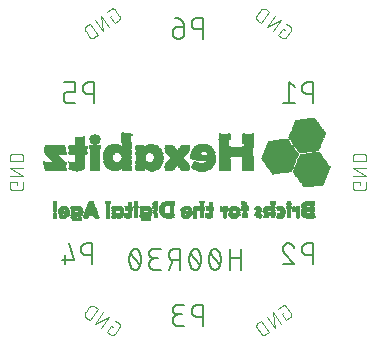
<source format=gbr>
G04 EAGLE Gerber RS-274X export*
G75*
%MOMM*%
%FSLAX34Y34*%
%LPD*%
%INSilkscreen Bottom*%
%IPPOS*%
%AMOC8*
5,1,8,0,0,1.08239X$1,22.5*%
G01*
%ADD10C,0.101600*%
%ADD11C,0.152400*%
%ADD12R,0.548638X0.022856*%
%ADD13R,0.502919X0.022856*%
%ADD14R,0.731519X0.022856*%
%ADD15R,0.754381X0.022856*%
%ADD16R,0.822956X0.022856*%
%ADD17R,0.845819X0.022863*%
%ADD18R,0.868675X0.022863*%
%ADD19R,0.845819X0.022856*%
%ADD20R,0.868675X0.022856*%
%ADD21R,0.891538X0.022856*%
%ADD22R,0.914400X0.022863*%
%ADD23R,0.891538X0.022863*%
%ADD24R,0.754375X0.022856*%
%ADD25R,0.251456X0.022856*%
%ADD26R,0.434338X0.022856*%
%ADD27R,0.228600X0.022856*%
%ADD28R,0.411475X0.022856*%
%ADD29R,0.297181X0.022856*%
%ADD30R,0.480056X0.022856*%
%ADD31R,0.457200X0.022856*%
%ADD32R,0.342900X0.022856*%
%ADD33R,0.274319X0.022856*%
%ADD34R,0.297175X0.022856*%
%ADD35R,0.960119X0.022856*%
%ADD36R,0.411481X0.022856*%
%ADD37R,0.571500X0.022856*%
%ADD38R,0.388619X0.022856*%
%ADD39R,0.365762X0.022856*%
%ADD40R,0.617219X0.022856*%
%ADD41R,0.868681X0.022856*%
%ADD42R,0.320038X0.022856*%
%ADD43R,1.028700X0.022856*%
%ADD44R,0.662938X0.022856*%
%ADD45R,0.594356X0.022856*%
%ADD46R,0.182875X0.022856*%
%ADD47R,0.937256X0.022856*%
%ADD48R,0.160019X0.022856*%
%ADD49R,1.028700X0.022863*%
%ADD50R,0.411481X0.022863*%
%ADD51R,0.411475X0.022863*%
%ADD52R,0.617219X0.022863*%
%ADD53R,0.388619X0.022863*%
%ADD54R,0.434338X0.022863*%
%ADD55R,0.457200X0.022863*%
%ADD56R,0.662938X0.022863*%
%ADD57R,0.594356X0.022863*%
%ADD58R,0.365762X0.022863*%
%ADD59R,0.754375X0.022863*%
%ADD60R,0.960119X0.022863*%
%ADD61R,0.182875X0.022863*%
%ADD62R,0.480056X0.022863*%
%ADD63R,0.937256X0.022863*%
%ADD64R,0.160019X0.022863*%
%ADD65R,0.754381X0.022863*%
%ADD66R,1.074419X0.022856*%
%ADD67R,0.640081X0.022856*%
%ADD68R,0.708656X0.022856*%
%ADD69R,0.800100X0.022856*%
%ADD70R,1.097281X0.022856*%
%ADD71R,0.685800X0.022856*%
%ADD72R,1.143000X0.022856*%
%ADD73R,1.005837X0.022856*%
%ADD74R,1.165856X0.022863*%
%ADD75R,0.640081X0.022863*%
%ADD76R,1.143000X0.022863*%
%ADD77R,0.868681X0.022863*%
%ADD78R,1.165856X0.022856*%
%ADD79R,0.914400X0.022856*%
%ADD80R,0.480063X0.022856*%
%ADD81R,1.165863X0.022856*%
%ADD82R,1.257300X0.022856*%
%ADD83R,0.365756X0.022856*%
%ADD84R,0.937262X0.022856*%
%ADD85R,1.714500X0.022856*%
%ADD86R,0.982975X0.022856*%
%ADD87R,1.165863X0.022863*%
%ADD88R,0.365756X0.022863*%
%ADD89R,0.982975X0.022863*%
%ADD90R,0.182881X0.022863*%
%ADD91R,1.211581X0.022863*%
%ADD92R,1.714500X0.022863*%
%ADD93R,1.257300X0.022863*%
%ADD94R,0.594363X0.022856*%
%ADD95R,0.525781X0.022856*%
%ADD96R,1.211575X0.022856*%
%ADD97R,1.005837X0.022863*%
%ADD98R,0.502919X0.022863*%
%ADD99R,1.211575X0.022863*%
%ADD100R,0.525775X0.022856*%
%ADD101R,1.120138X0.022856*%
%ADD102R,0.205738X0.022856*%
%ADD103R,0.251463X0.022856*%
%ADD104R,0.480063X0.022863*%
%ADD105R,0.091438X0.022863*%
%ADD106R,0.114300X0.022863*%
%ADD107R,1.074419X0.022863*%
%ADD108R,0.274319X0.022863*%
%ADD109R,0.091438X0.022856*%
%ADD110R,0.114300X0.022856*%
%ADD111R,1.120138X0.022863*%
%ADD112R,0.685800X0.022863*%
%ADD113R,0.205738X0.022863*%
%ADD114R,0.548638X0.022863*%
%ADD115R,0.731519X0.022863*%
%ADD116R,0.525775X0.022863*%
%ADD117R,0.525781X0.022863*%
%ADD118R,0.297181X0.022863*%
%ADD119R,0.982981X0.022856*%
%ADD120R,0.068581X0.022856*%
%ADD121R,1.691638X0.022856*%
%ADD122R,1.051562X0.022856*%
%ADD123R,1.051562X0.022863*%
%ADD124R,1.097281X0.022863*%
%ADD125R,0.982981X0.022863*%
%ADD126R,0.822963X0.022856*%
%ADD127R,0.708656X0.022863*%
%ADD128R,0.800100X0.022863*%
%ADD129R,0.228600X0.022863*%
%ADD130R,0.137156X0.022863*%
%ADD131R,0.342900X0.022863*%
%ADD132R,1.211581X0.022856*%
%ADD133R,0.937262X0.022863*%
%ADD134R,0.137156X0.022856*%
%ADD135R,1.440175X0.022856*%
%ADD136R,1.805938X0.022856*%
%ADD137R,1.851656X0.022856*%
%ADD138R,1.874519X0.022856*%
%ADD139R,1.920238X0.022863*%
%ADD140R,1.943100X0.022856*%
%ADD141R,1.965963X0.022856*%
%ADD142R,1.988819X0.022856*%
%ADD143R,2.011681X0.022856*%
%ADD144R,2.057400X0.022863*%
%ADD145R,2.057400X0.022856*%
%ADD146R,2.080256X0.022856*%
%ADD147R,2.125975X0.022856*%
%ADD148R,2.171700X0.022856*%
%ADD149R,2.171700X0.022863*%
%ADD150R,2.194556X0.022856*%
%ADD151R,2.217419X0.022856*%
%ADD152R,2.263138X0.022856*%
%ADD153R,2.308863X0.022863*%
%ADD154R,2.331719X0.022856*%
%ADD155R,2.377438X0.022856*%
%ADD156R,2.423156X0.022863*%
%ADD157R,2.468881X0.022856*%
%ADD158R,2.537456X0.022856*%
%ADD159R,2.537456X0.022863*%
%ADD160R,2.583175X0.022856*%
%ADD161R,2.628900X0.022856*%
%ADD162R,2.674619X0.022856*%
%ADD163R,2.697481X0.022863*%
%ADD164R,2.720338X0.022856*%
%ADD165R,2.743200X0.022856*%
%ADD166R,2.788919X0.022856*%
%ADD167R,2.834637X0.022863*%
%ADD168R,2.834637X0.022856*%
%ADD169R,2.903219X0.022856*%
%ADD170R,2.948937X0.022856*%
%ADD171R,2.948937X0.022863*%
%ADD172R,1.303019X0.022856*%
%ADD173R,2.971800X0.022856*%
%ADD174R,1.554481X0.022856*%
%ADD175R,1.783081X0.022856*%
%ADD176R,2.971800X0.022863*%
%ADD177R,1.851656X0.022863*%
%ADD178R,0.297175X0.022863*%
%ADD179R,2.994656X0.022856*%
%ADD180R,0.640075X0.022856*%
%ADD181R,0.708663X0.022856*%
%ADD182R,3.017519X0.022863*%
%ADD183R,1.965956X0.022863*%
%ADD184R,1.234438X0.022863*%
%ADD185R,0.822956X0.022863*%
%ADD186R,1.348738X0.022856*%
%ADD187R,1.371600X0.022856*%
%ADD188R,2.034537X0.022856*%
%ADD189R,1.463037X0.022856*%
%ADD190R,1.097275X0.022856*%
%ADD191R,1.234438X0.022856*%
%ADD192R,2.994656X0.022863*%
%ADD193R,1.554481X0.022863*%
%ADD194R,1.097275X0.022863*%
%ADD195R,2.011681X0.022863*%
%ADD196R,1.303019X0.022863*%
%ADD197R,1.645919X0.022856*%
%ADD198R,2.011675X0.022856*%
%ADD199R,3.017519X0.022856*%
%ADD200R,2.148837X0.022856*%
%ADD201R,2.103119X0.022856*%
%ADD202R,1.897381X0.022856*%
%ADD203R,2.125981X0.022856*%
%ADD204R,1.394456X0.022856*%
%ADD205R,2.194556X0.022863*%
%ADD206R,1.805938X0.022863*%
%ADD207R,2.125975X0.022863*%
%ADD208R,1.394456X0.022863*%
%ADD209R,1.897381X0.022863*%
%ADD210R,2.926081X0.022856*%
%ADD211R,2.286000X0.022856*%
%ADD212R,2.880356X0.022863*%
%ADD213R,2.331719X0.022863*%
%ADD214R,1.851662X0.022863*%
%ADD215R,2.240281X0.022863*%
%ADD216R,2.811775X0.022856*%
%ADD217R,2.240281X0.022856*%
%ADD218R,1.920238X0.022856*%
%ADD219R,2.766056X0.022856*%
%ADD220R,2.423163X0.022856*%
%ADD221R,2.446019X0.022856*%
%ADD222R,2.743200X0.022863*%
%ADD223R,2.468881X0.022863*%
%ADD224R,1.874519X0.022863*%
%ADD225R,2.103119X0.022863*%
%ADD226R,2.263138X0.022863*%
%ADD227R,2.308856X0.022856*%
%ADD228R,2.514600X0.022856*%
%ADD229R,2.583181X0.022856*%
%ADD230R,1.965956X0.022856*%
%ADD231R,2.606038X0.022863*%
%ADD232R,2.308856X0.022863*%
%ADD233R,2.606038X0.022856*%
%ADD234R,2.560319X0.022856*%
%ADD235R,1.828800X0.022856*%
%ADD236R,1.737356X0.022856*%
%ADD237R,1.051556X0.022856*%
%ADD238R,2.491738X0.022863*%
%ADD239R,1.691638X0.022863*%
%ADD240R,0.045719X0.022863*%
%ADD241R,1.051556X0.022863*%
%ADD242R,2.423156X0.022856*%
%ADD243R,2.766063X0.022856*%
%ADD244R,1.600200X0.022856*%
%ADD245R,2.400300X0.022856*%
%ADD246R,2.354575X0.022856*%
%ADD247R,1.508756X0.022856*%
%ADD248R,2.354575X0.022863*%
%ADD249R,1.485900X0.022863*%
%ADD250R,2.880356X0.022856*%
%ADD251R,1.623056X0.022856*%
%ADD252R,1.440181X0.022856*%
%ADD253R,2.194562X0.022863*%
%ADD254R,2.080256X0.022863*%
%ADD255R,2.194562X0.022856*%
%ADD256R,1.188719X0.022856*%
%ADD257R,0.777238X0.022856*%
%ADD258R,2.994663X0.022863*%
%ADD259R,2.148837X0.022863*%
%ADD260R,0.777238X0.022863*%
%ADD261R,1.988819X0.022863*%
%ADD262R,2.926075X0.022856*%
%ADD263R,1.280156X0.022856*%
%ADD264R,2.926075X0.022863*%
%ADD265R,1.577338X0.022863*%
%ADD266R,1.577338X0.022856*%
%ADD267R,1.760219X0.022856*%
%ADD268R,1.485900X0.022856*%
%ADD269R,1.188719X0.022863*%
%ADD270R,1.737356X0.022863*%
%ADD271R,1.828800X0.022863*%
%ADD272R,0.182881X0.022856*%
%ADD273R,2.857500X0.022856*%
%ADD274R,0.320038X0.022863*%
%ADD275R,2.354581X0.022863*%
%ADD276R,1.600200X0.022863*%
%ADD277R,2.811781X0.022856*%
%ADD278R,2.560319X0.022863*%
%ADD279R,1.668775X0.022863*%
%ADD280R,1.623056X0.022863*%
%ADD281R,1.783081X0.022863*%
%ADD282R,2.354581X0.022856*%
%ADD283R,1.440175X0.022863*%
%ADD284R,1.760219X0.022863*%
%ADD285R,1.325881X0.022856*%
%ADD286R,1.417319X0.022856*%
%ADD287R,1.737363X0.022856*%
%ADD288R,0.594363X0.022863*%
%ADD289R,0.045719X0.022856*%
%ADD290R,2.491738X0.022856*%
%ADD291R,1.897375X0.022856*%
%ADD292R,2.651756X0.022863*%
%ADD293R,1.325875X0.022856*%
%ADD294R,2.766063X0.022863*%
%ADD295R,2.903219X0.022863*%
%ADD296R,0.571500X0.022863*%
%ADD297R,2.994663X0.022856*%
%ADD298R,0.251456X0.022863*%
%ADD299R,2.788919X0.022863*%
%ADD300R,2.674619X0.022863*%
%ADD301R,2.514600X0.022863*%
%ADD302R,2.400300X0.022863*%
%ADD303R,2.080262X0.022856*%


D10*
X428096Y466183D02*
X426501Y467300D01*
X422778Y461983D01*
X425968Y459749D01*
X426051Y459694D01*
X426135Y459642D01*
X426222Y459593D01*
X426310Y459547D01*
X426400Y459505D01*
X426492Y459466D01*
X426585Y459431D01*
X426679Y459399D01*
X426774Y459371D01*
X426871Y459347D01*
X426968Y459326D01*
X427066Y459310D01*
X427165Y459296D01*
X427264Y459287D01*
X427363Y459282D01*
X427463Y459280D01*
X427562Y459282D01*
X427661Y459288D01*
X427760Y459298D01*
X427859Y459311D01*
X427957Y459329D01*
X428054Y459350D01*
X428150Y459374D01*
X428246Y459403D01*
X428340Y459435D01*
X428433Y459470D01*
X428524Y459509D01*
X428614Y459552D01*
X428702Y459598D01*
X428788Y459647D01*
X428873Y459700D01*
X428955Y459756D01*
X429035Y459815D01*
X429113Y459877D01*
X429188Y459942D01*
X429261Y460009D01*
X429331Y460080D01*
X429399Y460153D01*
X429463Y460229D01*
X429525Y460307D01*
X429584Y460387D01*
X433307Y465704D01*
X433362Y465787D01*
X433414Y465871D01*
X433463Y465958D01*
X433509Y466046D01*
X433551Y466136D01*
X433590Y466228D01*
X433625Y466321D01*
X433657Y466415D01*
X433685Y466510D01*
X433709Y466607D01*
X433730Y466704D01*
X433746Y466802D01*
X433760Y466901D01*
X433769Y467000D01*
X433774Y467099D01*
X433776Y467199D01*
X433774Y467298D01*
X433768Y467397D01*
X433758Y467496D01*
X433745Y467595D01*
X433727Y467693D01*
X433706Y467790D01*
X433682Y467886D01*
X433653Y467982D01*
X433621Y468076D01*
X433586Y468169D01*
X433547Y468260D01*
X433504Y468350D01*
X433458Y468438D01*
X433409Y468524D01*
X433356Y468609D01*
X433300Y468691D01*
X433241Y468771D01*
X433179Y468849D01*
X433114Y468924D01*
X433047Y468997D01*
X432976Y469067D01*
X432903Y469135D01*
X432827Y469199D01*
X432749Y469261D01*
X432669Y469320D01*
X432670Y469320D02*
X429479Y471554D01*
X424810Y474824D02*
X418108Y465253D01*
X412791Y468976D02*
X424810Y474824D01*
X419492Y478547D02*
X412791Y468976D01*
X408121Y472246D02*
X414822Y481817D01*
X412164Y483678D01*
X412164Y483679D02*
X412070Y483742D01*
X411974Y483802D01*
X411876Y483859D01*
X411776Y483912D01*
X411674Y483962D01*
X411570Y484008D01*
X411465Y484050D01*
X411359Y484089D01*
X411251Y484124D01*
X411142Y484155D01*
X411032Y484183D01*
X410921Y484206D01*
X410810Y484226D01*
X410698Y484242D01*
X410585Y484254D01*
X410472Y484262D01*
X410359Y484266D01*
X410245Y484266D01*
X410132Y484262D01*
X410019Y484254D01*
X409906Y484242D01*
X409794Y484226D01*
X409683Y484206D01*
X409572Y484183D01*
X409462Y484155D01*
X409353Y484124D01*
X409245Y484089D01*
X409139Y484050D01*
X409034Y484008D01*
X408930Y483962D01*
X408828Y483912D01*
X408728Y483859D01*
X408630Y483802D01*
X408534Y483742D01*
X408440Y483679D01*
X408349Y483612D01*
X408259Y483543D01*
X408172Y483470D01*
X408088Y483394D01*
X408007Y483315D01*
X407928Y483234D01*
X407852Y483150D01*
X407779Y483063D01*
X407710Y482974D01*
X407643Y482882D01*
X407644Y482881D02*
X404665Y478628D01*
X404602Y478534D01*
X404542Y478438D01*
X404485Y478340D01*
X404432Y478240D01*
X404382Y478138D01*
X404336Y478034D01*
X404294Y477929D01*
X404255Y477823D01*
X404220Y477715D01*
X404189Y477606D01*
X404161Y477496D01*
X404138Y477385D01*
X404118Y477274D01*
X404102Y477162D01*
X404090Y477049D01*
X404082Y476936D01*
X404078Y476823D01*
X404078Y476709D01*
X404082Y476596D01*
X404090Y476483D01*
X404102Y476370D01*
X404118Y476258D01*
X404138Y476147D01*
X404161Y476036D01*
X404189Y475926D01*
X404220Y475817D01*
X404255Y475709D01*
X404294Y475603D01*
X404336Y475498D01*
X404382Y475394D01*
X404432Y475292D01*
X404485Y475192D01*
X404542Y475094D01*
X404602Y474998D01*
X404665Y474904D01*
X404732Y474812D01*
X404801Y474723D01*
X404874Y474636D01*
X404950Y474552D01*
X405029Y474471D01*
X405110Y474392D01*
X405194Y474316D01*
X405281Y474243D01*
X405371Y474174D01*
X405462Y474107D01*
X408121Y472246D01*
X492049Y337254D02*
X492049Y335306D01*
X492049Y337254D02*
X485558Y337254D01*
X485558Y333359D01*
X485560Y333260D01*
X485566Y333160D01*
X485575Y333061D01*
X485588Y332963D01*
X485605Y332865D01*
X485626Y332767D01*
X485651Y332671D01*
X485679Y332576D01*
X485711Y332482D01*
X485746Y332389D01*
X485785Y332297D01*
X485828Y332207D01*
X485873Y332119D01*
X485923Y332032D01*
X485975Y331948D01*
X486031Y331865D01*
X486089Y331785D01*
X486151Y331707D01*
X486216Y331632D01*
X486284Y331559D01*
X486354Y331489D01*
X486427Y331421D01*
X486502Y331356D01*
X486580Y331294D01*
X486660Y331236D01*
X486743Y331180D01*
X486827Y331128D01*
X486914Y331078D01*
X487002Y331033D01*
X487092Y330990D01*
X487184Y330951D01*
X487277Y330916D01*
X487371Y330884D01*
X487466Y330856D01*
X487562Y330831D01*
X487660Y330810D01*
X487758Y330793D01*
X487856Y330780D01*
X487955Y330771D01*
X488055Y330765D01*
X488154Y330763D01*
X494646Y330763D01*
X494745Y330765D01*
X494845Y330771D01*
X494944Y330780D01*
X495042Y330793D01*
X495140Y330810D01*
X495238Y330831D01*
X495334Y330856D01*
X495429Y330884D01*
X495523Y330916D01*
X495616Y330951D01*
X495708Y330990D01*
X495798Y331033D01*
X495886Y331078D01*
X495973Y331128D01*
X496057Y331180D01*
X496140Y331236D01*
X496220Y331294D01*
X496298Y331356D01*
X496373Y331421D01*
X496446Y331489D01*
X496516Y331559D01*
X496584Y331632D01*
X496649Y331707D01*
X496711Y331785D01*
X496769Y331865D01*
X496825Y331948D01*
X496877Y332032D01*
X496927Y332119D01*
X496972Y332207D01*
X497015Y332297D01*
X497054Y332389D01*
X497089Y332481D01*
X497121Y332576D01*
X497149Y332671D01*
X497174Y332767D01*
X497195Y332865D01*
X497212Y332963D01*
X497225Y333061D01*
X497234Y333160D01*
X497240Y333260D01*
X497242Y333359D01*
X497242Y337254D01*
X497242Y342954D02*
X485558Y342954D01*
X485558Y349446D02*
X497242Y342954D01*
X497242Y349446D02*
X485558Y349446D01*
X485558Y355146D02*
X497242Y355146D01*
X497242Y358392D01*
X497240Y358505D01*
X497234Y358618D01*
X497224Y358731D01*
X497210Y358844D01*
X497193Y358956D01*
X497171Y359067D01*
X497146Y359177D01*
X497116Y359287D01*
X497083Y359395D01*
X497046Y359502D01*
X497006Y359608D01*
X496961Y359712D01*
X496913Y359815D01*
X496862Y359916D01*
X496807Y360015D01*
X496749Y360112D01*
X496687Y360207D01*
X496622Y360300D01*
X496554Y360390D01*
X496483Y360478D01*
X496408Y360564D01*
X496331Y360647D01*
X496251Y360727D01*
X496168Y360804D01*
X496082Y360879D01*
X495994Y360950D01*
X495904Y361018D01*
X495811Y361083D01*
X495716Y361145D01*
X495619Y361203D01*
X495520Y361258D01*
X495419Y361309D01*
X495316Y361357D01*
X495212Y361402D01*
X495106Y361442D01*
X494999Y361479D01*
X494891Y361512D01*
X494781Y361542D01*
X494671Y361567D01*
X494560Y361589D01*
X494448Y361606D01*
X494335Y361620D01*
X494222Y361630D01*
X494109Y361636D01*
X493996Y361638D01*
X488804Y361638D01*
X488691Y361636D01*
X488578Y361630D01*
X488465Y361620D01*
X488352Y361606D01*
X488240Y361589D01*
X488129Y361567D01*
X488019Y361542D01*
X487909Y361512D01*
X487801Y361479D01*
X487694Y361442D01*
X487588Y361402D01*
X487484Y361357D01*
X487381Y361309D01*
X487280Y361258D01*
X487181Y361203D01*
X487084Y361145D01*
X486989Y361083D01*
X486896Y361018D01*
X486806Y360950D01*
X486718Y360879D01*
X486632Y360804D01*
X486549Y360727D01*
X486469Y360647D01*
X486392Y360564D01*
X486317Y360478D01*
X486246Y360390D01*
X486178Y360300D01*
X486113Y360207D01*
X486051Y360112D01*
X485993Y360015D01*
X485938Y359916D01*
X485887Y359815D01*
X485839Y359712D01*
X485794Y359608D01*
X485754Y359502D01*
X485717Y359395D01*
X485684Y359287D01*
X485654Y359177D01*
X485629Y359067D01*
X485607Y358956D01*
X485590Y358844D01*
X485576Y358731D01*
X485566Y358618D01*
X485560Y358505D01*
X485558Y358392D01*
X485558Y355146D01*
X427351Y227280D02*
X425756Y226163D01*
X429479Y220846D01*
X432670Y223080D01*
X432669Y223080D02*
X432749Y223139D01*
X432827Y223201D01*
X432903Y223265D01*
X432976Y223333D01*
X433047Y223403D01*
X433114Y223476D01*
X433179Y223551D01*
X433241Y223629D01*
X433300Y223709D01*
X433356Y223791D01*
X433409Y223876D01*
X433458Y223962D01*
X433504Y224050D01*
X433547Y224140D01*
X433586Y224231D01*
X433621Y224324D01*
X433653Y224418D01*
X433682Y224514D01*
X433706Y224610D01*
X433727Y224707D01*
X433745Y224805D01*
X433758Y224904D01*
X433768Y225003D01*
X433774Y225102D01*
X433776Y225201D01*
X433774Y225301D01*
X433769Y225400D01*
X433759Y225499D01*
X433746Y225598D01*
X433730Y225696D01*
X433709Y225793D01*
X433685Y225890D01*
X433657Y225985D01*
X433625Y226079D01*
X433590Y226172D01*
X433551Y226264D01*
X433509Y226354D01*
X433463Y226442D01*
X433414Y226529D01*
X433362Y226613D01*
X433307Y226696D01*
X429584Y232013D01*
X429525Y232093D01*
X429463Y232171D01*
X429399Y232247D01*
X429331Y232320D01*
X429261Y232391D01*
X429188Y232458D01*
X429113Y232523D01*
X429035Y232585D01*
X428955Y232644D01*
X428873Y232700D01*
X428788Y232753D01*
X428702Y232802D01*
X428614Y232848D01*
X428524Y232891D01*
X428433Y232930D01*
X428340Y232965D01*
X428246Y232997D01*
X428150Y233026D01*
X428054Y233050D01*
X427957Y233071D01*
X427859Y233089D01*
X427760Y233102D01*
X427661Y233112D01*
X427562Y233118D01*
X427463Y233120D01*
X427363Y233118D01*
X427264Y233113D01*
X427165Y233104D01*
X427066Y233090D01*
X426968Y233074D01*
X426871Y233053D01*
X426774Y233029D01*
X426679Y233001D01*
X426585Y232969D01*
X426492Y232934D01*
X426400Y232895D01*
X426310Y232853D01*
X426222Y232807D01*
X426135Y232758D01*
X426051Y232706D01*
X425968Y232651D01*
X422778Y230417D01*
X418108Y227147D02*
X424809Y217576D01*
X419492Y213853D02*
X418108Y227147D01*
X412791Y223424D02*
X419492Y213853D01*
X414822Y210583D02*
X408121Y220154D01*
X405462Y218292D01*
X405462Y218293D02*
X405371Y218226D01*
X405281Y218157D01*
X405194Y218084D01*
X405110Y218008D01*
X405029Y217929D01*
X404950Y217848D01*
X404874Y217764D01*
X404801Y217677D01*
X404732Y217588D01*
X404665Y217496D01*
X404602Y217402D01*
X404542Y217306D01*
X404485Y217208D01*
X404432Y217108D01*
X404382Y217006D01*
X404336Y216902D01*
X404294Y216797D01*
X404255Y216691D01*
X404220Y216583D01*
X404189Y216474D01*
X404161Y216364D01*
X404138Y216253D01*
X404118Y216142D01*
X404102Y216030D01*
X404090Y215917D01*
X404082Y215804D01*
X404078Y215691D01*
X404078Y215577D01*
X404082Y215464D01*
X404090Y215351D01*
X404102Y215238D01*
X404118Y215126D01*
X404138Y215015D01*
X404161Y214904D01*
X404189Y214794D01*
X404220Y214685D01*
X404255Y214577D01*
X404294Y214471D01*
X404336Y214366D01*
X404382Y214262D01*
X404432Y214160D01*
X404485Y214060D01*
X404542Y213962D01*
X404602Y213866D01*
X404665Y213772D01*
X407644Y209518D01*
X407643Y209518D02*
X407710Y209427D01*
X407779Y209337D01*
X407852Y209250D01*
X407928Y209166D01*
X408007Y209085D01*
X408088Y209006D01*
X408172Y208930D01*
X408259Y208857D01*
X408349Y208788D01*
X408440Y208721D01*
X408534Y208658D01*
X408630Y208598D01*
X408728Y208541D01*
X408828Y208488D01*
X408930Y208438D01*
X409034Y208392D01*
X409139Y208350D01*
X409245Y208311D01*
X409353Y208276D01*
X409462Y208245D01*
X409572Y208217D01*
X409683Y208194D01*
X409794Y208174D01*
X409906Y208158D01*
X410019Y208146D01*
X410132Y208138D01*
X410245Y208134D01*
X410359Y208134D01*
X410472Y208138D01*
X410585Y208146D01*
X410698Y208158D01*
X410810Y208174D01*
X410921Y208194D01*
X411032Y208217D01*
X411142Y208245D01*
X411251Y208276D01*
X411359Y208311D01*
X411465Y208350D01*
X411570Y208392D01*
X411674Y208438D01*
X411776Y208488D01*
X411876Y208541D01*
X411974Y208598D01*
X412070Y208658D01*
X412164Y208721D01*
X414822Y210583D01*
X282896Y214783D02*
X281301Y215900D01*
X277578Y210583D01*
X280768Y208349D01*
X280851Y208294D01*
X280935Y208242D01*
X281022Y208193D01*
X281110Y208147D01*
X281200Y208105D01*
X281292Y208066D01*
X281385Y208031D01*
X281479Y207999D01*
X281574Y207971D01*
X281671Y207947D01*
X281768Y207926D01*
X281866Y207910D01*
X281965Y207896D01*
X282064Y207887D01*
X282163Y207882D01*
X282263Y207880D01*
X282362Y207882D01*
X282461Y207888D01*
X282560Y207898D01*
X282659Y207911D01*
X282757Y207929D01*
X282854Y207950D01*
X282950Y207974D01*
X283046Y208003D01*
X283140Y208035D01*
X283233Y208070D01*
X283324Y208109D01*
X283414Y208152D01*
X283502Y208198D01*
X283588Y208247D01*
X283673Y208300D01*
X283755Y208356D01*
X283835Y208415D01*
X283913Y208477D01*
X283988Y208542D01*
X284061Y208609D01*
X284131Y208680D01*
X284199Y208753D01*
X284263Y208829D01*
X284325Y208907D01*
X284384Y208987D01*
X288107Y214304D01*
X288162Y214387D01*
X288214Y214471D01*
X288263Y214558D01*
X288309Y214646D01*
X288351Y214736D01*
X288390Y214828D01*
X288425Y214921D01*
X288457Y215015D01*
X288485Y215110D01*
X288509Y215207D01*
X288530Y215304D01*
X288546Y215402D01*
X288560Y215501D01*
X288569Y215600D01*
X288574Y215699D01*
X288576Y215799D01*
X288574Y215898D01*
X288568Y215997D01*
X288558Y216096D01*
X288545Y216195D01*
X288527Y216293D01*
X288506Y216390D01*
X288482Y216486D01*
X288453Y216582D01*
X288421Y216676D01*
X288386Y216769D01*
X288347Y216860D01*
X288304Y216950D01*
X288258Y217038D01*
X288209Y217124D01*
X288156Y217209D01*
X288100Y217291D01*
X288041Y217371D01*
X287979Y217449D01*
X287914Y217524D01*
X287847Y217597D01*
X287776Y217667D01*
X287703Y217735D01*
X287627Y217799D01*
X287549Y217861D01*
X287469Y217920D01*
X287470Y217920D02*
X284279Y220154D01*
X279610Y223424D02*
X272908Y213853D01*
X267591Y217576D02*
X279610Y223424D01*
X274292Y227147D02*
X267591Y217576D01*
X262921Y220846D02*
X269622Y230417D01*
X266964Y232278D01*
X266964Y232279D02*
X266870Y232342D01*
X266774Y232402D01*
X266676Y232459D01*
X266576Y232512D01*
X266474Y232562D01*
X266370Y232608D01*
X266265Y232650D01*
X266159Y232689D01*
X266051Y232724D01*
X265942Y232755D01*
X265832Y232783D01*
X265721Y232806D01*
X265610Y232826D01*
X265498Y232842D01*
X265385Y232854D01*
X265272Y232862D01*
X265159Y232866D01*
X265045Y232866D01*
X264932Y232862D01*
X264819Y232854D01*
X264706Y232842D01*
X264594Y232826D01*
X264483Y232806D01*
X264372Y232783D01*
X264262Y232755D01*
X264153Y232724D01*
X264045Y232689D01*
X263939Y232650D01*
X263834Y232608D01*
X263730Y232562D01*
X263628Y232512D01*
X263528Y232459D01*
X263430Y232402D01*
X263334Y232342D01*
X263240Y232279D01*
X263149Y232212D01*
X263059Y232143D01*
X262972Y232070D01*
X262888Y231994D01*
X262807Y231915D01*
X262728Y231834D01*
X262652Y231750D01*
X262579Y231663D01*
X262510Y231574D01*
X262443Y231482D01*
X262444Y231481D02*
X259465Y227228D01*
X259402Y227134D01*
X259342Y227038D01*
X259285Y226940D01*
X259232Y226840D01*
X259182Y226738D01*
X259136Y226634D01*
X259094Y226529D01*
X259055Y226423D01*
X259020Y226315D01*
X258989Y226206D01*
X258961Y226096D01*
X258938Y225985D01*
X258918Y225874D01*
X258902Y225762D01*
X258890Y225649D01*
X258882Y225536D01*
X258878Y225423D01*
X258878Y225309D01*
X258882Y225196D01*
X258890Y225083D01*
X258902Y224970D01*
X258918Y224858D01*
X258938Y224747D01*
X258961Y224636D01*
X258989Y224526D01*
X259020Y224417D01*
X259055Y224309D01*
X259094Y224203D01*
X259136Y224098D01*
X259182Y223994D01*
X259232Y223892D01*
X259285Y223792D01*
X259342Y223694D01*
X259402Y223598D01*
X259465Y223504D01*
X259532Y223412D01*
X259601Y223323D01*
X259674Y223236D01*
X259750Y223152D01*
X259829Y223071D01*
X259910Y222992D01*
X259994Y222916D01*
X260081Y222843D01*
X260171Y222774D01*
X260262Y222707D01*
X262921Y220846D01*
X201649Y335306D02*
X201649Y337254D01*
X195158Y337254D01*
X195158Y333359D01*
X195160Y333260D01*
X195166Y333160D01*
X195175Y333061D01*
X195188Y332963D01*
X195205Y332865D01*
X195226Y332767D01*
X195251Y332671D01*
X195279Y332576D01*
X195311Y332482D01*
X195346Y332389D01*
X195385Y332297D01*
X195428Y332207D01*
X195473Y332119D01*
X195523Y332032D01*
X195575Y331948D01*
X195631Y331865D01*
X195689Y331785D01*
X195751Y331707D01*
X195816Y331632D01*
X195884Y331559D01*
X195954Y331489D01*
X196027Y331421D01*
X196102Y331356D01*
X196180Y331294D01*
X196260Y331236D01*
X196343Y331180D01*
X196427Y331128D01*
X196514Y331078D01*
X196602Y331033D01*
X196692Y330990D01*
X196784Y330951D01*
X196877Y330916D01*
X196971Y330884D01*
X197066Y330856D01*
X197162Y330831D01*
X197260Y330810D01*
X197358Y330793D01*
X197456Y330780D01*
X197555Y330771D01*
X197655Y330765D01*
X197754Y330763D01*
X204246Y330763D01*
X204345Y330765D01*
X204445Y330771D01*
X204544Y330780D01*
X204642Y330793D01*
X204740Y330810D01*
X204838Y330831D01*
X204934Y330856D01*
X205029Y330884D01*
X205123Y330916D01*
X205216Y330951D01*
X205308Y330990D01*
X205398Y331033D01*
X205486Y331078D01*
X205573Y331128D01*
X205657Y331180D01*
X205740Y331236D01*
X205820Y331294D01*
X205898Y331356D01*
X205973Y331421D01*
X206046Y331489D01*
X206116Y331559D01*
X206184Y331632D01*
X206249Y331707D01*
X206311Y331785D01*
X206369Y331865D01*
X206425Y331948D01*
X206477Y332032D01*
X206527Y332119D01*
X206572Y332207D01*
X206615Y332297D01*
X206654Y332389D01*
X206689Y332481D01*
X206721Y332576D01*
X206749Y332671D01*
X206774Y332767D01*
X206795Y332865D01*
X206812Y332963D01*
X206825Y333061D01*
X206834Y333160D01*
X206840Y333260D01*
X206842Y333359D01*
X206842Y337254D01*
X206842Y342954D02*
X195158Y342954D01*
X195158Y349446D02*
X206842Y342954D01*
X206842Y349446D02*
X195158Y349446D01*
X195158Y355146D02*
X206842Y355146D01*
X206842Y358392D01*
X206840Y358505D01*
X206834Y358618D01*
X206824Y358731D01*
X206810Y358844D01*
X206793Y358956D01*
X206771Y359067D01*
X206746Y359177D01*
X206716Y359287D01*
X206683Y359395D01*
X206646Y359502D01*
X206606Y359608D01*
X206561Y359712D01*
X206513Y359815D01*
X206462Y359916D01*
X206407Y360015D01*
X206349Y360112D01*
X206287Y360207D01*
X206222Y360300D01*
X206154Y360390D01*
X206083Y360478D01*
X206008Y360564D01*
X205931Y360647D01*
X205851Y360727D01*
X205768Y360804D01*
X205682Y360879D01*
X205594Y360950D01*
X205504Y361018D01*
X205411Y361083D01*
X205316Y361145D01*
X205219Y361203D01*
X205120Y361258D01*
X205019Y361309D01*
X204916Y361357D01*
X204812Y361402D01*
X204706Y361442D01*
X204599Y361479D01*
X204491Y361512D01*
X204381Y361542D01*
X204271Y361567D01*
X204160Y361589D01*
X204048Y361606D01*
X203935Y361620D01*
X203822Y361630D01*
X203709Y361636D01*
X203596Y361638D01*
X198404Y361638D01*
X198291Y361636D01*
X198178Y361630D01*
X198065Y361620D01*
X197952Y361606D01*
X197840Y361589D01*
X197729Y361567D01*
X197619Y361542D01*
X197509Y361512D01*
X197401Y361479D01*
X197294Y361442D01*
X197188Y361402D01*
X197084Y361357D01*
X196981Y361309D01*
X196880Y361258D01*
X196781Y361203D01*
X196684Y361145D01*
X196589Y361083D01*
X196496Y361018D01*
X196406Y360950D01*
X196318Y360879D01*
X196232Y360804D01*
X196149Y360727D01*
X196069Y360647D01*
X195992Y360564D01*
X195917Y360478D01*
X195846Y360390D01*
X195778Y360300D01*
X195713Y360207D01*
X195651Y360112D01*
X195593Y360015D01*
X195538Y359916D01*
X195487Y359815D01*
X195439Y359712D01*
X195394Y359608D01*
X195354Y359502D01*
X195317Y359395D01*
X195284Y359287D01*
X195254Y359177D01*
X195229Y359067D01*
X195207Y358956D01*
X195190Y358844D01*
X195176Y358731D01*
X195166Y358618D01*
X195160Y358505D01*
X195158Y358392D01*
X195158Y355146D01*
X280556Y477563D02*
X282151Y478680D01*
X280556Y477563D02*
X284279Y472246D01*
X287470Y474480D01*
X287469Y474480D02*
X287549Y474539D01*
X287627Y474601D01*
X287703Y474665D01*
X287776Y474733D01*
X287847Y474803D01*
X287914Y474876D01*
X287979Y474951D01*
X288041Y475029D01*
X288100Y475109D01*
X288156Y475191D01*
X288209Y475276D01*
X288258Y475362D01*
X288304Y475450D01*
X288347Y475540D01*
X288386Y475631D01*
X288421Y475724D01*
X288453Y475818D01*
X288482Y475914D01*
X288506Y476010D01*
X288527Y476107D01*
X288545Y476205D01*
X288558Y476304D01*
X288568Y476403D01*
X288574Y476502D01*
X288576Y476601D01*
X288574Y476701D01*
X288569Y476800D01*
X288559Y476899D01*
X288546Y476998D01*
X288530Y477096D01*
X288509Y477193D01*
X288485Y477290D01*
X288457Y477385D01*
X288425Y477479D01*
X288390Y477572D01*
X288351Y477664D01*
X288309Y477754D01*
X288263Y477842D01*
X288214Y477929D01*
X288162Y478013D01*
X288107Y478096D01*
X284384Y483413D01*
X284325Y483493D01*
X284263Y483571D01*
X284199Y483647D01*
X284131Y483720D01*
X284061Y483791D01*
X283988Y483858D01*
X283913Y483923D01*
X283835Y483985D01*
X283755Y484044D01*
X283673Y484100D01*
X283588Y484153D01*
X283502Y484202D01*
X283414Y484248D01*
X283324Y484291D01*
X283233Y484330D01*
X283140Y484365D01*
X283046Y484397D01*
X282950Y484426D01*
X282854Y484450D01*
X282757Y484471D01*
X282659Y484489D01*
X282560Y484502D01*
X282461Y484512D01*
X282362Y484518D01*
X282263Y484520D01*
X282163Y484518D01*
X282064Y484513D01*
X281965Y484504D01*
X281866Y484490D01*
X281768Y484474D01*
X281671Y484453D01*
X281574Y484429D01*
X281479Y484401D01*
X281385Y484369D01*
X281292Y484334D01*
X281200Y484295D01*
X281110Y484253D01*
X281022Y484207D01*
X280935Y484158D01*
X280851Y484106D01*
X280768Y484051D01*
X277578Y481817D01*
X272908Y478547D02*
X279609Y468976D01*
X274292Y465253D02*
X272908Y478547D01*
X267591Y474824D02*
X274292Y465253D01*
X269622Y461983D02*
X262921Y471554D01*
X260262Y469692D01*
X260262Y469693D02*
X260171Y469626D01*
X260081Y469557D01*
X259994Y469484D01*
X259910Y469408D01*
X259829Y469329D01*
X259750Y469248D01*
X259674Y469164D01*
X259601Y469077D01*
X259532Y468988D01*
X259465Y468896D01*
X259402Y468802D01*
X259342Y468706D01*
X259285Y468608D01*
X259232Y468508D01*
X259182Y468406D01*
X259136Y468302D01*
X259094Y468197D01*
X259055Y468091D01*
X259020Y467983D01*
X258989Y467874D01*
X258961Y467764D01*
X258938Y467653D01*
X258918Y467542D01*
X258902Y467430D01*
X258890Y467317D01*
X258882Y467204D01*
X258878Y467091D01*
X258878Y466977D01*
X258882Y466864D01*
X258890Y466751D01*
X258902Y466638D01*
X258918Y466526D01*
X258938Y466415D01*
X258961Y466304D01*
X258989Y466194D01*
X259020Y466085D01*
X259055Y465977D01*
X259094Y465871D01*
X259136Y465766D01*
X259182Y465662D01*
X259232Y465560D01*
X259285Y465460D01*
X259342Y465362D01*
X259402Y465266D01*
X259465Y465172D01*
X262444Y460918D01*
X262443Y460918D02*
X262510Y460827D01*
X262579Y460737D01*
X262652Y460650D01*
X262728Y460566D01*
X262807Y460485D01*
X262888Y460406D01*
X262972Y460330D01*
X263059Y460257D01*
X263149Y460188D01*
X263240Y460121D01*
X263334Y460058D01*
X263430Y459998D01*
X263528Y459941D01*
X263628Y459888D01*
X263730Y459838D01*
X263834Y459792D01*
X263939Y459750D01*
X264045Y459711D01*
X264153Y459676D01*
X264262Y459645D01*
X264372Y459617D01*
X264483Y459594D01*
X264594Y459574D01*
X264706Y459558D01*
X264819Y459546D01*
X264932Y459538D01*
X265045Y459534D01*
X265159Y459534D01*
X265272Y459538D01*
X265385Y459546D01*
X265498Y459558D01*
X265610Y459574D01*
X265721Y459594D01*
X265832Y459617D01*
X265942Y459645D01*
X266051Y459676D01*
X266159Y459711D01*
X266265Y459750D01*
X266370Y459792D01*
X266474Y459838D01*
X266576Y459888D01*
X266676Y459941D01*
X266774Y459998D01*
X266870Y460058D01*
X266964Y460121D01*
X269622Y461983D01*
D11*
X452456Y422050D02*
X452456Y404270D01*
X452456Y422050D02*
X447518Y422050D01*
X447378Y422048D01*
X447239Y422042D01*
X447099Y422032D01*
X446960Y422018D01*
X446821Y422001D01*
X446683Y421979D01*
X446546Y421953D01*
X446409Y421924D01*
X446273Y421891D01*
X446139Y421854D01*
X446005Y421813D01*
X445873Y421768D01*
X445741Y421719D01*
X445612Y421667D01*
X445484Y421612D01*
X445357Y421552D01*
X445232Y421489D01*
X445109Y421423D01*
X444988Y421353D01*
X444869Y421280D01*
X444752Y421203D01*
X444638Y421123D01*
X444525Y421040D01*
X444415Y420954D01*
X444308Y420864D01*
X444203Y420772D01*
X444101Y420677D01*
X444001Y420579D01*
X443904Y420478D01*
X443810Y420374D01*
X443720Y420268D01*
X443632Y420159D01*
X443547Y420048D01*
X443466Y419934D01*
X443387Y419819D01*
X443312Y419701D01*
X443241Y419581D01*
X443173Y419458D01*
X443108Y419335D01*
X443047Y419209D01*
X442989Y419081D01*
X442935Y418953D01*
X442885Y418822D01*
X442838Y418690D01*
X442795Y418557D01*
X442756Y418423D01*
X442721Y418288D01*
X442690Y418152D01*
X442662Y418014D01*
X442639Y417877D01*
X442619Y417738D01*
X442603Y417599D01*
X442591Y417460D01*
X442583Y417321D01*
X442579Y417181D01*
X442579Y417041D01*
X442583Y416901D01*
X442591Y416762D01*
X442603Y416623D01*
X442619Y416484D01*
X442639Y416345D01*
X442662Y416208D01*
X442690Y416070D01*
X442721Y415934D01*
X442756Y415799D01*
X442795Y415665D01*
X442838Y415532D01*
X442885Y415400D01*
X442935Y415269D01*
X442989Y415141D01*
X443047Y415013D01*
X443108Y414887D01*
X443173Y414764D01*
X443241Y414642D01*
X443312Y414521D01*
X443387Y414403D01*
X443466Y414288D01*
X443547Y414174D01*
X443632Y414063D01*
X443720Y413954D01*
X443810Y413848D01*
X443904Y413744D01*
X444001Y413643D01*
X444101Y413545D01*
X444203Y413450D01*
X444308Y413358D01*
X444415Y413268D01*
X444525Y413182D01*
X444638Y413099D01*
X444752Y413019D01*
X444869Y412942D01*
X444988Y412869D01*
X445109Y412799D01*
X445232Y412733D01*
X445357Y412670D01*
X445484Y412610D01*
X445612Y412555D01*
X445741Y412503D01*
X445873Y412454D01*
X446005Y412409D01*
X446139Y412368D01*
X446273Y412331D01*
X446409Y412298D01*
X446546Y412269D01*
X446683Y412243D01*
X446821Y412221D01*
X446960Y412204D01*
X447099Y412190D01*
X447239Y412180D01*
X447378Y412174D01*
X447518Y412172D01*
X452456Y412172D01*
X436461Y418099D02*
X431522Y422050D01*
X431522Y404270D01*
X426584Y404270D02*
X436461Y404270D01*
X452305Y285717D02*
X452305Y267937D01*
X452305Y285717D02*
X447366Y285717D01*
X447226Y285715D01*
X447087Y285709D01*
X446947Y285699D01*
X446808Y285685D01*
X446669Y285668D01*
X446531Y285646D01*
X446394Y285620D01*
X446257Y285591D01*
X446121Y285558D01*
X445987Y285521D01*
X445853Y285480D01*
X445721Y285435D01*
X445589Y285386D01*
X445460Y285334D01*
X445332Y285279D01*
X445205Y285219D01*
X445080Y285156D01*
X444957Y285090D01*
X444836Y285020D01*
X444717Y284947D01*
X444600Y284870D01*
X444486Y284790D01*
X444373Y284707D01*
X444263Y284621D01*
X444156Y284531D01*
X444051Y284439D01*
X443949Y284344D01*
X443849Y284246D01*
X443752Y284145D01*
X443658Y284041D01*
X443568Y283935D01*
X443480Y283826D01*
X443395Y283715D01*
X443314Y283601D01*
X443235Y283486D01*
X443160Y283368D01*
X443089Y283248D01*
X443021Y283125D01*
X442956Y283002D01*
X442895Y282876D01*
X442837Y282748D01*
X442783Y282620D01*
X442733Y282489D01*
X442686Y282357D01*
X442643Y282224D01*
X442604Y282090D01*
X442569Y281955D01*
X442538Y281819D01*
X442510Y281681D01*
X442487Y281544D01*
X442467Y281405D01*
X442451Y281266D01*
X442439Y281127D01*
X442431Y280988D01*
X442427Y280848D01*
X442427Y280708D01*
X442431Y280568D01*
X442439Y280429D01*
X442451Y280290D01*
X442467Y280151D01*
X442487Y280012D01*
X442510Y279875D01*
X442538Y279737D01*
X442569Y279601D01*
X442604Y279466D01*
X442643Y279332D01*
X442686Y279199D01*
X442733Y279067D01*
X442783Y278936D01*
X442837Y278808D01*
X442895Y278680D01*
X442956Y278554D01*
X443021Y278431D01*
X443089Y278309D01*
X443160Y278188D01*
X443235Y278070D01*
X443314Y277955D01*
X443395Y277841D01*
X443480Y277730D01*
X443568Y277621D01*
X443658Y277515D01*
X443752Y277411D01*
X443849Y277310D01*
X443949Y277212D01*
X444051Y277117D01*
X444156Y277025D01*
X444263Y276935D01*
X444373Y276849D01*
X444486Y276766D01*
X444600Y276686D01*
X444717Y276609D01*
X444836Y276536D01*
X444957Y276466D01*
X445080Y276400D01*
X445205Y276337D01*
X445332Y276277D01*
X445460Y276222D01*
X445589Y276170D01*
X445721Y276121D01*
X445853Y276076D01*
X445987Y276035D01*
X446121Y275998D01*
X446257Y275965D01*
X446394Y275936D01*
X446531Y275910D01*
X446669Y275888D01*
X446808Y275871D01*
X446947Y275857D01*
X447087Y275847D01*
X447226Y275841D01*
X447366Y275839D01*
X452305Y275839D01*
X430877Y285717D02*
X430745Y285715D01*
X430614Y285709D01*
X430482Y285699D01*
X430351Y285686D01*
X430221Y285668D01*
X430091Y285647D01*
X429961Y285622D01*
X429833Y285593D01*
X429705Y285560D01*
X429579Y285523D01*
X429453Y285483D01*
X429329Y285439D01*
X429206Y285391D01*
X429085Y285340D01*
X428965Y285285D01*
X428847Y285227D01*
X428731Y285165D01*
X428617Y285099D01*
X428504Y285031D01*
X428394Y284959D01*
X428286Y284884D01*
X428180Y284805D01*
X428076Y284724D01*
X427975Y284639D01*
X427877Y284552D01*
X427781Y284461D01*
X427688Y284368D01*
X427597Y284272D01*
X427510Y284174D01*
X427425Y284073D01*
X427344Y283969D01*
X427265Y283863D01*
X427190Y283755D01*
X427118Y283645D01*
X427050Y283532D01*
X426984Y283418D01*
X426922Y283302D01*
X426864Y283184D01*
X426809Y283064D01*
X426758Y282943D01*
X426710Y282820D01*
X426666Y282696D01*
X426626Y282570D01*
X426589Y282444D01*
X426556Y282316D01*
X426527Y282188D01*
X426502Y282058D01*
X426481Y281928D01*
X426463Y281798D01*
X426450Y281667D01*
X426440Y281535D01*
X426434Y281404D01*
X426432Y281272D01*
X430877Y285717D02*
X431027Y285715D01*
X431176Y285709D01*
X431325Y285699D01*
X431474Y285686D01*
X431623Y285668D01*
X431771Y285647D01*
X431919Y285621D01*
X432065Y285592D01*
X432211Y285559D01*
X432356Y285522D01*
X432500Y285481D01*
X432643Y285437D01*
X432785Y285389D01*
X432925Y285337D01*
X433064Y285282D01*
X433202Y285223D01*
X433337Y285160D01*
X433472Y285094D01*
X433604Y285024D01*
X433734Y284951D01*
X433863Y284874D01*
X433990Y284794D01*
X434114Y284711D01*
X434236Y284625D01*
X434356Y284535D01*
X434473Y284442D01*
X434588Y284347D01*
X434701Y284248D01*
X434811Y284146D01*
X434918Y284042D01*
X435022Y283935D01*
X435124Y283825D01*
X435222Y283712D01*
X435318Y283597D01*
X435410Y283479D01*
X435500Y283359D01*
X435586Y283237D01*
X435669Y283113D01*
X435749Y282986D01*
X435825Y282858D01*
X435898Y282727D01*
X435968Y282594D01*
X436034Y282460D01*
X436096Y282324D01*
X436155Y282187D01*
X436211Y282048D01*
X436262Y281907D01*
X436310Y281766D01*
X427914Y277815D02*
X427818Y277908D01*
X427726Y278004D01*
X427636Y278103D01*
X427549Y278204D01*
X427465Y278307D01*
X427383Y278412D01*
X427305Y278520D01*
X427230Y278630D01*
X427157Y278742D01*
X427088Y278856D01*
X427022Y278972D01*
X426960Y279090D01*
X426901Y279209D01*
X426845Y279330D01*
X426792Y279453D01*
X426743Y279577D01*
X426698Y279702D01*
X426655Y279829D01*
X426617Y279956D01*
X426582Y280085D01*
X426551Y280214D01*
X426523Y280345D01*
X426499Y280476D01*
X426478Y280608D01*
X426462Y280740D01*
X426449Y280873D01*
X426439Y281006D01*
X426434Y281139D01*
X426432Y281272D01*
X427914Y277815D02*
X436310Y267937D01*
X426432Y267937D01*
X359136Y233490D02*
X359136Y215710D01*
X359136Y233490D02*
X354198Y233490D01*
X354058Y233488D01*
X353919Y233482D01*
X353779Y233472D01*
X353640Y233458D01*
X353501Y233441D01*
X353363Y233419D01*
X353226Y233393D01*
X353089Y233364D01*
X352953Y233331D01*
X352819Y233294D01*
X352685Y233253D01*
X352553Y233208D01*
X352421Y233159D01*
X352292Y233107D01*
X352164Y233052D01*
X352037Y232992D01*
X351912Y232929D01*
X351789Y232863D01*
X351668Y232793D01*
X351549Y232720D01*
X351432Y232643D01*
X351318Y232563D01*
X351205Y232480D01*
X351095Y232394D01*
X350988Y232304D01*
X350883Y232212D01*
X350781Y232117D01*
X350681Y232019D01*
X350584Y231918D01*
X350490Y231814D01*
X350400Y231708D01*
X350312Y231599D01*
X350227Y231488D01*
X350146Y231374D01*
X350067Y231259D01*
X349992Y231141D01*
X349921Y231021D01*
X349853Y230898D01*
X349788Y230775D01*
X349727Y230649D01*
X349669Y230521D01*
X349615Y230393D01*
X349565Y230262D01*
X349518Y230130D01*
X349475Y229997D01*
X349436Y229863D01*
X349401Y229728D01*
X349370Y229592D01*
X349342Y229454D01*
X349319Y229317D01*
X349299Y229178D01*
X349283Y229039D01*
X349271Y228900D01*
X349263Y228761D01*
X349259Y228621D01*
X349259Y228481D01*
X349263Y228341D01*
X349271Y228202D01*
X349283Y228063D01*
X349299Y227924D01*
X349319Y227785D01*
X349342Y227648D01*
X349370Y227510D01*
X349401Y227374D01*
X349436Y227239D01*
X349475Y227105D01*
X349518Y226972D01*
X349565Y226840D01*
X349615Y226709D01*
X349669Y226581D01*
X349727Y226453D01*
X349788Y226327D01*
X349853Y226204D01*
X349921Y226081D01*
X349992Y225961D01*
X350067Y225843D01*
X350146Y225728D01*
X350227Y225614D01*
X350312Y225503D01*
X350400Y225394D01*
X350490Y225288D01*
X350584Y225184D01*
X350681Y225083D01*
X350781Y224985D01*
X350883Y224890D01*
X350988Y224798D01*
X351095Y224708D01*
X351205Y224622D01*
X351318Y224539D01*
X351432Y224459D01*
X351549Y224382D01*
X351668Y224309D01*
X351789Y224239D01*
X351912Y224173D01*
X352037Y224110D01*
X352164Y224050D01*
X352292Y223995D01*
X352421Y223943D01*
X352553Y223894D01*
X352685Y223849D01*
X352819Y223808D01*
X352953Y223771D01*
X353089Y223738D01*
X353226Y223709D01*
X353363Y223683D01*
X353501Y223661D01*
X353640Y223644D01*
X353779Y223630D01*
X353919Y223620D01*
X354058Y223614D01*
X354198Y223612D01*
X359136Y223612D01*
X343141Y215710D02*
X338202Y215710D01*
X338062Y215712D01*
X337923Y215718D01*
X337783Y215728D01*
X337644Y215742D01*
X337505Y215759D01*
X337367Y215781D01*
X337230Y215807D01*
X337093Y215836D01*
X336957Y215869D01*
X336823Y215906D01*
X336689Y215947D01*
X336557Y215992D01*
X336425Y216041D01*
X336296Y216093D01*
X336168Y216148D01*
X336041Y216208D01*
X335916Y216271D01*
X335793Y216337D01*
X335672Y216407D01*
X335553Y216480D01*
X335436Y216557D01*
X335322Y216637D01*
X335209Y216720D01*
X335099Y216806D01*
X334992Y216896D01*
X334887Y216988D01*
X334785Y217083D01*
X334685Y217181D01*
X334588Y217282D01*
X334494Y217386D01*
X334404Y217492D01*
X334316Y217601D01*
X334231Y217712D01*
X334150Y217826D01*
X334071Y217941D01*
X333996Y218059D01*
X333925Y218179D01*
X333857Y218302D01*
X333792Y218425D01*
X333731Y218551D01*
X333673Y218679D01*
X333619Y218807D01*
X333569Y218938D01*
X333522Y219070D01*
X333479Y219203D01*
X333440Y219337D01*
X333405Y219472D01*
X333374Y219608D01*
X333346Y219746D01*
X333323Y219883D01*
X333303Y220022D01*
X333287Y220161D01*
X333275Y220300D01*
X333267Y220439D01*
X333263Y220579D01*
X333263Y220719D01*
X333267Y220859D01*
X333275Y220998D01*
X333287Y221137D01*
X333303Y221276D01*
X333323Y221415D01*
X333346Y221552D01*
X333374Y221690D01*
X333405Y221826D01*
X333440Y221961D01*
X333479Y222095D01*
X333522Y222228D01*
X333569Y222360D01*
X333619Y222491D01*
X333673Y222619D01*
X333731Y222747D01*
X333792Y222873D01*
X333857Y222996D01*
X333925Y223119D01*
X333996Y223239D01*
X334071Y223357D01*
X334150Y223472D01*
X334231Y223586D01*
X334316Y223697D01*
X334404Y223806D01*
X334494Y223912D01*
X334588Y224016D01*
X334685Y224117D01*
X334785Y224215D01*
X334887Y224310D01*
X334992Y224402D01*
X335099Y224492D01*
X335209Y224578D01*
X335322Y224661D01*
X335436Y224741D01*
X335553Y224818D01*
X335672Y224891D01*
X335793Y224961D01*
X335916Y225027D01*
X336041Y225090D01*
X336168Y225150D01*
X336296Y225205D01*
X336425Y225257D01*
X336557Y225306D01*
X336689Y225351D01*
X336823Y225392D01*
X336957Y225429D01*
X337093Y225462D01*
X337230Y225491D01*
X337367Y225517D01*
X337505Y225539D01*
X337644Y225556D01*
X337783Y225570D01*
X337923Y225580D01*
X338062Y225586D01*
X338202Y225588D01*
X337215Y233490D02*
X343141Y233490D01*
X337215Y233490D02*
X337091Y233488D01*
X336967Y233482D01*
X336843Y233472D01*
X336720Y233459D01*
X336597Y233441D01*
X336475Y233420D01*
X336353Y233395D01*
X336232Y233366D01*
X336113Y233333D01*
X335994Y233297D01*
X335877Y233256D01*
X335761Y233213D01*
X335646Y233165D01*
X335533Y233114D01*
X335421Y233059D01*
X335312Y233001D01*
X335204Y232940D01*
X335098Y232875D01*
X334994Y232807D01*
X334893Y232735D01*
X334793Y232661D01*
X334697Y232583D01*
X334602Y232503D01*
X334510Y232419D01*
X334421Y232333D01*
X334335Y232244D01*
X334251Y232152D01*
X334171Y232057D01*
X334093Y231961D01*
X334019Y231861D01*
X333947Y231760D01*
X333879Y231656D01*
X333814Y231550D01*
X333753Y231442D01*
X333695Y231333D01*
X333640Y231221D01*
X333589Y231108D01*
X333541Y230993D01*
X333498Y230877D01*
X333457Y230760D01*
X333421Y230641D01*
X333388Y230522D01*
X333359Y230401D01*
X333334Y230279D01*
X333313Y230157D01*
X333295Y230034D01*
X333282Y229911D01*
X333272Y229787D01*
X333266Y229663D01*
X333264Y229539D01*
X333266Y229415D01*
X333272Y229291D01*
X333282Y229167D01*
X333295Y229044D01*
X333313Y228921D01*
X333334Y228799D01*
X333359Y228677D01*
X333388Y228556D01*
X333421Y228437D01*
X333457Y228318D01*
X333498Y228201D01*
X333541Y228085D01*
X333589Y227970D01*
X333640Y227857D01*
X333695Y227745D01*
X333753Y227636D01*
X333814Y227528D01*
X333879Y227422D01*
X333947Y227318D01*
X334019Y227217D01*
X334093Y227117D01*
X334171Y227021D01*
X334251Y226926D01*
X334335Y226834D01*
X334421Y226745D01*
X334510Y226659D01*
X334602Y226575D01*
X334697Y226495D01*
X334793Y226417D01*
X334893Y226343D01*
X334994Y226271D01*
X335098Y226203D01*
X335204Y226138D01*
X335312Y226077D01*
X335421Y226019D01*
X335533Y225964D01*
X335646Y225913D01*
X335761Y225865D01*
X335877Y225822D01*
X335994Y225781D01*
X336113Y225745D01*
X336232Y225712D01*
X336353Y225683D01*
X336475Y225658D01*
X336597Y225637D01*
X336720Y225619D01*
X336843Y225606D01*
X336967Y225596D01*
X337091Y225590D01*
X337215Y225588D01*
X341166Y225588D01*
X265308Y267810D02*
X265308Y285590D01*
X260370Y285590D01*
X260230Y285588D01*
X260091Y285582D01*
X259951Y285572D01*
X259812Y285558D01*
X259673Y285541D01*
X259535Y285519D01*
X259398Y285493D01*
X259261Y285464D01*
X259125Y285431D01*
X258991Y285394D01*
X258857Y285353D01*
X258725Y285308D01*
X258593Y285259D01*
X258464Y285207D01*
X258336Y285152D01*
X258209Y285092D01*
X258084Y285029D01*
X257961Y284963D01*
X257840Y284893D01*
X257721Y284820D01*
X257604Y284743D01*
X257490Y284663D01*
X257377Y284580D01*
X257267Y284494D01*
X257160Y284404D01*
X257055Y284312D01*
X256953Y284217D01*
X256853Y284119D01*
X256756Y284018D01*
X256662Y283914D01*
X256572Y283808D01*
X256484Y283699D01*
X256399Y283588D01*
X256318Y283474D01*
X256239Y283359D01*
X256164Y283241D01*
X256093Y283121D01*
X256025Y282998D01*
X255960Y282875D01*
X255899Y282749D01*
X255841Y282621D01*
X255787Y282493D01*
X255737Y282362D01*
X255690Y282230D01*
X255647Y282097D01*
X255608Y281963D01*
X255573Y281828D01*
X255542Y281692D01*
X255514Y281554D01*
X255491Y281417D01*
X255471Y281278D01*
X255455Y281139D01*
X255443Y281000D01*
X255435Y280861D01*
X255431Y280721D01*
X255431Y280581D01*
X255435Y280441D01*
X255443Y280302D01*
X255455Y280163D01*
X255471Y280024D01*
X255491Y279885D01*
X255514Y279748D01*
X255542Y279610D01*
X255573Y279474D01*
X255608Y279339D01*
X255647Y279205D01*
X255690Y279072D01*
X255737Y278940D01*
X255787Y278809D01*
X255841Y278681D01*
X255899Y278553D01*
X255960Y278427D01*
X256025Y278304D01*
X256093Y278182D01*
X256164Y278061D01*
X256239Y277943D01*
X256318Y277828D01*
X256399Y277714D01*
X256484Y277603D01*
X256572Y277494D01*
X256662Y277388D01*
X256756Y277284D01*
X256853Y277183D01*
X256953Y277085D01*
X257055Y276990D01*
X257160Y276898D01*
X257267Y276808D01*
X257377Y276722D01*
X257490Y276639D01*
X257604Y276559D01*
X257721Y276482D01*
X257840Y276409D01*
X257961Y276339D01*
X258084Y276273D01*
X258209Y276210D01*
X258336Y276150D01*
X258464Y276095D01*
X258593Y276043D01*
X258725Y275994D01*
X258857Y275949D01*
X258991Y275908D01*
X259125Y275871D01*
X259261Y275838D01*
X259398Y275809D01*
X259535Y275783D01*
X259673Y275761D01*
X259812Y275744D01*
X259951Y275730D01*
X260091Y275720D01*
X260230Y275714D01*
X260370Y275712D01*
X265308Y275712D01*
X249313Y271761D02*
X245362Y285590D01*
X249313Y271761D02*
X239436Y271761D01*
X242399Y275712D02*
X242399Y267810D01*
X266832Y404270D02*
X266832Y422050D01*
X261894Y422050D01*
X261754Y422048D01*
X261615Y422042D01*
X261475Y422032D01*
X261336Y422018D01*
X261197Y422001D01*
X261059Y421979D01*
X260922Y421953D01*
X260785Y421924D01*
X260649Y421891D01*
X260515Y421854D01*
X260381Y421813D01*
X260249Y421768D01*
X260117Y421719D01*
X259988Y421667D01*
X259860Y421612D01*
X259733Y421552D01*
X259608Y421489D01*
X259485Y421423D01*
X259364Y421353D01*
X259245Y421280D01*
X259128Y421203D01*
X259014Y421123D01*
X258901Y421040D01*
X258791Y420954D01*
X258684Y420864D01*
X258579Y420772D01*
X258477Y420677D01*
X258377Y420579D01*
X258280Y420478D01*
X258186Y420374D01*
X258096Y420268D01*
X258008Y420159D01*
X257923Y420048D01*
X257842Y419934D01*
X257763Y419819D01*
X257688Y419701D01*
X257617Y419581D01*
X257549Y419458D01*
X257484Y419335D01*
X257423Y419209D01*
X257365Y419081D01*
X257311Y418953D01*
X257261Y418822D01*
X257214Y418690D01*
X257171Y418557D01*
X257132Y418423D01*
X257097Y418288D01*
X257066Y418152D01*
X257038Y418014D01*
X257015Y417877D01*
X256995Y417738D01*
X256979Y417599D01*
X256967Y417460D01*
X256959Y417321D01*
X256955Y417181D01*
X256955Y417041D01*
X256959Y416901D01*
X256967Y416762D01*
X256979Y416623D01*
X256995Y416484D01*
X257015Y416345D01*
X257038Y416208D01*
X257066Y416070D01*
X257097Y415934D01*
X257132Y415799D01*
X257171Y415665D01*
X257214Y415532D01*
X257261Y415400D01*
X257311Y415269D01*
X257365Y415141D01*
X257423Y415013D01*
X257484Y414887D01*
X257549Y414764D01*
X257617Y414642D01*
X257688Y414521D01*
X257763Y414403D01*
X257842Y414288D01*
X257923Y414174D01*
X258008Y414063D01*
X258096Y413954D01*
X258186Y413848D01*
X258280Y413744D01*
X258377Y413643D01*
X258477Y413545D01*
X258579Y413450D01*
X258684Y413358D01*
X258791Y413268D01*
X258901Y413182D01*
X259014Y413099D01*
X259128Y413019D01*
X259245Y412942D01*
X259364Y412869D01*
X259485Y412799D01*
X259608Y412733D01*
X259733Y412670D01*
X259860Y412610D01*
X259988Y412555D01*
X260117Y412503D01*
X260249Y412454D01*
X260381Y412409D01*
X260515Y412368D01*
X260649Y412331D01*
X260785Y412298D01*
X260922Y412269D01*
X261059Y412243D01*
X261197Y412221D01*
X261336Y412204D01*
X261475Y412190D01*
X261615Y412180D01*
X261754Y412174D01*
X261894Y412172D01*
X266832Y412172D01*
X250837Y404270D02*
X244911Y404270D01*
X244787Y404272D01*
X244663Y404278D01*
X244539Y404288D01*
X244416Y404301D01*
X244293Y404319D01*
X244171Y404340D01*
X244049Y404365D01*
X243928Y404394D01*
X243809Y404427D01*
X243690Y404463D01*
X243573Y404504D01*
X243457Y404547D01*
X243342Y404595D01*
X243229Y404646D01*
X243117Y404701D01*
X243008Y404759D01*
X242900Y404820D01*
X242794Y404885D01*
X242690Y404953D01*
X242589Y405025D01*
X242489Y405099D01*
X242393Y405177D01*
X242298Y405257D01*
X242206Y405341D01*
X242117Y405427D01*
X242031Y405516D01*
X241947Y405608D01*
X241867Y405703D01*
X241789Y405799D01*
X241715Y405899D01*
X241643Y406000D01*
X241575Y406104D01*
X241510Y406210D01*
X241449Y406318D01*
X241391Y406427D01*
X241336Y406539D01*
X241285Y406652D01*
X241237Y406767D01*
X241194Y406883D01*
X241153Y407000D01*
X241117Y407119D01*
X241084Y407238D01*
X241055Y407359D01*
X241030Y407481D01*
X241009Y407603D01*
X240991Y407726D01*
X240978Y407849D01*
X240968Y407973D01*
X240962Y408097D01*
X240960Y408221D01*
X240960Y410197D01*
X240962Y410321D01*
X240968Y410445D01*
X240978Y410569D01*
X240991Y410692D01*
X241009Y410815D01*
X241030Y410937D01*
X241055Y411059D01*
X241084Y411180D01*
X241117Y411299D01*
X241153Y411418D01*
X241194Y411535D01*
X241237Y411651D01*
X241285Y411766D01*
X241336Y411879D01*
X241391Y411991D01*
X241449Y412100D01*
X241510Y412208D01*
X241575Y412314D01*
X241643Y412418D01*
X241715Y412519D01*
X241789Y412619D01*
X241867Y412715D01*
X241947Y412810D01*
X242031Y412902D01*
X242117Y412991D01*
X242206Y413077D01*
X242298Y413161D01*
X242393Y413241D01*
X242489Y413319D01*
X242589Y413393D01*
X242690Y413465D01*
X242794Y413533D01*
X242900Y413598D01*
X243008Y413659D01*
X243117Y413717D01*
X243229Y413772D01*
X243342Y413823D01*
X243457Y413871D01*
X243573Y413914D01*
X243690Y413955D01*
X243809Y413991D01*
X243928Y414024D01*
X244049Y414053D01*
X244171Y414078D01*
X244293Y414099D01*
X244416Y414117D01*
X244539Y414130D01*
X244663Y414140D01*
X244787Y414146D01*
X244911Y414148D01*
X250837Y414148D01*
X250837Y422050D01*
X240960Y422050D01*
X359136Y458910D02*
X359136Y476690D01*
X354198Y476690D01*
X354058Y476688D01*
X353919Y476682D01*
X353779Y476672D01*
X353640Y476658D01*
X353501Y476641D01*
X353363Y476619D01*
X353226Y476593D01*
X353089Y476564D01*
X352953Y476531D01*
X352819Y476494D01*
X352685Y476453D01*
X352553Y476408D01*
X352421Y476359D01*
X352292Y476307D01*
X352164Y476252D01*
X352037Y476192D01*
X351912Y476129D01*
X351789Y476063D01*
X351668Y475993D01*
X351549Y475920D01*
X351432Y475843D01*
X351318Y475763D01*
X351205Y475680D01*
X351095Y475594D01*
X350988Y475504D01*
X350883Y475412D01*
X350781Y475317D01*
X350681Y475219D01*
X350584Y475118D01*
X350490Y475014D01*
X350400Y474908D01*
X350312Y474799D01*
X350227Y474688D01*
X350146Y474574D01*
X350067Y474459D01*
X349992Y474341D01*
X349921Y474221D01*
X349853Y474098D01*
X349788Y473975D01*
X349727Y473849D01*
X349669Y473721D01*
X349615Y473593D01*
X349565Y473462D01*
X349518Y473330D01*
X349475Y473197D01*
X349436Y473063D01*
X349401Y472928D01*
X349370Y472792D01*
X349342Y472654D01*
X349319Y472517D01*
X349299Y472378D01*
X349283Y472239D01*
X349271Y472100D01*
X349263Y471961D01*
X349259Y471821D01*
X349259Y471681D01*
X349263Y471541D01*
X349271Y471402D01*
X349283Y471263D01*
X349299Y471124D01*
X349319Y470985D01*
X349342Y470848D01*
X349370Y470710D01*
X349401Y470574D01*
X349436Y470439D01*
X349475Y470305D01*
X349518Y470172D01*
X349565Y470040D01*
X349615Y469909D01*
X349669Y469781D01*
X349727Y469653D01*
X349788Y469527D01*
X349853Y469404D01*
X349921Y469282D01*
X349992Y469161D01*
X350067Y469043D01*
X350146Y468928D01*
X350227Y468814D01*
X350312Y468703D01*
X350400Y468594D01*
X350490Y468488D01*
X350584Y468384D01*
X350681Y468283D01*
X350781Y468185D01*
X350883Y468090D01*
X350988Y467998D01*
X351095Y467908D01*
X351205Y467822D01*
X351318Y467739D01*
X351432Y467659D01*
X351549Y467582D01*
X351668Y467509D01*
X351789Y467439D01*
X351912Y467373D01*
X352037Y467310D01*
X352164Y467250D01*
X352292Y467195D01*
X352421Y467143D01*
X352553Y467094D01*
X352685Y467049D01*
X352819Y467008D01*
X352953Y466971D01*
X353089Y466938D01*
X353226Y466909D01*
X353363Y466883D01*
X353501Y466861D01*
X353640Y466844D01*
X353779Y466830D01*
X353919Y466820D01*
X354058Y466814D01*
X354198Y466812D01*
X359136Y466812D01*
X343141Y468788D02*
X337215Y468788D01*
X337091Y468786D01*
X336967Y468780D01*
X336843Y468770D01*
X336720Y468757D01*
X336597Y468739D01*
X336475Y468718D01*
X336353Y468693D01*
X336232Y468664D01*
X336113Y468631D01*
X335994Y468595D01*
X335877Y468554D01*
X335761Y468511D01*
X335646Y468463D01*
X335533Y468412D01*
X335421Y468357D01*
X335312Y468299D01*
X335204Y468238D01*
X335098Y468173D01*
X334994Y468105D01*
X334893Y468033D01*
X334793Y467959D01*
X334697Y467881D01*
X334602Y467801D01*
X334510Y467717D01*
X334421Y467631D01*
X334335Y467542D01*
X334251Y467450D01*
X334171Y467355D01*
X334093Y467259D01*
X334019Y467159D01*
X333947Y467058D01*
X333879Y466954D01*
X333814Y466848D01*
X333753Y466740D01*
X333695Y466631D01*
X333640Y466519D01*
X333589Y466406D01*
X333541Y466291D01*
X333498Y466175D01*
X333457Y466058D01*
X333421Y465939D01*
X333388Y465820D01*
X333359Y465699D01*
X333334Y465577D01*
X333313Y465455D01*
X333295Y465332D01*
X333282Y465209D01*
X333272Y465085D01*
X333266Y464961D01*
X333264Y464837D01*
X333264Y463849D01*
X333263Y463849D02*
X333265Y463709D01*
X333271Y463570D01*
X333281Y463430D01*
X333295Y463291D01*
X333312Y463152D01*
X333334Y463014D01*
X333360Y462877D01*
X333389Y462740D01*
X333422Y462604D01*
X333459Y462470D01*
X333500Y462336D01*
X333545Y462204D01*
X333594Y462072D01*
X333646Y461943D01*
X333701Y461815D01*
X333761Y461688D01*
X333824Y461563D01*
X333890Y461440D01*
X333960Y461319D01*
X334033Y461200D01*
X334110Y461083D01*
X334190Y460969D01*
X334273Y460856D01*
X334359Y460746D01*
X334449Y460639D01*
X334541Y460534D01*
X334636Y460432D01*
X334734Y460332D01*
X334835Y460235D01*
X334939Y460141D01*
X335045Y460051D01*
X335154Y459963D01*
X335265Y459878D01*
X335379Y459797D01*
X335494Y459718D01*
X335612Y459643D01*
X335733Y459572D01*
X335855Y459504D01*
X335978Y459439D01*
X336104Y459378D01*
X336232Y459320D01*
X336360Y459266D01*
X336491Y459216D01*
X336623Y459169D01*
X336756Y459126D01*
X336890Y459087D01*
X337025Y459052D01*
X337161Y459021D01*
X337299Y458993D01*
X337436Y458970D01*
X337575Y458950D01*
X337714Y458934D01*
X337853Y458922D01*
X337992Y458914D01*
X338132Y458910D01*
X338272Y458910D01*
X338412Y458914D01*
X338551Y458922D01*
X338690Y458934D01*
X338829Y458950D01*
X338968Y458970D01*
X339105Y458993D01*
X339243Y459021D01*
X339379Y459052D01*
X339514Y459087D01*
X339648Y459126D01*
X339781Y459169D01*
X339913Y459216D01*
X340044Y459266D01*
X340172Y459320D01*
X340300Y459378D01*
X340426Y459439D01*
X340549Y459504D01*
X340672Y459572D01*
X340792Y459643D01*
X340910Y459718D01*
X341025Y459797D01*
X341139Y459878D01*
X341250Y459963D01*
X341359Y460051D01*
X341465Y460141D01*
X341569Y460235D01*
X341670Y460332D01*
X341768Y460432D01*
X341863Y460534D01*
X341955Y460639D01*
X342045Y460746D01*
X342131Y460856D01*
X342214Y460969D01*
X342294Y461083D01*
X342371Y461200D01*
X342444Y461319D01*
X342514Y461440D01*
X342580Y461563D01*
X342643Y461688D01*
X342703Y461815D01*
X342758Y461943D01*
X342810Y462072D01*
X342859Y462204D01*
X342904Y462336D01*
X342945Y462470D01*
X342982Y462604D01*
X343015Y462740D01*
X343044Y462877D01*
X343070Y463014D01*
X343092Y463152D01*
X343109Y463291D01*
X343123Y463430D01*
X343133Y463570D01*
X343139Y463709D01*
X343141Y463849D01*
X343141Y468788D01*
X343139Y468982D01*
X343131Y469176D01*
X343120Y469369D01*
X343103Y469563D01*
X343082Y469755D01*
X343055Y469947D01*
X343025Y470139D01*
X342989Y470330D01*
X342949Y470519D01*
X342904Y470708D01*
X342855Y470896D01*
X342801Y471082D01*
X342742Y471267D01*
X342679Y471450D01*
X342612Y471632D01*
X342540Y471812D01*
X342463Y471990D01*
X342382Y472167D01*
X342297Y472341D01*
X342208Y472513D01*
X342114Y472683D01*
X342017Y472850D01*
X341915Y473016D01*
X341809Y473178D01*
X341700Y473338D01*
X341586Y473495D01*
X341469Y473650D01*
X341347Y473801D01*
X341222Y473949D01*
X341094Y474095D01*
X340962Y474237D01*
X340827Y474376D01*
X340688Y474511D01*
X340546Y474643D01*
X340400Y474771D01*
X340252Y474896D01*
X340101Y475017D01*
X339946Y475135D01*
X339789Y475249D01*
X339629Y475358D01*
X339467Y475464D01*
X339301Y475566D01*
X339134Y475663D01*
X338964Y475757D01*
X338792Y475846D01*
X338618Y475931D01*
X338441Y476012D01*
X338263Y476088D01*
X338083Y476160D01*
X337901Y476228D01*
X337718Y476291D01*
X337533Y476350D01*
X337347Y476404D01*
X337159Y476453D01*
X336970Y476498D01*
X336781Y476538D01*
X336590Y476574D01*
X336399Y476604D01*
X336206Y476631D01*
X336014Y476652D01*
X335820Y476669D01*
X335627Y476680D01*
X335433Y476688D01*
X335239Y476690D01*
X391289Y281066D02*
X391289Y263286D01*
X391289Y273164D02*
X381412Y273164D01*
X381412Y281066D02*
X381412Y263286D01*
X373981Y272176D02*
X373977Y272526D01*
X373964Y272875D01*
X373943Y273224D01*
X373914Y273573D01*
X373877Y273921D01*
X373831Y274268D01*
X373777Y274613D01*
X373715Y274957D01*
X373644Y275300D01*
X373565Y275641D01*
X373479Y275980D01*
X373384Y276316D01*
X373281Y276651D01*
X373170Y276982D01*
X373052Y277312D01*
X372925Y277638D01*
X372791Y277961D01*
X372649Y278280D01*
X372499Y278597D01*
X372459Y278710D01*
X372415Y278820D01*
X372367Y278930D01*
X372316Y279037D01*
X372261Y279143D01*
X372203Y279248D01*
X372141Y279350D01*
X372076Y279450D01*
X372008Y279548D01*
X371937Y279644D01*
X371862Y279737D01*
X371785Y279828D01*
X371705Y279916D01*
X371622Y280001D01*
X371536Y280084D01*
X371447Y280164D01*
X371356Y280241D01*
X371262Y280315D01*
X371166Y280386D01*
X371068Y280454D01*
X370968Y280518D01*
X370865Y280580D01*
X370761Y280637D01*
X370655Y280692D01*
X370547Y280743D01*
X370437Y280790D01*
X370326Y280834D01*
X370214Y280874D01*
X370100Y280910D01*
X369986Y280943D01*
X369870Y280972D01*
X369753Y280997D01*
X369636Y281018D01*
X369518Y281036D01*
X369399Y281049D01*
X369280Y281059D01*
X369161Y281065D01*
X369042Y281067D01*
X369042Y281066D02*
X368923Y281064D01*
X368804Y281058D01*
X368685Y281048D01*
X368566Y281035D01*
X368448Y281017D01*
X368331Y280996D01*
X368214Y280971D01*
X368098Y280942D01*
X367984Y280909D01*
X367870Y280873D01*
X367758Y280833D01*
X367647Y280789D01*
X367537Y280742D01*
X367429Y280691D01*
X367323Y280636D01*
X367219Y280579D01*
X367116Y280517D01*
X367016Y280453D01*
X366918Y280385D01*
X366822Y280314D01*
X366728Y280240D01*
X366637Y280163D01*
X366548Y280083D01*
X366463Y280000D01*
X366379Y279915D01*
X366299Y279827D01*
X366222Y279736D01*
X366147Y279643D01*
X366076Y279547D01*
X366008Y279449D01*
X365943Y279349D01*
X365881Y279247D01*
X365823Y279142D01*
X365768Y279037D01*
X365717Y278929D01*
X365669Y278819D01*
X365625Y278709D01*
X365585Y278596D01*
X365585Y278597D02*
X365435Y278280D01*
X365293Y277961D01*
X365159Y277638D01*
X365032Y277312D01*
X364914Y276982D01*
X364803Y276651D01*
X364700Y276316D01*
X364605Y275980D01*
X364519Y275641D01*
X364440Y275300D01*
X364369Y274957D01*
X364307Y274613D01*
X364253Y274268D01*
X364207Y273921D01*
X364170Y273573D01*
X364141Y273224D01*
X364120Y272875D01*
X364107Y272526D01*
X364103Y272176D01*
X373980Y272176D02*
X373976Y271826D01*
X373963Y271477D01*
X373942Y271128D01*
X373913Y270779D01*
X373876Y270431D01*
X373830Y270084D01*
X373776Y269739D01*
X373714Y269395D01*
X373643Y269052D01*
X373564Y268711D01*
X373478Y268372D01*
X373383Y268036D01*
X373280Y267701D01*
X373169Y267370D01*
X373051Y267041D01*
X372924Y266714D01*
X372790Y266391D01*
X372648Y266072D01*
X372498Y265756D01*
X372499Y265756D02*
X372459Y265643D01*
X372415Y265533D01*
X372367Y265423D01*
X372316Y265316D01*
X372261Y265210D01*
X372203Y265105D01*
X372141Y265003D01*
X372076Y264903D01*
X372008Y264805D01*
X371937Y264709D01*
X371862Y264616D01*
X371785Y264525D01*
X371705Y264437D01*
X371622Y264352D01*
X371536Y264269D01*
X371447Y264189D01*
X371356Y264112D01*
X371262Y264038D01*
X371166Y263967D01*
X371068Y263899D01*
X370968Y263835D01*
X370865Y263773D01*
X370761Y263716D01*
X370655Y263661D01*
X370547Y263610D01*
X370437Y263563D01*
X370326Y263519D01*
X370214Y263479D01*
X370100Y263443D01*
X369986Y263410D01*
X369870Y263381D01*
X369753Y263356D01*
X369636Y263335D01*
X369518Y263317D01*
X369399Y263304D01*
X369280Y263294D01*
X369161Y263288D01*
X369042Y263286D01*
X365585Y265756D02*
X365435Y266072D01*
X365293Y266391D01*
X365159Y266714D01*
X365032Y267041D01*
X364914Y267370D01*
X364803Y267701D01*
X364700Y268036D01*
X364605Y268372D01*
X364519Y268711D01*
X364440Y269052D01*
X364369Y269395D01*
X364307Y269739D01*
X364253Y270084D01*
X364207Y270431D01*
X364170Y270779D01*
X364141Y271128D01*
X364120Y271477D01*
X364107Y271826D01*
X364103Y272176D01*
X365585Y265756D02*
X365625Y265643D01*
X365669Y265533D01*
X365717Y265423D01*
X365768Y265315D01*
X365823Y265209D01*
X365881Y265105D01*
X365943Y265003D01*
X366008Y264903D01*
X366076Y264805D01*
X366147Y264709D01*
X366222Y264616D01*
X366299Y264525D01*
X366379Y264437D01*
X366463Y264352D01*
X366548Y264269D01*
X366637Y264189D01*
X366728Y264112D01*
X366822Y264038D01*
X366918Y263967D01*
X367016Y263899D01*
X367116Y263835D01*
X367219Y263773D01*
X367323Y263715D01*
X367429Y263661D01*
X367537Y263610D01*
X367647Y263563D01*
X367758Y263519D01*
X367870Y263479D01*
X367984Y263443D01*
X368098Y263410D01*
X368214Y263381D01*
X368331Y263356D01*
X368448Y263335D01*
X368566Y263317D01*
X368685Y263304D01*
X368804Y263294D01*
X368923Y263288D01*
X369042Y263286D01*
X372993Y267237D02*
X365091Y277115D01*
X357230Y272176D02*
X357226Y272526D01*
X357213Y272875D01*
X357192Y273224D01*
X357163Y273573D01*
X357126Y273921D01*
X357080Y274268D01*
X357026Y274613D01*
X356964Y274957D01*
X356893Y275300D01*
X356814Y275641D01*
X356728Y275980D01*
X356633Y276316D01*
X356530Y276651D01*
X356419Y276982D01*
X356301Y277312D01*
X356174Y277638D01*
X356040Y277961D01*
X355898Y278280D01*
X355748Y278597D01*
X355708Y278710D01*
X355664Y278820D01*
X355616Y278930D01*
X355565Y279037D01*
X355510Y279143D01*
X355452Y279248D01*
X355390Y279350D01*
X355325Y279450D01*
X355257Y279548D01*
X355186Y279644D01*
X355111Y279737D01*
X355034Y279828D01*
X354954Y279916D01*
X354871Y280001D01*
X354785Y280084D01*
X354696Y280164D01*
X354605Y280241D01*
X354511Y280315D01*
X354415Y280386D01*
X354317Y280454D01*
X354217Y280518D01*
X354114Y280580D01*
X354010Y280637D01*
X353904Y280692D01*
X353796Y280743D01*
X353686Y280790D01*
X353575Y280834D01*
X353463Y280874D01*
X353349Y280910D01*
X353235Y280943D01*
X353119Y280972D01*
X353002Y280997D01*
X352885Y281018D01*
X352767Y281036D01*
X352648Y281049D01*
X352529Y281059D01*
X352410Y281065D01*
X352291Y281067D01*
X352291Y281066D02*
X352172Y281064D01*
X352053Y281058D01*
X351934Y281048D01*
X351815Y281035D01*
X351697Y281017D01*
X351580Y280996D01*
X351463Y280971D01*
X351347Y280942D01*
X351233Y280909D01*
X351119Y280873D01*
X351007Y280833D01*
X350896Y280789D01*
X350786Y280742D01*
X350678Y280691D01*
X350572Y280636D01*
X350468Y280579D01*
X350365Y280517D01*
X350265Y280453D01*
X350167Y280385D01*
X350071Y280314D01*
X349977Y280240D01*
X349886Y280163D01*
X349797Y280083D01*
X349712Y280000D01*
X349628Y279915D01*
X349548Y279827D01*
X349471Y279736D01*
X349396Y279643D01*
X349325Y279547D01*
X349257Y279449D01*
X349192Y279349D01*
X349130Y279247D01*
X349072Y279142D01*
X349017Y279037D01*
X348966Y278929D01*
X348918Y278819D01*
X348874Y278709D01*
X348834Y278596D01*
X348834Y278597D02*
X348684Y278280D01*
X348542Y277961D01*
X348408Y277638D01*
X348281Y277312D01*
X348163Y276982D01*
X348052Y276651D01*
X347949Y276316D01*
X347854Y275980D01*
X347768Y275641D01*
X347689Y275300D01*
X347618Y274957D01*
X347556Y274613D01*
X347502Y274268D01*
X347456Y273921D01*
X347419Y273573D01*
X347390Y273224D01*
X347369Y272875D01*
X347356Y272526D01*
X347352Y272176D01*
X357230Y272176D02*
X357226Y271826D01*
X357213Y271477D01*
X357192Y271128D01*
X357163Y270779D01*
X357126Y270431D01*
X357080Y270084D01*
X357026Y269739D01*
X356964Y269395D01*
X356893Y269052D01*
X356814Y268711D01*
X356728Y268372D01*
X356633Y268036D01*
X356530Y267701D01*
X356419Y267370D01*
X356301Y267041D01*
X356174Y266714D01*
X356040Y266391D01*
X355898Y266072D01*
X355748Y265756D01*
X355708Y265643D01*
X355664Y265533D01*
X355616Y265423D01*
X355565Y265316D01*
X355510Y265210D01*
X355452Y265105D01*
X355390Y265003D01*
X355325Y264903D01*
X355257Y264805D01*
X355186Y264709D01*
X355111Y264616D01*
X355034Y264525D01*
X354954Y264437D01*
X354871Y264352D01*
X354785Y264269D01*
X354696Y264189D01*
X354605Y264112D01*
X354511Y264038D01*
X354415Y263967D01*
X354317Y263899D01*
X354217Y263835D01*
X354114Y263773D01*
X354010Y263716D01*
X353904Y263661D01*
X353796Y263610D01*
X353686Y263563D01*
X353575Y263519D01*
X353463Y263479D01*
X353349Y263443D01*
X353235Y263410D01*
X353119Y263381D01*
X353002Y263356D01*
X352885Y263335D01*
X352767Y263317D01*
X352648Y263304D01*
X352529Y263294D01*
X352410Y263288D01*
X352291Y263286D01*
X348835Y265756D02*
X348685Y266072D01*
X348543Y266391D01*
X348409Y266714D01*
X348282Y267041D01*
X348164Y267370D01*
X348053Y267701D01*
X347950Y268036D01*
X347855Y268372D01*
X347769Y268711D01*
X347690Y269052D01*
X347619Y269395D01*
X347557Y269739D01*
X347503Y270084D01*
X347457Y270431D01*
X347420Y270779D01*
X347391Y271128D01*
X347370Y271477D01*
X347357Y271826D01*
X347353Y272176D01*
X348834Y265756D02*
X348874Y265643D01*
X348918Y265533D01*
X348966Y265423D01*
X349017Y265315D01*
X349072Y265209D01*
X349130Y265105D01*
X349192Y265003D01*
X349257Y264903D01*
X349325Y264805D01*
X349396Y264709D01*
X349471Y264616D01*
X349548Y264525D01*
X349628Y264437D01*
X349712Y264352D01*
X349797Y264269D01*
X349886Y264189D01*
X349977Y264112D01*
X350071Y264038D01*
X350167Y263967D01*
X350265Y263899D01*
X350365Y263835D01*
X350468Y263773D01*
X350572Y263715D01*
X350678Y263661D01*
X350786Y263610D01*
X350896Y263563D01*
X351007Y263519D01*
X351119Y263479D01*
X351233Y263443D01*
X351347Y263410D01*
X351463Y263381D01*
X351580Y263356D01*
X351697Y263335D01*
X351815Y263317D01*
X351934Y263304D01*
X352053Y263294D01*
X352172Y263288D01*
X352291Y263286D01*
X356242Y267237D02*
X348340Y277115D01*
X339836Y281066D02*
X339836Y263286D01*
X339836Y281066D02*
X334897Y281066D01*
X334757Y281064D01*
X334618Y281058D01*
X334478Y281048D01*
X334339Y281034D01*
X334200Y281017D01*
X334062Y280995D01*
X333925Y280969D01*
X333788Y280940D01*
X333652Y280907D01*
X333518Y280870D01*
X333384Y280829D01*
X333252Y280784D01*
X333120Y280735D01*
X332991Y280683D01*
X332863Y280628D01*
X332736Y280568D01*
X332611Y280505D01*
X332488Y280439D01*
X332367Y280369D01*
X332248Y280296D01*
X332131Y280219D01*
X332017Y280139D01*
X331904Y280056D01*
X331794Y279970D01*
X331687Y279880D01*
X331582Y279788D01*
X331480Y279693D01*
X331380Y279595D01*
X331283Y279494D01*
X331189Y279390D01*
X331099Y279284D01*
X331011Y279175D01*
X330926Y279064D01*
X330845Y278950D01*
X330766Y278835D01*
X330691Y278717D01*
X330620Y278597D01*
X330552Y278474D01*
X330487Y278351D01*
X330426Y278225D01*
X330368Y278097D01*
X330314Y277969D01*
X330264Y277838D01*
X330217Y277706D01*
X330174Y277573D01*
X330135Y277439D01*
X330100Y277304D01*
X330069Y277168D01*
X330041Y277030D01*
X330018Y276893D01*
X329998Y276754D01*
X329982Y276615D01*
X329970Y276476D01*
X329962Y276337D01*
X329958Y276197D01*
X329958Y276057D01*
X329962Y275917D01*
X329970Y275778D01*
X329982Y275639D01*
X329998Y275500D01*
X330018Y275361D01*
X330041Y275224D01*
X330069Y275086D01*
X330100Y274950D01*
X330135Y274815D01*
X330174Y274681D01*
X330217Y274548D01*
X330264Y274416D01*
X330314Y274285D01*
X330368Y274157D01*
X330426Y274029D01*
X330487Y273903D01*
X330552Y273780D01*
X330620Y273658D01*
X330691Y273537D01*
X330766Y273419D01*
X330845Y273304D01*
X330926Y273190D01*
X331011Y273079D01*
X331099Y272970D01*
X331189Y272864D01*
X331283Y272760D01*
X331380Y272659D01*
X331480Y272561D01*
X331582Y272466D01*
X331687Y272374D01*
X331794Y272284D01*
X331904Y272198D01*
X332017Y272115D01*
X332131Y272035D01*
X332248Y271958D01*
X332367Y271885D01*
X332488Y271815D01*
X332611Y271749D01*
X332736Y271686D01*
X332863Y271626D01*
X332991Y271571D01*
X333120Y271519D01*
X333252Y271470D01*
X333384Y271425D01*
X333518Y271384D01*
X333652Y271347D01*
X333788Y271314D01*
X333925Y271285D01*
X334062Y271259D01*
X334200Y271237D01*
X334339Y271220D01*
X334478Y271206D01*
X334618Y271196D01*
X334757Y271190D01*
X334897Y271188D01*
X339836Y271188D01*
X333909Y271188D02*
X329958Y263286D01*
X323171Y263286D02*
X318232Y263286D01*
X318092Y263288D01*
X317953Y263294D01*
X317813Y263304D01*
X317674Y263318D01*
X317535Y263335D01*
X317397Y263357D01*
X317260Y263383D01*
X317123Y263412D01*
X316987Y263445D01*
X316853Y263482D01*
X316719Y263523D01*
X316587Y263568D01*
X316455Y263617D01*
X316326Y263669D01*
X316198Y263724D01*
X316071Y263784D01*
X315946Y263847D01*
X315823Y263913D01*
X315702Y263983D01*
X315583Y264056D01*
X315466Y264133D01*
X315352Y264213D01*
X315239Y264296D01*
X315129Y264382D01*
X315022Y264472D01*
X314917Y264564D01*
X314815Y264659D01*
X314715Y264757D01*
X314618Y264858D01*
X314524Y264962D01*
X314434Y265068D01*
X314346Y265177D01*
X314261Y265288D01*
X314180Y265402D01*
X314101Y265517D01*
X314026Y265635D01*
X313955Y265756D01*
X313887Y265878D01*
X313822Y266001D01*
X313761Y266127D01*
X313703Y266255D01*
X313649Y266383D01*
X313599Y266514D01*
X313552Y266646D01*
X313509Y266779D01*
X313470Y266913D01*
X313435Y267048D01*
X313404Y267184D01*
X313376Y267322D01*
X313353Y267459D01*
X313333Y267598D01*
X313317Y267737D01*
X313305Y267876D01*
X313297Y268015D01*
X313293Y268155D01*
X313293Y268295D01*
X313297Y268435D01*
X313305Y268574D01*
X313317Y268713D01*
X313333Y268852D01*
X313353Y268991D01*
X313376Y269128D01*
X313404Y269266D01*
X313435Y269402D01*
X313470Y269537D01*
X313509Y269671D01*
X313552Y269804D01*
X313599Y269936D01*
X313649Y270067D01*
X313703Y270195D01*
X313761Y270323D01*
X313822Y270449D01*
X313887Y270572D01*
X313955Y270695D01*
X314026Y270815D01*
X314101Y270933D01*
X314180Y271048D01*
X314261Y271162D01*
X314346Y271273D01*
X314434Y271382D01*
X314524Y271488D01*
X314618Y271592D01*
X314715Y271693D01*
X314815Y271791D01*
X314917Y271886D01*
X315022Y271978D01*
X315129Y272068D01*
X315239Y272154D01*
X315352Y272237D01*
X315466Y272317D01*
X315583Y272394D01*
X315702Y272467D01*
X315823Y272537D01*
X315946Y272603D01*
X316071Y272666D01*
X316198Y272726D01*
X316326Y272781D01*
X316455Y272833D01*
X316587Y272882D01*
X316719Y272927D01*
X316853Y272968D01*
X316987Y273005D01*
X317123Y273038D01*
X317260Y273067D01*
X317397Y273093D01*
X317535Y273115D01*
X317674Y273132D01*
X317813Y273146D01*
X317953Y273156D01*
X318092Y273162D01*
X318232Y273164D01*
X317244Y281066D02*
X323171Y281066D01*
X317244Y281066D02*
X317120Y281064D01*
X316996Y281058D01*
X316872Y281048D01*
X316749Y281035D01*
X316626Y281017D01*
X316504Y280996D01*
X316382Y280971D01*
X316261Y280942D01*
X316142Y280909D01*
X316023Y280873D01*
X315906Y280832D01*
X315790Y280789D01*
X315675Y280741D01*
X315562Y280690D01*
X315450Y280635D01*
X315341Y280577D01*
X315233Y280516D01*
X315127Y280451D01*
X315023Y280383D01*
X314922Y280311D01*
X314822Y280237D01*
X314726Y280159D01*
X314631Y280079D01*
X314539Y279995D01*
X314450Y279909D01*
X314364Y279820D01*
X314280Y279728D01*
X314200Y279633D01*
X314122Y279537D01*
X314048Y279437D01*
X313976Y279336D01*
X313908Y279232D01*
X313843Y279126D01*
X313782Y279018D01*
X313724Y278909D01*
X313669Y278797D01*
X313618Y278684D01*
X313570Y278569D01*
X313527Y278453D01*
X313486Y278336D01*
X313450Y278217D01*
X313417Y278098D01*
X313388Y277977D01*
X313363Y277855D01*
X313342Y277733D01*
X313324Y277610D01*
X313311Y277487D01*
X313301Y277363D01*
X313295Y277239D01*
X313293Y277115D01*
X313295Y276991D01*
X313301Y276867D01*
X313311Y276743D01*
X313324Y276620D01*
X313342Y276497D01*
X313363Y276375D01*
X313388Y276253D01*
X313417Y276132D01*
X313450Y276013D01*
X313486Y275894D01*
X313527Y275777D01*
X313570Y275661D01*
X313618Y275546D01*
X313669Y275433D01*
X313724Y275321D01*
X313782Y275212D01*
X313843Y275104D01*
X313908Y274998D01*
X313976Y274894D01*
X314048Y274793D01*
X314122Y274693D01*
X314200Y274597D01*
X314280Y274502D01*
X314364Y274410D01*
X314450Y274321D01*
X314539Y274235D01*
X314631Y274151D01*
X314726Y274071D01*
X314822Y273993D01*
X314922Y273919D01*
X315023Y273847D01*
X315127Y273779D01*
X315233Y273714D01*
X315341Y273653D01*
X315450Y273595D01*
X315562Y273540D01*
X315675Y273489D01*
X315790Y273441D01*
X315906Y273398D01*
X316023Y273357D01*
X316142Y273321D01*
X316261Y273288D01*
X316382Y273259D01*
X316504Y273234D01*
X316626Y273213D01*
X316749Y273195D01*
X316872Y273182D01*
X316996Y273172D01*
X317120Y273166D01*
X317244Y273164D01*
X321195Y273164D01*
X306420Y272176D02*
X306416Y272526D01*
X306403Y272875D01*
X306382Y273224D01*
X306353Y273573D01*
X306316Y273921D01*
X306270Y274268D01*
X306216Y274613D01*
X306154Y274957D01*
X306083Y275300D01*
X306004Y275641D01*
X305918Y275980D01*
X305823Y276316D01*
X305720Y276651D01*
X305609Y276982D01*
X305491Y277312D01*
X305364Y277638D01*
X305230Y277961D01*
X305088Y278280D01*
X304938Y278597D01*
X304939Y278597D02*
X304899Y278710D01*
X304855Y278820D01*
X304807Y278930D01*
X304756Y279037D01*
X304701Y279143D01*
X304643Y279248D01*
X304581Y279350D01*
X304516Y279450D01*
X304448Y279548D01*
X304377Y279644D01*
X304302Y279737D01*
X304225Y279828D01*
X304145Y279916D01*
X304062Y280001D01*
X303976Y280084D01*
X303887Y280164D01*
X303796Y280241D01*
X303702Y280315D01*
X303606Y280386D01*
X303508Y280454D01*
X303408Y280518D01*
X303305Y280580D01*
X303201Y280637D01*
X303095Y280692D01*
X302987Y280743D01*
X302877Y280790D01*
X302766Y280834D01*
X302654Y280874D01*
X302540Y280910D01*
X302426Y280943D01*
X302310Y280972D01*
X302193Y280997D01*
X302076Y281018D01*
X301958Y281036D01*
X301839Y281049D01*
X301720Y281059D01*
X301601Y281065D01*
X301482Y281067D01*
X301482Y281066D02*
X301363Y281064D01*
X301244Y281058D01*
X301125Y281048D01*
X301006Y281035D01*
X300888Y281017D01*
X300771Y280996D01*
X300654Y280971D01*
X300538Y280942D01*
X300424Y280909D01*
X300310Y280873D01*
X300198Y280833D01*
X300087Y280789D01*
X299977Y280742D01*
X299869Y280691D01*
X299763Y280636D01*
X299659Y280579D01*
X299556Y280517D01*
X299456Y280453D01*
X299358Y280385D01*
X299262Y280314D01*
X299168Y280240D01*
X299077Y280163D01*
X298988Y280083D01*
X298903Y280000D01*
X298819Y279915D01*
X298739Y279827D01*
X298662Y279736D01*
X298587Y279643D01*
X298516Y279547D01*
X298448Y279449D01*
X298383Y279349D01*
X298321Y279247D01*
X298263Y279142D01*
X298208Y279037D01*
X298157Y278929D01*
X298109Y278819D01*
X298065Y278709D01*
X298025Y278596D01*
X298025Y278597D02*
X297875Y278280D01*
X297733Y277961D01*
X297599Y277638D01*
X297472Y277312D01*
X297354Y276982D01*
X297243Y276651D01*
X297140Y276316D01*
X297045Y275980D01*
X296959Y275641D01*
X296880Y275300D01*
X296809Y274957D01*
X296747Y274613D01*
X296693Y274268D01*
X296647Y273921D01*
X296610Y273573D01*
X296581Y273224D01*
X296560Y272875D01*
X296547Y272526D01*
X296543Y272176D01*
X306420Y272176D02*
X306416Y271826D01*
X306403Y271477D01*
X306382Y271128D01*
X306353Y270779D01*
X306316Y270431D01*
X306270Y270084D01*
X306216Y269739D01*
X306154Y269395D01*
X306083Y269052D01*
X306004Y268711D01*
X305918Y268372D01*
X305823Y268036D01*
X305720Y267701D01*
X305609Y267370D01*
X305491Y267041D01*
X305364Y266714D01*
X305230Y266391D01*
X305088Y266072D01*
X304938Y265756D01*
X304939Y265756D02*
X304899Y265643D01*
X304855Y265533D01*
X304807Y265423D01*
X304756Y265316D01*
X304701Y265210D01*
X304643Y265105D01*
X304581Y265003D01*
X304516Y264903D01*
X304448Y264805D01*
X304377Y264709D01*
X304302Y264616D01*
X304225Y264525D01*
X304145Y264437D01*
X304062Y264352D01*
X303976Y264269D01*
X303887Y264189D01*
X303796Y264112D01*
X303702Y264038D01*
X303606Y263967D01*
X303508Y263899D01*
X303408Y263835D01*
X303305Y263773D01*
X303201Y263716D01*
X303095Y263661D01*
X302987Y263610D01*
X302877Y263563D01*
X302766Y263519D01*
X302654Y263479D01*
X302540Y263443D01*
X302426Y263410D01*
X302310Y263381D01*
X302193Y263356D01*
X302076Y263335D01*
X301958Y263317D01*
X301839Y263304D01*
X301720Y263294D01*
X301601Y263288D01*
X301482Y263286D01*
X298025Y265756D02*
X297875Y266072D01*
X297733Y266391D01*
X297599Y266714D01*
X297472Y267041D01*
X297354Y267370D01*
X297243Y267701D01*
X297140Y268036D01*
X297045Y268372D01*
X296959Y268711D01*
X296880Y269052D01*
X296809Y269395D01*
X296747Y269739D01*
X296693Y270084D01*
X296647Y270431D01*
X296610Y270779D01*
X296581Y271128D01*
X296560Y271477D01*
X296547Y271826D01*
X296543Y272176D01*
X298025Y265756D02*
X298065Y265643D01*
X298109Y265533D01*
X298157Y265423D01*
X298208Y265315D01*
X298263Y265209D01*
X298321Y265105D01*
X298383Y265003D01*
X298448Y264903D01*
X298516Y264805D01*
X298587Y264709D01*
X298662Y264616D01*
X298739Y264525D01*
X298819Y264437D01*
X298903Y264352D01*
X298988Y264269D01*
X299077Y264189D01*
X299168Y264112D01*
X299262Y264038D01*
X299358Y263967D01*
X299456Y263899D01*
X299556Y263835D01*
X299659Y263773D01*
X299763Y263715D01*
X299869Y263661D01*
X299977Y263610D01*
X300087Y263563D01*
X300198Y263519D01*
X300310Y263479D01*
X300424Y263443D01*
X300538Y263410D01*
X300654Y263381D01*
X300771Y263356D01*
X300888Y263335D01*
X301006Y263317D01*
X301125Y263304D01*
X301244Y263294D01*
X301363Y263288D01*
X301482Y263286D01*
X305433Y267237D02*
X297530Y277115D01*
D12*
X310941Y304153D03*
D13*
X252190Y304153D03*
D14*
X311169Y304382D03*
D15*
X252305Y304382D03*
D14*
X311169Y304610D03*
D15*
X252305Y304610D03*
D16*
X310941Y304839D03*
X252419Y304839D03*
D17*
X310826Y305068D03*
D18*
X252190Y305068D03*
D19*
X310826Y305296D03*
D20*
X252190Y305296D03*
D21*
X310598Y305525D03*
X252076Y305525D03*
X310598Y305753D03*
X252076Y305753D03*
X310598Y305982D03*
X252076Y305982D03*
D22*
X310483Y306211D03*
D23*
X251619Y306211D03*
D24*
X449587Y306439D03*
D25*
X439071Y306439D03*
D26*
X423983Y306439D03*
D25*
X406838Y306439D03*
D26*
X385579Y306439D03*
D27*
X377692Y306439D03*
D28*
X364204Y306439D03*
D29*
X351974Y306439D03*
D30*
X344202Y306439D03*
D31*
X330372Y306439D03*
D21*
X310369Y306439D03*
D28*
X295624Y306439D03*
D32*
X287966Y306439D03*
D33*
X283966Y306439D03*
X278479Y306439D03*
D34*
X268993Y306439D03*
D32*
X259620Y306439D03*
D21*
X251619Y306439D03*
D30*
X240646Y306439D03*
D33*
X233902Y306439D03*
D24*
X449587Y306668D03*
D25*
X439071Y306668D03*
D26*
X423983Y306668D03*
D25*
X406838Y306668D03*
D26*
X385579Y306668D03*
D27*
X377692Y306668D03*
D28*
X364204Y306668D03*
D29*
X351974Y306668D03*
D30*
X344202Y306668D03*
D31*
X330372Y306668D03*
D21*
X310369Y306668D03*
D28*
X295624Y306668D03*
D32*
X287966Y306668D03*
D33*
X283966Y306668D03*
X278479Y306668D03*
D34*
X268993Y306668D03*
D32*
X259620Y306668D03*
D21*
X251619Y306668D03*
D30*
X240646Y306668D03*
D33*
X233902Y306668D03*
D35*
X449244Y306896D03*
D36*
X439185Y306896D03*
D28*
X431641Y306896D03*
D37*
X423983Y306896D03*
D38*
X418497Y306896D03*
D28*
X412210Y306896D03*
D32*
X406610Y306896D03*
D36*
X394380Y306896D03*
D37*
X385579Y306896D03*
D28*
X377920Y306896D03*
D12*
X364204Y306896D03*
D36*
X358261Y306896D03*
D39*
X352317Y306896D03*
D40*
X344202Y306896D03*
D41*
X330372Y306896D03*
D36*
X318942Y306896D03*
D42*
X313227Y306896D03*
D12*
X308655Y306896D03*
D28*
X302482Y306896D03*
D12*
X295624Y306896D03*
D31*
X287852Y306896D03*
D38*
X283394Y306896D03*
D28*
X278479Y306896D03*
D26*
X268993Y306896D03*
D30*
X259620Y306896D03*
D29*
X254591Y306896D03*
D12*
X249676Y306896D03*
D40*
X240646Y306896D03*
D32*
X233788Y306896D03*
D43*
X448901Y307125D03*
D36*
X439185Y307125D03*
D28*
X431641Y307125D03*
D40*
X424212Y307125D03*
D38*
X418497Y307125D03*
D26*
X412325Y307125D03*
D31*
X406495Y307125D03*
D26*
X394494Y307125D03*
D44*
X385579Y307125D03*
D28*
X377920Y307125D03*
D45*
X363976Y307125D03*
D36*
X358261Y307125D03*
D39*
X352317Y307125D03*
D24*
X344202Y307125D03*
D35*
X329914Y307125D03*
D36*
X318942Y307125D03*
D46*
X313912Y307125D03*
D30*
X307855Y307125D03*
D28*
X302482Y307125D03*
D45*
X295396Y307125D03*
D47*
X286138Y307125D03*
D28*
X278479Y307125D03*
D26*
X268993Y307125D03*
D30*
X259620Y307125D03*
D48*
X255277Y307125D03*
D26*
X249104Y307125D03*
D15*
X240646Y307125D03*
D28*
X233902Y307125D03*
D49*
X448901Y307354D03*
D50*
X439185Y307354D03*
D51*
X431641Y307354D03*
D52*
X424212Y307354D03*
D53*
X418497Y307354D03*
D54*
X412325Y307354D03*
D55*
X406495Y307354D03*
D54*
X394494Y307354D03*
D56*
X385579Y307354D03*
D51*
X377920Y307354D03*
D57*
X363976Y307354D03*
D50*
X358261Y307354D03*
D58*
X352317Y307354D03*
D59*
X344202Y307354D03*
D60*
X329914Y307354D03*
D50*
X318942Y307354D03*
D61*
X313912Y307354D03*
D62*
X307855Y307354D03*
D51*
X302482Y307354D03*
D57*
X295396Y307354D03*
D63*
X286138Y307354D03*
D51*
X278479Y307354D03*
D54*
X268993Y307354D03*
D62*
X259620Y307354D03*
D64*
X255277Y307354D03*
D54*
X249104Y307354D03*
D65*
X240646Y307354D03*
D51*
X233902Y307354D03*
D66*
X448672Y307582D03*
D36*
X439185Y307582D03*
D28*
X431641Y307582D03*
D67*
X424326Y307582D03*
D38*
X418497Y307582D03*
D26*
X412325Y307582D03*
D30*
X406381Y307582D03*
D26*
X394494Y307582D03*
D68*
X385579Y307582D03*
D28*
X377920Y307582D03*
D40*
X364090Y307582D03*
D36*
X358261Y307582D03*
D39*
X352317Y307582D03*
D69*
X344431Y307582D03*
D43*
X329572Y307582D03*
D36*
X318942Y307582D03*
D32*
X311741Y307582D03*
D36*
X307512Y307582D03*
D28*
X302482Y307582D03*
D40*
X295510Y307582D03*
D35*
X286252Y307582D03*
D28*
X278479Y307582D03*
D30*
X268764Y307582D03*
X259620Y307582D03*
D32*
X252991Y307582D03*
D28*
X248990Y307582D03*
D69*
X240875Y307582D03*
D28*
X233902Y307582D03*
D70*
X448558Y307811D03*
D36*
X439185Y307811D03*
D28*
X431641Y307811D03*
D71*
X424555Y307811D03*
D38*
X418497Y307811D03*
D30*
X412553Y307811D03*
D12*
X406267Y307811D03*
D26*
X394494Y307811D03*
D69*
X385579Y307811D03*
D28*
X377920Y307811D03*
D67*
X363976Y307811D03*
D36*
X358261Y307811D03*
D39*
X352317Y307811D03*
D16*
X344545Y307811D03*
D66*
X329343Y307811D03*
D36*
X318942Y307811D03*
D41*
X309798Y307811D03*
D28*
X302482Y307811D03*
D67*
X295396Y307811D03*
D35*
X286252Y307811D03*
D28*
X278479Y307811D03*
D30*
X268764Y307811D03*
X259849Y307811D03*
D19*
X251162Y307811D03*
D16*
X240989Y307811D03*
D28*
X233902Y307811D03*
D70*
X448558Y308039D03*
D36*
X439185Y308039D03*
D28*
X431641Y308039D03*
D71*
X424555Y308039D03*
D38*
X418497Y308039D03*
D30*
X412553Y308039D03*
D12*
X406267Y308039D03*
D26*
X394494Y308039D03*
D69*
X385579Y308039D03*
D28*
X377920Y308039D03*
D67*
X363976Y308039D03*
D36*
X358261Y308039D03*
D39*
X352317Y308039D03*
D16*
X344545Y308039D03*
D66*
X329343Y308039D03*
D36*
X318942Y308039D03*
D41*
X309798Y308039D03*
D28*
X302482Y308039D03*
D67*
X295396Y308039D03*
D35*
X286252Y308039D03*
D28*
X278479Y308039D03*
D30*
X268764Y308039D03*
X259849Y308039D03*
D19*
X251162Y308039D03*
D16*
X240989Y308039D03*
D28*
X233902Y308039D03*
D72*
X448329Y308268D03*
D36*
X439185Y308268D03*
D28*
X431641Y308268D03*
D68*
X424669Y308268D03*
D38*
X418497Y308268D03*
D31*
X412668Y308268D03*
D37*
X406153Y308268D03*
D26*
X394494Y308268D03*
D19*
X385579Y308268D03*
D28*
X377920Y308268D03*
D67*
X363976Y308268D03*
D36*
X358261Y308268D03*
D39*
X352317Y308268D03*
D20*
X344773Y308268D03*
D70*
X329229Y308268D03*
D36*
X318942Y308268D03*
D47*
X310141Y308268D03*
D28*
X302482Y308268D03*
D67*
X295396Y308268D03*
D73*
X286480Y308268D03*
D28*
X278479Y308268D03*
D31*
X268650Y308268D03*
D30*
X259849Y308268D03*
D21*
X251390Y308268D03*
D41*
X241218Y308268D03*
D28*
X233902Y308268D03*
D74*
X448215Y308497D03*
D50*
X439185Y308497D03*
D51*
X431641Y308497D03*
D65*
X424898Y308497D03*
D53*
X418497Y308497D03*
D54*
X413011Y308497D03*
D52*
X406381Y308497D03*
D54*
X394494Y308497D03*
D63*
X385579Y308497D03*
D51*
X377920Y308497D03*
D75*
X363976Y308497D03*
D50*
X358261Y308497D03*
D58*
X352317Y308497D03*
D18*
X344773Y308497D03*
D76*
X329000Y308497D03*
D50*
X318942Y308497D03*
D60*
X310255Y308497D03*
D51*
X302482Y308497D03*
D75*
X295396Y308497D03*
D49*
X286595Y308497D03*
D51*
X278479Y308497D03*
D62*
X268535Y308497D03*
X259849Y308497D03*
D22*
X251505Y308497D03*
D77*
X241218Y308497D03*
D51*
X233902Y308497D03*
D78*
X448215Y308725D03*
D36*
X439185Y308725D03*
D28*
X431641Y308725D03*
D15*
X424898Y308725D03*
D38*
X418497Y308725D03*
D26*
X413011Y308725D03*
D40*
X406381Y308725D03*
D26*
X394494Y308725D03*
D47*
X385579Y308725D03*
D28*
X377920Y308725D03*
D67*
X363976Y308725D03*
D36*
X358261Y308725D03*
D39*
X352317Y308725D03*
D20*
X344773Y308725D03*
D72*
X329000Y308725D03*
D36*
X318942Y308725D03*
D35*
X310255Y308725D03*
D28*
X302482Y308725D03*
D67*
X295396Y308725D03*
D43*
X286595Y308725D03*
D28*
X278479Y308725D03*
D30*
X268535Y308725D03*
X259849Y308725D03*
D79*
X251505Y308725D03*
D41*
X241218Y308725D03*
D28*
X233902Y308725D03*
D78*
X448215Y308954D03*
D36*
X439185Y308954D03*
D28*
X431641Y308954D03*
D14*
X425012Y308954D03*
D38*
X418497Y308954D03*
D80*
X413468Y308954D03*
D44*
X406153Y308954D03*
D26*
X394494Y308954D03*
D47*
X385579Y308954D03*
D28*
X377920Y308954D03*
D67*
X363976Y308954D03*
D36*
X358261Y308954D03*
D39*
X352317Y308954D03*
D19*
X345116Y308954D03*
D81*
X328886Y308954D03*
D36*
X318942Y308954D03*
D35*
X310255Y308954D03*
D28*
X302482Y308954D03*
D67*
X295396Y308954D03*
D43*
X286595Y308954D03*
D28*
X278479Y308954D03*
D82*
X264192Y308954D03*
D35*
X251733Y308954D03*
D19*
X241561Y308954D03*
D28*
X233902Y308954D03*
D78*
X448215Y309182D03*
D36*
X439185Y309182D03*
D83*
X431870Y309182D03*
D15*
X425126Y309182D03*
D84*
X415754Y309182D03*
D40*
X405924Y309182D03*
D26*
X394494Y309182D03*
D35*
X385693Y309182D03*
D28*
X377920Y309182D03*
D67*
X363976Y309182D03*
D36*
X358261Y309182D03*
D39*
X352317Y309182D03*
D30*
X346945Y309182D03*
D29*
X342373Y309182D03*
D81*
X328886Y309182D03*
D36*
X318942Y309182D03*
D73*
X310483Y309182D03*
D28*
X302482Y309182D03*
D85*
X290024Y309182D03*
D28*
X278479Y309182D03*
D82*
X264192Y309182D03*
D86*
X251848Y309182D03*
D30*
X243389Y309182D03*
D29*
X238817Y309182D03*
D28*
X233902Y309182D03*
D78*
X448215Y309411D03*
D36*
X439185Y309411D03*
D83*
X431870Y309411D03*
D15*
X425126Y309411D03*
D84*
X415754Y309411D03*
D40*
X405924Y309411D03*
D26*
X394494Y309411D03*
D35*
X385693Y309411D03*
D28*
X377920Y309411D03*
D67*
X363976Y309411D03*
D36*
X358261Y309411D03*
D39*
X352317Y309411D03*
D30*
X346945Y309411D03*
D29*
X342373Y309411D03*
D81*
X328886Y309411D03*
D36*
X318942Y309411D03*
D73*
X310483Y309411D03*
D28*
X302482Y309411D03*
D85*
X290024Y309411D03*
D28*
X278479Y309411D03*
D82*
X264192Y309411D03*
D86*
X251848Y309411D03*
D30*
X243389Y309411D03*
D29*
X238817Y309411D03*
D28*
X233902Y309411D03*
D87*
X447758Y309640D03*
D50*
X439185Y309640D03*
D88*
X431870Y309640D03*
D65*
X425126Y309640D03*
D23*
X415982Y309640D03*
D55*
X405124Y309640D03*
D54*
X394494Y309640D03*
D89*
X385579Y309640D03*
D51*
X377920Y309640D03*
D75*
X363976Y309640D03*
D50*
X358261Y309640D03*
D58*
X352317Y309640D03*
D55*
X347517Y309640D03*
D90*
X342030Y309640D03*
D91*
X328657Y309640D03*
D50*
X318942Y309640D03*
D49*
X310598Y309640D03*
D51*
X302482Y309640D03*
D92*
X290024Y309640D03*
D51*
X278479Y309640D03*
D93*
X264192Y309640D03*
D89*
X251848Y309640D03*
D55*
X243961Y309640D03*
D61*
X238474Y309640D03*
D51*
X233902Y309640D03*
D80*
X451187Y309868D03*
D94*
X444900Y309868D03*
D36*
X439185Y309868D03*
D83*
X431870Y309868D03*
D15*
X425126Y309868D03*
D84*
X415754Y309868D03*
D36*
X404895Y309868D03*
D26*
X394494Y309868D03*
D30*
X388093Y309868D03*
X383064Y309868D03*
D28*
X377920Y309868D03*
D26*
X365005Y309868D03*
D48*
X361576Y309868D03*
D36*
X358261Y309868D03*
D39*
X352317Y309868D03*
D36*
X347745Y309868D03*
D95*
X332086Y309868D03*
D40*
X325685Y309868D03*
D36*
X318942Y309868D03*
D43*
X310598Y309868D03*
D28*
X302482Y309868D03*
D26*
X296425Y309868D03*
D71*
X290367Y309868D03*
D95*
X284080Y309868D03*
D28*
X278479Y309868D03*
D96*
X264192Y309868D03*
D43*
X252076Y309868D03*
D28*
X244189Y309868D03*
D32*
X233788Y309868D03*
D80*
X451187Y310097D03*
D94*
X444900Y310097D03*
D36*
X439185Y310097D03*
D83*
X431870Y310097D03*
D15*
X425126Y310097D03*
D84*
X415754Y310097D03*
D36*
X404895Y310097D03*
D26*
X394494Y310097D03*
D30*
X388093Y310097D03*
X383064Y310097D03*
D28*
X377920Y310097D03*
D26*
X365005Y310097D03*
D48*
X361576Y310097D03*
D36*
X358261Y310097D03*
D39*
X352317Y310097D03*
D36*
X347745Y310097D03*
D95*
X332086Y310097D03*
D40*
X325685Y310097D03*
D36*
X318942Y310097D03*
D43*
X310598Y310097D03*
D28*
X302482Y310097D03*
D26*
X296425Y310097D03*
D71*
X290367Y310097D03*
D95*
X284080Y310097D03*
D28*
X278479Y310097D03*
D96*
X264192Y310097D03*
D43*
X252076Y310097D03*
D28*
X244189Y310097D03*
D32*
X233788Y310097D03*
D36*
X451530Y310325D03*
D80*
X444329Y310325D03*
D36*
X439185Y310325D03*
D83*
X431870Y310325D03*
D26*
X426727Y310325D03*
D35*
X415639Y310325D03*
D31*
X405124Y310325D03*
D36*
X394608Y310325D03*
D28*
X388436Y310325D03*
X382721Y310325D03*
X377920Y310325D03*
D36*
X365119Y310325D03*
X358261Y310325D03*
D39*
X352317Y310325D03*
D41*
X345459Y310325D03*
D36*
X332658Y310325D03*
D12*
X325114Y310325D03*
D83*
X318713Y310325D03*
D43*
X310598Y310325D03*
D28*
X302482Y310325D03*
D36*
X296539Y310325D03*
D31*
X289909Y310325D03*
X283737Y310325D03*
D28*
X278479Y310325D03*
D96*
X264192Y310325D03*
D43*
X252076Y310325D03*
D20*
X241903Y310325D03*
D33*
X233902Y310325D03*
D36*
X451530Y310554D03*
D31*
X444214Y310554D03*
D36*
X439185Y310554D03*
D83*
X431870Y310554D03*
D36*
X426841Y310554D03*
D73*
X415411Y310554D03*
D30*
X405238Y310554D03*
D36*
X394608Y310554D03*
X388893Y310554D03*
D28*
X382721Y310554D03*
X377920Y310554D03*
D83*
X365347Y310554D03*
D36*
X358261Y310554D03*
D39*
X352317Y310554D03*
D35*
X345002Y310554D03*
D36*
X332658Y310554D03*
D13*
X324885Y310554D03*
D83*
X318713Y310554D03*
D43*
X310598Y310554D03*
D28*
X302482Y310554D03*
D83*
X296767Y310554D03*
D28*
X290138Y310554D03*
D36*
X283509Y310554D03*
D28*
X278479Y310554D03*
D96*
X264192Y310554D03*
D43*
X252076Y310554D03*
D35*
X241446Y310554D03*
D50*
X451530Y310783D03*
D55*
X444214Y310783D03*
D50*
X439185Y310783D03*
D88*
X431870Y310783D03*
D50*
X426841Y310783D03*
D97*
X415411Y310783D03*
D62*
X405238Y310783D03*
D50*
X394608Y310783D03*
X388893Y310783D03*
D51*
X382721Y310783D03*
X377920Y310783D03*
D88*
X365347Y310783D03*
D50*
X358261Y310783D03*
D58*
X352317Y310783D03*
D60*
X345002Y310783D03*
D50*
X332658Y310783D03*
D98*
X324885Y310783D03*
D88*
X318713Y310783D03*
D49*
X310598Y310783D03*
D51*
X302482Y310783D03*
D88*
X296767Y310783D03*
D51*
X290138Y310783D03*
D50*
X283509Y310783D03*
D51*
X278479Y310783D03*
D99*
X264192Y310783D03*
D49*
X252076Y310783D03*
D60*
X241446Y310783D03*
D36*
X451530Y311011D03*
D31*
X444214Y311011D03*
D36*
X439185Y311011D03*
D83*
X431870Y311011D03*
D31*
X427069Y311011D03*
D43*
X415297Y311011D03*
D30*
X405695Y311011D03*
D36*
X394608Y311011D03*
X388893Y311011D03*
D83*
X382492Y311011D03*
D28*
X377920Y311011D03*
D83*
X365347Y311011D03*
D36*
X358261Y311011D03*
D39*
X352317Y311011D03*
D35*
X345002Y311011D03*
D36*
X332658Y311011D03*
D95*
X324542Y311011D03*
D83*
X318713Y311011D03*
D100*
X313570Y311011D03*
D95*
X308083Y311011D03*
D28*
X302482Y311011D03*
D83*
X296767Y311011D03*
D38*
X290252Y311011D03*
D36*
X283509Y311011D03*
D28*
X278479Y311011D03*
D101*
X264192Y311011D03*
D43*
X252076Y311011D03*
D35*
X241446Y311011D03*
D36*
X451530Y311240D03*
D31*
X444214Y311240D03*
D36*
X439185Y311240D03*
D83*
X431870Y311240D03*
D28*
X427298Y311240D03*
D31*
X418154Y311240D03*
D12*
X412439Y311240D03*
D30*
X405695Y311240D03*
D36*
X394608Y311240D03*
D38*
X389008Y311240D03*
D83*
X382492Y311240D03*
D28*
X377920Y311240D03*
D83*
X365347Y311240D03*
D36*
X358261Y311240D03*
D39*
X352317Y311240D03*
D35*
X345002Y311240D03*
D36*
X332658Y311240D03*
D80*
X324314Y311240D03*
D83*
X318713Y311240D03*
D31*
X313912Y311240D03*
X307740Y311240D03*
D28*
X302482Y311240D03*
D83*
X296767Y311240D03*
D38*
X290252Y311240D03*
D32*
X283623Y311240D03*
D28*
X278479Y311240D03*
D101*
X264192Y311240D03*
D30*
X255048Y311240D03*
D28*
X248990Y311240D03*
D35*
X241446Y311240D03*
D102*
X233788Y311240D03*
D36*
X451530Y311468D03*
D31*
X444214Y311468D03*
D36*
X439185Y311468D03*
D83*
X431870Y311468D03*
D28*
X427298Y311468D03*
D31*
X418154Y311468D03*
D12*
X412439Y311468D03*
D30*
X405695Y311468D03*
D36*
X394608Y311468D03*
D38*
X389008Y311468D03*
D83*
X382492Y311468D03*
D28*
X377920Y311468D03*
D83*
X365347Y311468D03*
D36*
X358261Y311468D03*
D39*
X352317Y311468D03*
D35*
X345002Y311468D03*
D36*
X332658Y311468D03*
D80*
X324314Y311468D03*
D83*
X318713Y311468D03*
D31*
X313912Y311468D03*
X307740Y311468D03*
D28*
X302482Y311468D03*
D83*
X296767Y311468D03*
D38*
X290252Y311468D03*
D32*
X283623Y311468D03*
D28*
X278479Y311468D03*
D101*
X264192Y311468D03*
D30*
X255048Y311468D03*
D28*
X248990Y311468D03*
D35*
X241446Y311468D03*
D102*
X233788Y311468D03*
D36*
X451530Y311697D03*
D31*
X444214Y311697D03*
D36*
X439185Y311697D03*
D83*
X431870Y311697D03*
D28*
X427298Y311697D03*
D38*
X418497Y311697D03*
D31*
X411982Y311697D03*
D30*
X405924Y311697D03*
D36*
X394608Y311697D03*
D38*
X389008Y311697D03*
D83*
X382492Y311697D03*
D28*
X377920Y311697D03*
D83*
X365347Y311697D03*
D36*
X358261Y311697D03*
D39*
X352317Y311697D03*
D35*
X345002Y311697D03*
D36*
X332658Y311697D03*
D31*
X324199Y311697D03*
D83*
X318713Y311697D03*
D28*
X314141Y311697D03*
D36*
X307512Y311697D03*
D28*
X302482Y311697D03*
D83*
X296767Y311697D03*
D38*
X290252Y311697D03*
D32*
X283623Y311697D03*
D28*
X278479Y311697D03*
D70*
X264306Y311697D03*
D26*
X255277Y311697D03*
D28*
X248990Y311697D03*
D35*
X241446Y311697D03*
D103*
X234017Y311697D03*
D50*
X451530Y311926D03*
D104*
X444329Y311926D03*
D62*
X438842Y311926D03*
D105*
X435299Y311926D03*
D88*
X431870Y311926D03*
D55*
X427069Y311926D03*
D50*
X418383Y311926D03*
D54*
X411639Y311926D03*
D62*
X406381Y311926D03*
D50*
X394608Y311926D03*
X388893Y311926D03*
D88*
X382492Y311926D03*
D62*
X377578Y311926D03*
D106*
X373920Y311926D03*
D88*
X365347Y311926D03*
D50*
X358261Y311926D03*
D58*
X352317Y311926D03*
D60*
X345002Y311926D03*
D50*
X332658Y311926D03*
D55*
X324199Y311926D03*
D88*
X318713Y311926D03*
D51*
X314141Y311926D03*
D53*
X307397Y311926D03*
D51*
X302482Y311926D03*
D88*
X296767Y311926D03*
D53*
X290252Y311926D03*
D58*
X283737Y311926D03*
D51*
X278479Y311926D03*
D107*
X264192Y311926D03*
D50*
X255391Y311926D03*
D88*
X248761Y311926D03*
D60*
X241446Y311926D03*
D108*
X233902Y311926D03*
D36*
X451530Y312154D03*
D80*
X444329Y312154D03*
D30*
X438842Y312154D03*
D109*
X435299Y312154D03*
D83*
X431870Y312154D03*
D31*
X427069Y312154D03*
D36*
X418383Y312154D03*
D26*
X411639Y312154D03*
D30*
X406381Y312154D03*
D36*
X394608Y312154D03*
X388893Y312154D03*
D83*
X382492Y312154D03*
D30*
X377578Y312154D03*
D110*
X373920Y312154D03*
D83*
X365347Y312154D03*
D36*
X358261Y312154D03*
D39*
X352317Y312154D03*
D35*
X345002Y312154D03*
D36*
X332658Y312154D03*
D31*
X324199Y312154D03*
D83*
X318713Y312154D03*
D28*
X314141Y312154D03*
D38*
X307397Y312154D03*
D28*
X302482Y312154D03*
D83*
X296767Y312154D03*
D38*
X290252Y312154D03*
D39*
X283737Y312154D03*
D28*
X278479Y312154D03*
D66*
X264192Y312154D03*
D36*
X255391Y312154D03*
D83*
X248761Y312154D03*
D35*
X241446Y312154D03*
D33*
X233902Y312154D03*
D26*
X451415Y312383D03*
D94*
X444900Y312383D03*
D71*
X437814Y312383D03*
D83*
X431870Y312383D03*
D36*
X426841Y312383D03*
X418383Y312383D03*
D26*
X411639Y312383D03*
D31*
X406495Y312383D03*
D36*
X394608Y312383D03*
D83*
X388665Y312383D03*
D28*
X382721Y312383D03*
D71*
X376549Y312383D03*
D83*
X365347Y312383D03*
D36*
X358261Y312383D03*
D39*
X352317Y312383D03*
D35*
X345002Y312383D03*
D36*
X332658Y312383D03*
D26*
X323857Y312383D03*
D83*
X318713Y312383D03*
D28*
X314141Y312383D03*
D36*
X307512Y312383D03*
D28*
X302482Y312383D03*
D83*
X296767Y312383D03*
D28*
X290138Y312383D03*
D39*
X283737Y312383D03*
D28*
X278479Y312383D03*
D80*
X267164Y312383D03*
D30*
X261220Y312383D03*
D26*
X255277Y312383D03*
D28*
X248990Y312383D03*
D35*
X241446Y312383D03*
D33*
X233902Y312383D03*
D101*
X447986Y312611D03*
D71*
X437814Y312611D03*
D83*
X431870Y312611D03*
D26*
X426727Y312611D03*
D80*
X418040Y312611D03*
D30*
X411868Y312611D03*
D31*
X406495Y312611D03*
D37*
X393808Y312611D03*
D28*
X388436Y312611D03*
X382721Y312611D03*
D71*
X376549Y312611D03*
D28*
X365576Y312611D03*
D26*
X358147Y312611D03*
D36*
X352546Y312611D03*
D38*
X347860Y312611D03*
D36*
X342259Y312611D03*
X332658Y312611D03*
D26*
X323857Y312611D03*
D83*
X318713Y312611D03*
D31*
X313912Y312611D03*
X307740Y312611D03*
D28*
X302482Y312611D03*
X296996Y312611D03*
D31*
X289909Y312611D03*
X283737Y312611D03*
D28*
X278479Y312611D03*
X267049Y312611D03*
D26*
X261449Y312611D03*
D30*
X255048Y312611D03*
D28*
X248990Y312611D03*
D38*
X244304Y312611D03*
D28*
X238703Y312611D03*
D29*
X234017Y312611D03*
D101*
X447986Y312840D03*
D71*
X437814Y312840D03*
D83*
X431870Y312840D03*
D26*
X426727Y312840D03*
D80*
X418040Y312840D03*
D30*
X411868Y312840D03*
D31*
X406495Y312840D03*
D37*
X393808Y312840D03*
D28*
X388436Y312840D03*
X382721Y312840D03*
D71*
X376549Y312840D03*
D28*
X365576Y312840D03*
D26*
X358147Y312840D03*
D36*
X352546Y312840D03*
D38*
X347860Y312840D03*
D36*
X342259Y312840D03*
X332658Y312840D03*
D26*
X323857Y312840D03*
D83*
X318713Y312840D03*
D31*
X313912Y312840D03*
X307740Y312840D03*
D28*
X302482Y312840D03*
X296996Y312840D03*
D31*
X289909Y312840D03*
X283737Y312840D03*
D28*
X278479Y312840D03*
X267049Y312840D03*
D26*
X261449Y312840D03*
D30*
X255048Y312840D03*
D28*
X248990Y312840D03*
D38*
X244304Y312840D03*
D28*
X238703Y312840D03*
D29*
X234017Y312840D03*
D111*
X447986Y313069D03*
D112*
X437814Y313069D03*
D88*
X431870Y313069D03*
D98*
X426384Y313069D03*
D113*
X422383Y313069D03*
D114*
X417697Y313069D03*
D98*
X411982Y313069D03*
D51*
X406724Y313069D03*
D91*
X391751Y313069D03*
D62*
X383064Y313069D03*
D112*
X376549Y313069D03*
D115*
X364662Y313069D03*
D98*
X357804Y313069D03*
D54*
X352660Y313069D03*
D53*
X347860Y313069D03*
D50*
X342259Y313069D03*
X332658Y313069D03*
D54*
X323857Y313069D03*
D50*
X318942Y313069D03*
D116*
X313570Y313069D03*
D117*
X308083Y313069D03*
D51*
X302482Y313069D03*
D115*
X296082Y313069D03*
D116*
X289567Y313069D03*
D117*
X284080Y313069D03*
D51*
X278479Y313069D03*
D54*
X266935Y313069D03*
X261449Y313069D03*
D49*
X252076Y313069D03*
D53*
X244304Y313069D03*
D51*
X238703Y313069D03*
D118*
X234017Y313069D03*
D101*
X447986Y313297D03*
D71*
X437814Y313297D03*
D28*
X431641Y313297D03*
D15*
X425126Y313297D03*
D70*
X414954Y313297D03*
D28*
X406724Y313297D03*
D85*
X389236Y313297D03*
D71*
X376549Y313297D03*
D14*
X364662Y313297D03*
D119*
X355403Y313297D03*
D36*
X347745Y313297D03*
D26*
X342373Y313297D03*
D36*
X332658Y313297D03*
D26*
X323857Y313297D03*
D36*
X318942Y313297D03*
D66*
X310826Y313297D03*
D28*
X302482Y313297D03*
D14*
X296082Y313297D03*
D66*
X286823Y313297D03*
D28*
X278479Y313297D03*
D26*
X266935Y313297D03*
D28*
X261563Y313297D03*
D43*
X252076Y313297D03*
D28*
X244189Y313297D03*
D26*
X238817Y313297D03*
D32*
X233788Y313297D03*
D101*
X447986Y313526D03*
D71*
X437814Y313526D03*
D28*
X431641Y313526D03*
D15*
X425126Y313526D03*
D70*
X414954Y313526D03*
D28*
X406724Y313526D03*
D85*
X389236Y313526D03*
D71*
X376549Y313526D03*
D14*
X364662Y313526D03*
D119*
X355403Y313526D03*
D36*
X347745Y313526D03*
D26*
X342373Y313526D03*
D36*
X332658Y313526D03*
D26*
X323857Y313526D03*
D36*
X318942Y313526D03*
D66*
X310826Y313526D03*
D28*
X302482Y313526D03*
D14*
X296082Y313526D03*
D66*
X286823Y313526D03*
D28*
X278479Y313526D03*
D26*
X266935Y313526D03*
D28*
X261563Y313526D03*
D43*
X252076Y313526D03*
D28*
X244189Y313526D03*
D26*
X238817Y313526D03*
D32*
X233788Y313526D03*
D70*
X448101Y313754D03*
D71*
X437814Y313754D03*
D28*
X431641Y313754D03*
D15*
X425126Y313754D03*
D70*
X414954Y313754D03*
D30*
X406381Y313754D03*
D120*
X403181Y313754D03*
D121*
X389350Y313754D03*
D71*
X376549Y313754D03*
D14*
X364662Y313754D03*
D119*
X355403Y313754D03*
D28*
X347288Y313754D03*
D31*
X342716Y313754D03*
D36*
X332658Y313754D03*
D26*
X323857Y313754D03*
D36*
X318942Y313754D03*
D43*
X310598Y313754D03*
D28*
X302482Y313754D03*
D14*
X296082Y313754D03*
D66*
X286823Y313754D03*
D28*
X278479Y313754D03*
D36*
X266821Y313754D03*
D31*
X261792Y313754D03*
D43*
X252076Y313754D03*
D36*
X243732Y313754D03*
D31*
X239160Y313754D03*
D32*
X233788Y313754D03*
D122*
X448329Y313983D03*
D14*
X438042Y313983D03*
D28*
X431641Y313983D03*
D14*
X425012Y313983D03*
D70*
X414954Y313983D03*
D45*
X405810Y313983D03*
D14*
X394151Y313983D03*
D47*
X385579Y313983D03*
D71*
X376549Y313983D03*
D14*
X364662Y313983D03*
D119*
X355403Y313983D03*
D21*
X344888Y313983D03*
D36*
X332658Y313983D03*
D26*
X323857Y313983D03*
D36*
X318942Y313983D03*
D43*
X310598Y313983D03*
D28*
X302482Y313983D03*
D14*
X296082Y313983D03*
D43*
X286595Y313983D03*
D28*
X278479Y313983D03*
D31*
X266592Y313983D03*
X261792Y313983D03*
D43*
X252076Y313983D03*
D21*
X241332Y313983D03*
D38*
X234017Y313983D03*
D123*
X448329Y314212D03*
D115*
X438042Y314212D03*
D51*
X431641Y314212D03*
D115*
X425012Y314212D03*
D124*
X414954Y314212D03*
D57*
X405810Y314212D03*
D115*
X394151Y314212D03*
D63*
X385579Y314212D03*
D112*
X376549Y314212D03*
D115*
X364662Y314212D03*
D125*
X355403Y314212D03*
D23*
X344888Y314212D03*
D50*
X332658Y314212D03*
D54*
X323857Y314212D03*
D50*
X318942Y314212D03*
D49*
X310598Y314212D03*
D51*
X302482Y314212D03*
D115*
X296082Y314212D03*
D49*
X286595Y314212D03*
D51*
X278479Y314212D03*
D55*
X266592Y314212D03*
X261792Y314212D03*
D49*
X252076Y314212D03*
D23*
X241332Y314212D03*
D53*
X234017Y314212D03*
D122*
X448329Y314440D03*
D14*
X438042Y314440D03*
D28*
X431641Y314440D03*
D15*
X424898Y314440D03*
D70*
X414954Y314440D03*
D45*
X405810Y314440D03*
D14*
X394151Y314440D03*
D47*
X385579Y314440D03*
D68*
X376663Y314440D03*
D14*
X364662Y314440D03*
D119*
X355403Y314440D03*
D20*
X344773Y314440D03*
D36*
X332658Y314440D03*
D26*
X323857Y314440D03*
D36*
X318942Y314440D03*
D43*
X310598Y314440D03*
D28*
X302482Y314440D03*
D14*
X296082Y314440D03*
D43*
X286595Y314440D03*
D28*
X278479Y314440D03*
D31*
X266592Y314440D03*
D36*
X262020Y314440D03*
D86*
X251848Y314440D03*
D41*
X241218Y314440D03*
D38*
X234017Y314440D03*
D122*
X448329Y314669D03*
D14*
X438042Y314669D03*
D31*
X431870Y314669D03*
D68*
X424669Y314669D03*
D66*
X415068Y314669D03*
D45*
X405810Y314669D03*
D14*
X394151Y314669D03*
D19*
X385579Y314669D03*
D68*
X376663Y314669D03*
D14*
X364662Y314669D03*
D119*
X355403Y314669D03*
D16*
X345002Y314669D03*
D36*
X332658Y314669D03*
D26*
X323857Y314669D03*
D31*
X318713Y314669D03*
D73*
X310483Y314669D03*
D28*
X302482Y314669D03*
D14*
X296082Y314669D03*
D73*
X286480Y314669D03*
D28*
X278479Y314669D03*
D19*
X264192Y314669D03*
D86*
X251848Y314669D03*
D126*
X241446Y314669D03*
D38*
X234017Y314669D03*
D122*
X448329Y314897D03*
D14*
X438042Y314897D03*
D31*
X431870Y314897D03*
D68*
X424669Y314897D03*
D66*
X415068Y314897D03*
D45*
X405810Y314897D03*
D14*
X394151Y314897D03*
D19*
X385579Y314897D03*
D68*
X376663Y314897D03*
D14*
X364662Y314897D03*
D119*
X355403Y314897D03*
D16*
X345002Y314897D03*
D36*
X332658Y314897D03*
D26*
X323857Y314897D03*
D31*
X318713Y314897D03*
D73*
X310483Y314897D03*
D28*
X302482Y314897D03*
D14*
X296082Y314897D03*
D73*
X286480Y314897D03*
D28*
X278479Y314897D03*
D19*
X264192Y314897D03*
D86*
X251848Y314897D03*
D126*
X241446Y314897D03*
D38*
X234017Y314897D03*
D70*
X448101Y315126D03*
D14*
X438042Y315126D03*
D31*
X431870Y315126D03*
D71*
X424555Y315126D03*
D66*
X415068Y315126D03*
D12*
X405581Y315126D03*
D14*
X394151Y315126D03*
D69*
X385579Y315126D03*
D68*
X376663Y315126D03*
D14*
X364662Y315126D03*
D119*
X355403Y315126D03*
D15*
X344888Y315126D03*
D36*
X332658Y315126D03*
D31*
X324199Y315126D03*
X318713Y315126D03*
D73*
X310483Y315126D03*
D28*
X302482Y315126D03*
D14*
X296082Y315126D03*
D73*
X286480Y315126D03*
D28*
X278479Y315126D03*
D126*
X264306Y315126D03*
D35*
X251733Y315126D03*
D24*
X241332Y315126D03*
D28*
X233902Y315126D03*
D111*
X447986Y315355D03*
D115*
X438042Y315355D03*
D55*
X431870Y315355D03*
D75*
X424326Y315355D03*
D49*
X415297Y315355D03*
D62*
X405695Y315355D03*
D115*
X394151Y315355D03*
D65*
X385807Y315355D03*
D127*
X376663Y315355D03*
D115*
X364662Y315355D03*
D125*
X355403Y315355D03*
D112*
X345002Y315355D03*
D50*
X332658Y315355D03*
D55*
X324199Y315355D03*
X318713Y315355D03*
D60*
X310255Y315355D03*
D51*
X302482Y315355D03*
D115*
X296082Y315355D03*
D60*
X286252Y315355D03*
D51*
X278479Y315355D03*
D128*
X264192Y315355D03*
D60*
X251733Y315355D03*
D112*
X241446Y315355D03*
D51*
X233902Y315355D03*
D101*
X447986Y315583D03*
D14*
X438042Y315583D03*
D31*
X431870Y315583D03*
D67*
X424326Y315583D03*
D43*
X415297Y315583D03*
D30*
X405695Y315583D03*
D14*
X394151Y315583D03*
D15*
X385807Y315583D03*
D68*
X376663Y315583D03*
D14*
X364662Y315583D03*
D119*
X355403Y315583D03*
D71*
X345002Y315583D03*
D36*
X332658Y315583D03*
D31*
X324199Y315583D03*
X318713Y315583D03*
D35*
X310255Y315583D03*
D28*
X302482Y315583D03*
D14*
X296082Y315583D03*
D35*
X286252Y315583D03*
D28*
X278479Y315583D03*
D69*
X264192Y315583D03*
D35*
X251733Y315583D03*
D71*
X241446Y315583D03*
D28*
X233902Y315583D03*
D26*
X451415Y315812D03*
D12*
X445129Y315812D03*
D14*
X438042Y315812D03*
D31*
X431870Y315812D03*
D40*
X424212Y315812D03*
D73*
X415411Y315812D03*
D26*
X405467Y315812D03*
D14*
X394151Y315812D03*
D44*
X385579Y315812D03*
D68*
X376663Y315812D03*
D14*
X364662Y315812D03*
D35*
X355518Y315812D03*
D40*
X344888Y315812D03*
D36*
X332658Y315812D03*
D80*
X324314Y315812D03*
D31*
X318713Y315812D03*
D47*
X310141Y315812D03*
D31*
X302254Y315812D03*
D14*
X296082Y315812D03*
D47*
X286138Y315812D03*
D28*
X278479Y315812D03*
D69*
X264192Y315812D03*
D79*
X251505Y315812D03*
D40*
X241332Y315812D03*
D28*
X233902Y315812D03*
D36*
X451530Y316040D03*
D30*
X444786Y316040D03*
D32*
X439528Y316040D03*
D25*
X435642Y316040D03*
D31*
X431870Y316040D03*
D37*
X423983Y316040D03*
D38*
X418497Y316040D03*
D12*
X413582Y316040D03*
D32*
X405238Y316040D03*
D14*
X394151Y316040D03*
D37*
X385579Y316040D03*
D38*
X378035Y316040D03*
D27*
X374263Y316040D03*
D44*
X364319Y316040D03*
D36*
X358261Y316040D03*
D30*
X353575Y316040D03*
D12*
X345002Y316040D03*
D36*
X332658Y316040D03*
D95*
X324542Y316040D03*
D31*
X318713Y316040D03*
D21*
X309912Y316040D03*
D31*
X302254Y316040D03*
D44*
X295739Y316040D03*
D41*
X285795Y316040D03*
D28*
X278479Y316040D03*
D24*
X264421Y316040D03*
D19*
X251162Y316040D03*
D12*
X241446Y316040D03*
D28*
X233902Y316040D03*
D36*
X451530Y316269D03*
D30*
X444786Y316269D03*
D32*
X439528Y316269D03*
D25*
X435642Y316269D03*
D31*
X431870Y316269D03*
D37*
X423983Y316269D03*
D38*
X418497Y316269D03*
D12*
X413582Y316269D03*
D32*
X405238Y316269D03*
D14*
X394151Y316269D03*
D37*
X385579Y316269D03*
D38*
X378035Y316269D03*
D27*
X374263Y316269D03*
D44*
X364319Y316269D03*
D36*
X358261Y316269D03*
D30*
X353575Y316269D03*
D12*
X345002Y316269D03*
D36*
X332658Y316269D03*
D95*
X324542Y316269D03*
D31*
X318713Y316269D03*
D21*
X309912Y316269D03*
D31*
X302254Y316269D03*
D44*
X295739Y316269D03*
D41*
X285795Y316269D03*
D28*
X278479Y316269D03*
D24*
X264421Y316269D03*
D19*
X251162Y316269D03*
D12*
X241446Y316269D03*
D28*
X233902Y316269D03*
D50*
X451530Y316498D03*
D54*
X444557Y316498D03*
D61*
X438728Y316498D03*
D113*
X433127Y316498D03*
D61*
X430498Y316498D03*
D54*
X423983Y316498D03*
D50*
X418611Y316498D03*
D51*
X413582Y316498D03*
D129*
X405124Y316498D03*
D50*
X394608Y316498D03*
D54*
X385579Y316498D03*
D113*
X377120Y316498D03*
D88*
X365347Y316498D03*
D130*
X361690Y316498D03*
D50*
X358261Y316498D03*
D131*
X353575Y316498D03*
D51*
X345002Y316498D03*
D50*
X332658Y316498D03*
D98*
X324885Y316498D03*
D90*
X320085Y316498D03*
D61*
X317341Y316498D03*
D131*
X311969Y316498D03*
D58*
X307740Y316498D03*
D61*
X303625Y316498D03*
D64*
X301225Y316498D03*
D88*
X296767Y316498D03*
D130*
X293110Y316498D03*
D53*
X287509Y316498D03*
D113*
X283852Y316498D03*
D51*
X278479Y316498D03*
D127*
X264192Y316498D03*
D53*
X253219Y316498D03*
X249104Y316498D03*
D50*
X241446Y316498D03*
D51*
X233902Y316498D03*
D36*
X451530Y316726D03*
D30*
X444786Y316726D03*
D42*
X431870Y316726D03*
D36*
X418611Y316726D03*
X394608Y316726D03*
D83*
X365347Y316726D03*
D36*
X358261Y316726D03*
X332658Y316726D03*
D12*
X325114Y316726D03*
D42*
X318713Y316726D03*
X302254Y316726D03*
D83*
X296767Y316726D03*
D28*
X278479Y316726D03*
D68*
X264192Y316726D03*
D28*
X233902Y316726D03*
D36*
X451530Y316955D03*
D30*
X444786Y316955D03*
D42*
X431870Y316955D03*
D36*
X418611Y316955D03*
X394608Y316955D03*
D83*
X365347Y316955D03*
D36*
X358261Y316955D03*
X332658Y316955D03*
D12*
X325114Y316955D03*
D42*
X318713Y316955D03*
X302254Y316955D03*
D83*
X296767Y316955D03*
D28*
X278479Y316955D03*
D68*
X264192Y316955D03*
D28*
X233902Y316955D03*
D26*
X451415Y317183D03*
D12*
X445129Y317183D03*
D83*
X431870Y317183D03*
D36*
X418611Y317183D03*
X394608Y317183D03*
D83*
X365347Y317183D03*
D36*
X358261Y317183D03*
D80*
X332315Y317183D03*
D40*
X325685Y317183D03*
D83*
X318713Y317183D03*
X302254Y317183D03*
X296767Y317183D03*
D28*
X278479Y317183D03*
D71*
X264306Y317183D03*
D28*
X233902Y317183D03*
D101*
X447986Y317412D03*
D28*
X431641Y317412D03*
D36*
X418611Y317412D03*
D30*
X394265Y317412D03*
D83*
X365347Y317412D03*
D36*
X358261Y317412D03*
D132*
X328657Y317412D03*
D36*
X318942Y317412D03*
D28*
X302482Y317412D03*
D83*
X296767Y317412D03*
D28*
X278479Y317412D03*
D44*
X264192Y317412D03*
D28*
X233902Y317412D03*
D111*
X447986Y317641D03*
D51*
X431641Y317641D03*
D50*
X418611Y317641D03*
D62*
X394265Y317641D03*
D88*
X365347Y317641D03*
D50*
X358261Y317641D03*
D91*
X328657Y317641D03*
D50*
X318942Y317641D03*
D51*
X302482Y317641D03*
D88*
X296767Y317641D03*
D51*
X278479Y317641D03*
D56*
X264192Y317641D03*
D51*
X233902Y317641D03*
D101*
X447986Y317869D03*
D31*
X431870Y317869D03*
D26*
X418497Y317869D03*
D37*
X393808Y317869D03*
D83*
X365347Y317869D03*
D36*
X358261Y317869D03*
D81*
X328886Y317869D03*
D31*
X318713Y317869D03*
D28*
X302482Y317869D03*
D83*
X296767Y317869D03*
D28*
X278479Y317869D03*
D40*
X264421Y317869D03*
D28*
X233902Y317869D03*
D101*
X447986Y318098D03*
D31*
X431870Y318098D03*
D26*
X418497Y318098D03*
D37*
X393808Y318098D03*
D83*
X365347Y318098D03*
D36*
X358261Y318098D03*
D81*
X328886Y318098D03*
D31*
X318713Y318098D03*
D28*
X302482Y318098D03*
D83*
X296767Y318098D03*
D28*
X278479Y318098D03*
D37*
X264192Y318098D03*
D28*
X233902Y318098D03*
D101*
X447986Y318326D03*
D31*
X431870Y318326D03*
D26*
X418497Y318326D03*
D37*
X393808Y318326D03*
D83*
X365347Y318326D03*
D36*
X358261Y318326D03*
D81*
X328886Y318326D03*
D31*
X318713Y318326D03*
D28*
X302482Y318326D03*
D83*
X296767Y318326D03*
D28*
X278479Y318326D03*
D37*
X264192Y318326D03*
D28*
X233902Y318326D03*
D70*
X448101Y318555D03*
D31*
X431870Y318555D03*
D26*
X418497Y318555D03*
D37*
X393808Y318555D03*
D83*
X365347Y318555D03*
D36*
X358261Y318555D03*
D72*
X329000Y318555D03*
D31*
X318713Y318555D03*
D28*
X302482Y318555D03*
D83*
X296767Y318555D03*
D28*
X278479Y318555D03*
D37*
X264192Y318555D03*
D28*
X233902Y318555D03*
D124*
X448101Y318784D03*
D55*
X431870Y318784D03*
D54*
X418497Y318784D03*
D114*
X393694Y318784D03*
D88*
X365347Y318784D03*
D50*
X358261Y318784D03*
D124*
X329229Y318784D03*
D55*
X318713Y318784D03*
D51*
X302482Y318784D03*
D88*
X296767Y318784D03*
D51*
X278479Y318784D03*
D114*
X264306Y318784D03*
D51*
X233902Y318784D03*
D70*
X448101Y319012D03*
D31*
X431870Y319012D03*
D26*
X418497Y319012D03*
D12*
X393694Y319012D03*
D83*
X365347Y319012D03*
D36*
X358261Y319012D03*
D70*
X329229Y319012D03*
D31*
X318713Y319012D03*
D28*
X302482Y319012D03*
D83*
X296767Y319012D03*
D28*
X278479Y319012D03*
D12*
X264306Y319012D03*
D28*
X233902Y319012D03*
D122*
X448329Y319241D03*
D31*
X431870Y319241D03*
D26*
X418497Y319241D03*
D12*
X393694Y319241D03*
D83*
X365347Y319241D03*
D36*
X358261Y319241D03*
D66*
X329343Y319241D03*
D31*
X318713Y319241D03*
D28*
X302482Y319241D03*
D83*
X296767Y319241D03*
D31*
X278251Y319241D03*
D100*
X264192Y319241D03*
D28*
X233902Y319241D03*
D66*
X448672Y319469D03*
D28*
X431641Y319469D03*
D26*
X418497Y319469D03*
D13*
X393465Y319469D03*
D32*
X365462Y319469D03*
D36*
X358261Y319469D03*
D73*
X329686Y319469D03*
D36*
X318942Y319469D03*
D28*
X302482Y319469D03*
D32*
X296882Y319469D03*
D31*
X278251Y319469D03*
D30*
X264421Y319469D03*
D28*
X233902Y319469D03*
D66*
X448672Y319698D03*
D28*
X431641Y319698D03*
D26*
X418497Y319698D03*
D13*
X393465Y319698D03*
D32*
X365462Y319698D03*
D36*
X358261Y319698D03*
D73*
X329686Y319698D03*
D36*
X318942Y319698D03*
D28*
X302482Y319698D03*
D32*
X296882Y319698D03*
D31*
X278251Y319698D03*
D30*
X264421Y319698D03*
D28*
X233902Y319698D03*
D97*
X449015Y319927D03*
D88*
X431870Y319927D03*
D54*
X418497Y319927D03*
D62*
X393351Y319927D03*
D64*
X366376Y319927D03*
D55*
X358489Y319927D03*
D133*
X330029Y319927D03*
D88*
X318713Y319927D03*
D131*
X302368Y319927D03*
D64*
X297796Y319927D03*
D55*
X278251Y319927D03*
D62*
X264421Y319927D03*
D51*
X233902Y319927D03*
D21*
X449587Y320155D03*
D33*
X431641Y320155D03*
D26*
X418497Y320155D03*
D38*
X393122Y320155D03*
D31*
X358489Y320155D03*
D126*
X330600Y320155D03*
D33*
X318942Y320155D03*
X302482Y320155D03*
D31*
X278251Y320155D03*
D36*
X264306Y320155D03*
D28*
X233902Y320155D03*
D21*
X449587Y320384D03*
D33*
X431641Y320384D03*
D26*
X418497Y320384D03*
D38*
X393122Y320384D03*
D31*
X358489Y320384D03*
D126*
X330600Y320384D03*
D33*
X318942Y320384D03*
X302482Y320384D03*
D31*
X278251Y320384D03*
D36*
X264306Y320384D03*
D28*
X233902Y320384D03*
D27*
X417468Y320612D03*
D42*
X392779Y320612D03*
D103*
X357461Y320612D03*
D48*
X265564Y320612D03*
D134*
X262935Y320612D03*
D34*
X445929Y332957D03*
D12*
X446958Y333185D03*
D45*
X446958Y333414D03*
D77*
X448329Y333643D03*
D101*
X449358Y333871D03*
X449358Y334100D03*
D135*
X450501Y334328D03*
D121*
X451758Y334557D03*
D92*
X451644Y334786D03*
D136*
X452101Y335014D03*
D137*
X451873Y335243D03*
X451873Y335471D03*
D138*
X451758Y335700D03*
D139*
X451987Y335929D03*
D140*
X451873Y336157D03*
D141*
X451758Y336386D03*
D142*
X451644Y336614D03*
D143*
X451758Y336843D03*
D144*
X451530Y337072D03*
D145*
X451530Y337300D03*
D146*
X451415Y337529D03*
D147*
X451644Y337757D03*
D148*
X451415Y337986D03*
D149*
X451415Y338215D03*
D150*
X451301Y338443D03*
D151*
X451415Y338672D03*
X451415Y338900D03*
D152*
X451187Y339129D03*
D153*
X451187Y339358D03*
D154*
X451301Y339586D03*
D155*
X451072Y339815D03*
X451072Y340043D03*
X451072Y340272D03*
D156*
X451072Y340501D03*
D157*
X450844Y340729D03*
X450844Y340958D03*
D158*
X450958Y341186D03*
X450958Y341415D03*
D159*
X450958Y341644D03*
D160*
X450730Y341872D03*
D161*
X450730Y342101D03*
X450730Y342329D03*
D162*
X450501Y342558D03*
D163*
X450615Y342787D03*
D164*
X450730Y343015D03*
D165*
X450615Y343244D03*
D166*
X450387Y343472D03*
X450387Y343701D03*
D167*
X450387Y343930D03*
D64*
X418497Y343930D03*
D168*
X450387Y344158D03*
D36*
X419754Y344158D03*
D168*
X450387Y344387D03*
D36*
X419754Y344387D03*
D169*
X450272Y344615D03*
D14*
X420897Y344615D03*
D170*
X450272Y344844D03*
D86*
X421926Y344844D03*
D171*
X450272Y345073D03*
D89*
X421926Y345073D03*
D170*
X450272Y345301D03*
D172*
X423069Y345301D03*
D173*
X450387Y345530D03*
D174*
X424326Y345530D03*
D173*
X450387Y345758D03*
D174*
X424326Y345758D03*
D173*
X450387Y345987D03*
D175*
X425241Y345987D03*
D176*
X450387Y346216D03*
D177*
X425126Y346216D03*
D52*
X357918Y346216D03*
D178*
X315856Y346216D03*
D61*
X252419Y346216D03*
D179*
X450501Y346444D03*
D137*
X425126Y346444D03*
D67*
X357804Y346444D03*
D32*
X315856Y346444D03*
D102*
X252305Y346444D03*
D179*
X450730Y346673D03*
D138*
X425012Y346673D03*
D69*
X397237Y346673D03*
X377349Y346673D03*
D79*
X357804Y346673D03*
D95*
X343745Y346673D03*
D37*
X330486Y346673D03*
D45*
X315970Y346673D03*
D71*
X306140Y346673D03*
X294481Y346673D03*
D80*
X284309Y346673D03*
D71*
X267507Y346673D03*
D180*
X252190Y346673D03*
D38*
X241561Y346673D03*
D26*
X227387Y346673D03*
D179*
X450730Y346901D03*
D138*
X425012Y346901D03*
D47*
X397237Y346901D03*
D35*
X377235Y346901D03*
D66*
X357918Y346901D03*
D44*
X343973Y346901D03*
D68*
X330486Y346901D03*
D14*
X315970Y346901D03*
D15*
X305797Y346901D03*
D16*
X294481Y346901D03*
D181*
X284309Y346901D03*
D16*
X267507Y346901D03*
D20*
X252190Y346901D03*
D137*
X234245Y346901D03*
D179*
X450730Y347130D03*
D138*
X425012Y347130D03*
D47*
X397237Y347130D03*
D35*
X377235Y347130D03*
D70*
X358032Y347130D03*
D71*
X343859Y347130D03*
D14*
X330372Y347130D03*
D15*
X316084Y347130D03*
X305797Y347130D03*
D16*
X294481Y347130D03*
D14*
X284423Y347130D03*
D19*
X267621Y347130D03*
D20*
X252190Y347130D03*
D137*
X234245Y347130D03*
D182*
X450844Y347359D03*
D183*
X425012Y347359D03*
D60*
X397351Y347359D03*
X377235Y347359D03*
D184*
X358032Y347359D03*
D65*
X343973Y347359D03*
D59*
X330486Y347359D03*
D77*
X315970Y347359D03*
D185*
X305911Y347359D03*
D17*
X294367Y347359D03*
D23*
X284309Y347359D03*
D17*
X267621Y347359D03*
D49*
X252076Y347359D03*
D177*
X234245Y347359D03*
D173*
X451072Y347587D03*
D142*
X424898Y347587D03*
D119*
X397237Y347587D03*
D35*
X377235Y347587D03*
D186*
X357918Y347587D03*
D15*
X343973Y347587D03*
D69*
X330715Y347587D03*
D35*
X316198Y347587D03*
D16*
X305911Y347587D03*
D19*
X294367Y347587D03*
D35*
X284194Y347587D03*
D19*
X267621Y347587D03*
D101*
X251848Y347587D03*
D137*
X234245Y347587D03*
D173*
X451072Y347816D03*
D142*
X424898Y347816D03*
D119*
X397237Y347816D03*
D35*
X377235Y347816D03*
D187*
X358032Y347816D03*
D15*
X343973Y347816D03*
D69*
X330715Y347816D03*
D35*
X316198Y347816D03*
D16*
X305911Y347816D03*
D19*
X294367Y347816D03*
D35*
X284194Y347816D03*
D19*
X267621Y347816D03*
D101*
X251848Y347816D03*
D137*
X234245Y347816D03*
D173*
X451072Y348044D03*
D188*
X424898Y348044D03*
D119*
X397237Y348044D03*
D35*
X377235Y348044D03*
D189*
X357804Y348044D03*
D69*
X343745Y348044D03*
X330715Y348044D03*
D43*
X316084Y348044D03*
D16*
X305911Y348044D03*
D19*
X294367Y348044D03*
D190*
X284194Y348044D03*
D19*
X267621Y348044D03*
D191*
X251733Y348044D03*
D137*
X234245Y348044D03*
D179*
X451415Y348273D03*
D145*
X424783Y348273D03*
D119*
X397237Y348273D03*
D35*
X377235Y348273D03*
D174*
X357804Y348273D03*
D16*
X343630Y348273D03*
X330829Y348273D03*
D190*
X316198Y348273D03*
D16*
X305911Y348273D03*
D143*
X288538Y348273D03*
D19*
X267621Y348273D03*
D172*
X251619Y348273D03*
D137*
X234245Y348273D03*
D192*
X451415Y348502D03*
D144*
X424783Y348502D03*
D125*
X397237Y348502D03*
D60*
X377235Y348502D03*
D193*
X357804Y348502D03*
D185*
X343630Y348502D03*
X330829Y348502D03*
D194*
X316198Y348502D03*
D185*
X305911Y348502D03*
D195*
X288538Y348502D03*
D17*
X267621Y348502D03*
D196*
X251619Y348502D03*
D177*
X234245Y348502D03*
D179*
X451415Y348730D03*
D146*
X424669Y348730D03*
D119*
X397237Y348730D03*
D35*
X377235Y348730D03*
D197*
X358032Y348730D03*
D41*
X343402Y348730D03*
D20*
X331057Y348730D03*
D198*
X311855Y348730D03*
D145*
X288309Y348730D03*
D19*
X267621Y348730D03*
D186*
X251848Y348730D03*
D137*
X234245Y348730D03*
D199*
X451530Y348959D03*
D200*
X424783Y348959D03*
D119*
X397237Y348959D03*
D35*
X377235Y348959D03*
D85*
X357918Y348959D03*
D41*
X343402Y348959D03*
D20*
X331057Y348959D03*
D145*
X312084Y348959D03*
D201*
X288081Y348959D03*
D19*
X267621Y348959D03*
D186*
X251848Y348959D03*
D202*
X234017Y348959D03*
D179*
X451644Y349187D03*
D148*
X424669Y349187D03*
D119*
X397237Y349187D03*
D35*
X377235Y349187D03*
D85*
X357918Y349187D03*
D21*
X343288Y349187D03*
D20*
X331057Y349187D03*
D145*
X312084Y349187D03*
D203*
X287966Y349187D03*
D19*
X267621Y349187D03*
D186*
X251848Y349187D03*
D202*
X234017Y349187D03*
D173*
X451758Y349416D03*
D150*
X424555Y349416D03*
D119*
X397237Y349416D03*
D35*
X377235Y349416D03*
D175*
X358032Y349416D03*
D21*
X343288Y349416D03*
X331172Y349416D03*
D146*
X312198Y349416D03*
D200*
X287852Y349416D03*
D19*
X267621Y349416D03*
D204*
X251848Y349416D03*
D202*
X234017Y349416D03*
D176*
X451758Y349645D03*
D205*
X424555Y349645D03*
D60*
X397351Y349645D03*
X377235Y349645D03*
D206*
X358147Y349645D03*
D63*
X343059Y349645D03*
X331400Y349645D03*
D207*
X312427Y349645D03*
D205*
X287623Y349645D03*
D17*
X267621Y349645D03*
D208*
X251848Y349645D03*
D209*
X234017Y349645D03*
D173*
X451758Y349873D03*
D151*
X424669Y349873D03*
D35*
X397351Y349873D03*
X377235Y349873D03*
D136*
X358147Y349873D03*
D47*
X343059Y349873D03*
X331400Y349873D03*
D147*
X312427Y349873D03*
D150*
X287623Y349873D03*
D19*
X267621Y349873D03*
D204*
X251848Y349873D03*
D202*
X234017Y349873D03*
D170*
X451644Y350102D03*
D152*
X424441Y350102D03*
D35*
X397351Y350102D03*
X377235Y350102D03*
D137*
X358375Y350102D03*
D35*
X342945Y350102D03*
X331515Y350102D03*
D200*
X312541Y350102D03*
D148*
X287509Y350102D03*
D19*
X267621Y350102D03*
D204*
X251848Y350102D03*
D202*
X234017Y350102D03*
D210*
X451758Y350330D03*
D211*
X424326Y350330D03*
D35*
X397351Y350330D03*
X377235Y350330D03*
D138*
X358489Y350330D03*
D73*
X342716Y350330D03*
D35*
X331515Y350330D03*
D150*
X312769Y350330D03*
X287395Y350330D03*
D19*
X267621Y350330D03*
D204*
X251848Y350330D03*
D202*
X234017Y350330D03*
D169*
X451644Y350559D03*
D211*
X424326Y350559D03*
D35*
X397351Y350559D03*
X377235Y350559D03*
D138*
X358489Y350559D03*
D73*
X342716Y350559D03*
D35*
X331515Y350559D03*
D150*
X312769Y350559D03*
X287395Y350559D03*
D19*
X267621Y350559D03*
D204*
X251848Y350559D03*
D202*
X234017Y350559D03*
D212*
X451530Y350788D03*
D213*
X424555Y350788D03*
D60*
X397351Y350788D03*
X377235Y350788D03*
D214*
X358604Y350788D03*
D49*
X342602Y350788D03*
D97*
X331743Y350788D03*
D205*
X312769Y350788D03*
D215*
X287166Y350788D03*
D17*
X267621Y350788D03*
D208*
X251848Y350788D03*
D139*
X233902Y350788D03*
D216*
X451644Y351016D03*
D155*
X424326Y351016D03*
D35*
X397351Y351016D03*
X377235Y351016D03*
D202*
X358832Y351016D03*
D43*
X342602Y351016D03*
X331858Y351016D03*
D151*
X312884Y351016D03*
D217*
X287166Y351016D03*
D19*
X267621Y351016D03*
D204*
X251848Y351016D03*
D218*
X233902Y351016D03*
D216*
X451644Y351245D03*
D155*
X424326Y351245D03*
D35*
X397351Y351245D03*
X377235Y351245D03*
D202*
X358832Y351245D03*
D43*
X342602Y351245D03*
X331858Y351245D03*
D151*
X312884Y351245D03*
D217*
X287166Y351245D03*
D19*
X267621Y351245D03*
D204*
X251848Y351245D03*
D218*
X233902Y351245D03*
D219*
X451415Y351473D03*
D220*
X424326Y351473D03*
D35*
X397351Y351473D03*
X377235Y351473D03*
D138*
X359175Y351473D03*
D201*
X337230Y351473D03*
D152*
X313112Y351473D03*
X287052Y351473D03*
D19*
X267621Y351473D03*
D204*
X251848Y351473D03*
D218*
X233902Y351473D03*
D219*
X451415Y351702D03*
D221*
X424212Y351702D03*
D35*
X397351Y351702D03*
X377235Y351702D03*
D138*
X359175Y351702D03*
D201*
X337230Y351702D03*
D217*
X313227Y351702D03*
D152*
X287052Y351702D03*
D19*
X267621Y351702D03*
D204*
X251848Y351702D03*
D218*
X233902Y351702D03*
D222*
X451530Y351931D03*
D223*
X424098Y351931D03*
D60*
X397351Y351931D03*
X377235Y351931D03*
D224*
X359175Y351931D03*
D225*
X337230Y351931D03*
D215*
X313227Y351931D03*
D226*
X287052Y351931D03*
D17*
X267621Y351931D03*
D208*
X251848Y351931D03*
D139*
X233902Y351931D03*
D164*
X451415Y352159D03*
D157*
X424098Y352159D03*
D35*
X397351Y352159D03*
X377235Y352159D03*
D202*
X359518Y352159D03*
D145*
X337001Y352159D03*
D152*
X313341Y352159D03*
D227*
X286823Y352159D03*
D19*
X267621Y352159D03*
D204*
X251848Y352159D03*
D142*
X233788Y352159D03*
D162*
X451187Y352388D03*
D228*
X424098Y352388D03*
D35*
X397351Y352388D03*
X377235Y352388D03*
D202*
X359518Y352388D03*
D143*
X337230Y352388D03*
D152*
X313341Y352388D03*
D227*
X286823Y352388D03*
D19*
X267621Y352388D03*
D204*
X251848Y352388D03*
D142*
X233788Y352388D03*
D162*
X451187Y352616D03*
D158*
X424212Y352616D03*
D35*
X397351Y352616D03*
X377235Y352616D03*
D202*
X359518Y352616D03*
D143*
X337230Y352616D03*
D152*
X313341Y352616D03*
D227*
X286823Y352616D03*
D19*
X267621Y352616D03*
D204*
X251848Y352616D03*
D142*
X233788Y352616D03*
D161*
X451415Y352845D03*
D229*
X423983Y352845D03*
D35*
X397351Y352845D03*
X377235Y352845D03*
D70*
X363747Y352845D03*
D40*
X353575Y352845D03*
D230*
X337230Y352845D03*
D211*
X313455Y352845D03*
D154*
X286709Y352845D03*
D19*
X267621Y352845D03*
D204*
X251848Y352845D03*
D142*
X233788Y352845D03*
D231*
X451301Y353074D03*
X423869Y353074D03*
D63*
X397237Y353074D03*
D60*
X377235Y353074D03*
X364433Y353074D03*
D104*
X352889Y353074D03*
D224*
X337230Y353074D03*
D232*
X313570Y353074D03*
D213*
X286709Y353074D03*
D17*
X267621Y353074D03*
D208*
X251848Y353074D03*
D183*
X233674Y353074D03*
D233*
X451301Y353302D03*
X423869Y353302D03*
D47*
X397237Y353302D03*
D35*
X377235Y353302D03*
D47*
X364547Y353302D03*
D80*
X352889Y353302D03*
D138*
X337230Y353302D03*
D227*
X313570Y353302D03*
D154*
X286709Y353302D03*
D19*
X267621Y353302D03*
D204*
X251848Y353302D03*
D230*
X233674Y353302D03*
D234*
X451072Y353531D03*
D161*
X423983Y353531D03*
D47*
X397237Y353531D03*
D35*
X377235Y353531D03*
D21*
X364776Y353531D03*
D38*
X352660Y353531D03*
D235*
X337230Y353531D03*
D227*
X313570Y353531D03*
D155*
X286480Y353531D03*
D19*
X267621Y353531D03*
D204*
X251848Y353531D03*
D140*
X233331Y353531D03*
D228*
X451072Y353759D03*
D162*
X423755Y353759D03*
D47*
X397237Y353759D03*
D35*
X377235Y353759D03*
D16*
X365119Y353759D03*
D33*
X352546Y353759D03*
D236*
X337230Y353759D03*
D190*
X319627Y353759D03*
D101*
X307626Y353759D03*
D155*
X286480Y353759D03*
D19*
X267621Y353759D03*
D47*
X254134Y353759D03*
D33*
X246247Y353759D03*
D237*
X237560Y353759D03*
D12*
X226359Y353759D03*
D228*
X451072Y353988D03*
D162*
X423755Y353988D03*
D47*
X397237Y353988D03*
D35*
X377235Y353988D03*
D16*
X365119Y353988D03*
D33*
X352546Y353988D03*
D236*
X337230Y353988D03*
D66*
X319742Y353988D03*
D70*
X307512Y353988D03*
D155*
X286480Y353988D03*
D19*
X267621Y353988D03*
D79*
X254248Y353988D03*
D25*
X246133Y353988D03*
D66*
X237446Y353988D03*
D95*
X226244Y353988D03*
D238*
X450958Y354217D03*
D222*
X423869Y354217D03*
D63*
X397237Y354217D03*
D60*
X377235Y354217D03*
D185*
X365576Y354217D03*
D113*
X352203Y354217D03*
D239*
X337230Y354217D03*
D89*
X320428Y354217D03*
D97*
X307054Y354217D03*
D49*
X293224Y354217D03*
X279737Y354217D03*
D17*
X267621Y354217D03*
D18*
X254476Y354217D03*
D240*
X245561Y354217D03*
D241*
X237103Y354217D03*
D106*
X224416Y354217D03*
D242*
X451072Y354445D03*
D243*
X423755Y354445D03*
D47*
X397237Y354445D03*
D35*
X377235Y354445D03*
D69*
X365690Y354445D03*
D134*
X352089Y354445D03*
D244*
X337230Y354445D03*
D35*
X320542Y354445D03*
D47*
X306712Y354445D03*
D119*
X293453Y354445D03*
D35*
X279394Y354445D03*
D16*
X267507Y354445D03*
D19*
X254591Y354445D03*
D66*
X236760Y354445D03*
D242*
X451072Y354674D03*
D166*
X423640Y354674D03*
D47*
X397237Y354674D03*
D35*
X377235Y354674D03*
D69*
X365690Y354674D03*
D134*
X352089Y354674D03*
D244*
X337230Y354674D03*
D35*
X320542Y354674D03*
D47*
X306712Y354674D03*
D35*
X293567Y354674D03*
X279394Y354674D03*
D16*
X267507Y354674D03*
D19*
X254591Y354674D03*
D66*
X236760Y354674D03*
D245*
X450958Y354902D03*
D166*
X423640Y354902D03*
D47*
X397237Y354902D03*
D35*
X377235Y354902D03*
D16*
X365576Y354902D03*
D174*
X337230Y354902D03*
D79*
X320770Y354902D03*
D21*
X306483Y354902D03*
D47*
X293681Y354902D03*
D35*
X279165Y354902D03*
D16*
X267507Y354902D03*
X254705Y354902D03*
D237*
X236417Y354902D03*
D246*
X450730Y355131D03*
D168*
X423640Y355131D03*
D47*
X397237Y355131D03*
D35*
X377235Y355131D03*
D191*
X363519Y355131D03*
D247*
X337001Y355131D03*
D21*
X320885Y355131D03*
D41*
X306369Y355131D03*
D47*
X293681Y355131D03*
D79*
X278937Y355131D03*
D16*
X267507Y355131D03*
X254705Y355131D03*
D66*
X236074Y355131D03*
D248*
X450730Y355360D03*
D167*
X423640Y355360D03*
D63*
X397237Y355360D03*
D60*
X377235Y355360D03*
D184*
X363519Y355360D03*
D249*
X337115Y355360D03*
D23*
X320885Y355360D03*
D77*
X306369Y355360D03*
D22*
X293796Y355360D03*
X278937Y355360D03*
D185*
X267507Y355360D03*
X254705Y355360D03*
D107*
X236074Y355360D03*
D154*
X450844Y355588D03*
D250*
X423412Y355588D03*
D47*
X397237Y355588D03*
D35*
X377235Y355588D03*
D251*
X361804Y355588D03*
D252*
X337115Y355588D03*
D19*
X321113Y355588D03*
D41*
X306369Y355588D03*
D21*
X293910Y355588D03*
D79*
X278937Y355588D03*
D16*
X267507Y355588D03*
X254705Y355588D03*
D122*
X235731Y355588D03*
D227*
X450730Y355817D03*
D169*
X423526Y355817D03*
D47*
X397237Y355817D03*
X377349Y355817D03*
D140*
X360204Y355817D03*
D187*
X337001Y355817D03*
D16*
X321228Y355817D03*
X306140Y355817D03*
D41*
X294024Y355817D03*
D21*
X278822Y355817D03*
D16*
X267507Y355817D03*
X254705Y355817D03*
D66*
X235388Y355817D03*
D227*
X450730Y356045D03*
D170*
X423526Y356045D03*
D47*
X397237Y356045D03*
X377349Y356045D03*
D140*
X360204Y356045D03*
D187*
X337001Y356045D03*
D19*
X321342Y356045D03*
D16*
X306140Y356045D03*
D41*
X294024Y356045D03*
D21*
X278822Y356045D03*
D16*
X267507Y356045D03*
X254705Y356045D03*
D237*
X235274Y356045D03*
D151*
X450730Y356274D03*
D170*
X423526Y356274D03*
D47*
X397237Y356274D03*
X377349Y356274D03*
D145*
X359632Y356274D03*
D172*
X337115Y356274D03*
D41*
X321456Y356274D03*
D16*
X306140Y356274D03*
D41*
X294024Y356274D03*
D21*
X278822Y356274D03*
D16*
X267507Y356274D03*
X254705Y356274D03*
D237*
X235045Y356274D03*
D253*
X450615Y356503D03*
D171*
X423526Y356503D03*
D63*
X397237Y356503D03*
X377349Y356503D03*
D254*
X359518Y356503D03*
D184*
X337001Y356503D03*
D185*
X321685Y356503D03*
D128*
X306026Y356503D03*
D77*
X294024Y356503D03*
D17*
X278594Y356503D03*
D185*
X267507Y356503D03*
X254705Y356503D03*
D49*
X234474Y356503D03*
D255*
X450615Y356731D03*
D170*
X423526Y356731D03*
D47*
X397237Y356731D03*
D79*
X377235Y356731D03*
D146*
X359518Y356731D03*
D191*
X337001Y356731D03*
D16*
X321685Y356731D03*
D69*
X306026Y356731D03*
D41*
X294024Y356731D03*
D19*
X278594Y356731D03*
D16*
X267507Y356731D03*
D69*
X254819Y356731D03*
D43*
X234474Y356731D03*
D255*
X450615Y356960D03*
D173*
X423640Y356960D03*
D47*
X397237Y356960D03*
D21*
X377120Y356960D03*
D147*
X359290Y356960D03*
D256*
X337230Y356960D03*
D16*
X321685Y356960D03*
D69*
X306026Y356960D03*
D19*
X294139Y356960D03*
X278594Y356960D03*
D16*
X267507Y356960D03*
D257*
X254934Y356960D03*
D43*
X234245Y356960D03*
D147*
X450501Y357188D03*
D173*
X423640Y357188D03*
D47*
X397237Y357188D03*
D21*
X377120Y357188D03*
D147*
X359290Y357188D03*
D72*
X337230Y357188D03*
D16*
X321685Y357188D03*
D69*
X306026Y357188D03*
D16*
X294253Y357188D03*
D19*
X278594Y357188D03*
D16*
X267507Y357188D03*
D257*
X254934Y357188D03*
D43*
X233788Y357188D03*
D147*
X450501Y357417D03*
D173*
X423640Y357417D03*
D47*
X397237Y357417D03*
D21*
X377120Y357417D03*
D147*
X359290Y357417D03*
D101*
X337115Y357417D03*
D16*
X321685Y357417D03*
D69*
X306026Y357417D03*
D16*
X294253Y357417D03*
D19*
X278594Y357417D03*
D16*
X267507Y357417D03*
D257*
X254934Y357417D03*
D43*
X233788Y357417D03*
D225*
X450387Y357646D03*
D258*
X423755Y357646D03*
D63*
X397237Y357646D03*
D23*
X377120Y357646D03*
D259*
X359175Y357646D03*
D194*
X337001Y357646D03*
D185*
X321685Y357646D03*
D128*
X306026Y357646D03*
D185*
X294253Y357646D03*
D17*
X278594Y357646D03*
D185*
X267507Y357646D03*
D260*
X254934Y357646D03*
D49*
X233560Y357646D03*
D143*
X450387Y357874D03*
D179*
X423983Y357874D03*
D47*
X397237Y357874D03*
X377349Y357874D03*
D200*
X359175Y357874D03*
D78*
X337115Y357874D03*
D16*
X321685Y357874D03*
D69*
X306026Y357874D03*
D16*
X294253Y357874D03*
D19*
X278594Y357874D03*
D16*
X267507Y357874D03*
D257*
X254934Y357874D03*
D73*
X233217Y357874D03*
D143*
X450387Y358103D03*
D179*
X423983Y358103D03*
D47*
X397237Y358103D03*
X377349Y358103D03*
D200*
X359175Y358103D03*
D78*
X337115Y358103D03*
D16*
X321685Y358103D03*
D69*
X306026Y358103D03*
D16*
X294253Y358103D03*
D19*
X278594Y358103D03*
D16*
X267507Y358103D03*
D257*
X254934Y358103D03*
D43*
X233102Y358103D03*
D143*
X450387Y358331D03*
D179*
X423983Y358331D03*
D47*
X397237Y358331D03*
X377349Y358331D03*
D200*
X359175Y358331D03*
D191*
X337001Y358331D03*
D16*
X321685Y358331D03*
D69*
X306026Y358331D03*
D16*
X294253Y358331D03*
D19*
X278594Y358331D03*
D16*
X267507Y358331D03*
D257*
X254934Y358331D03*
D43*
X232874Y358331D03*
D142*
X450272Y358560D03*
D199*
X424098Y358560D03*
D237*
X396666Y358560D03*
D43*
X377806Y358560D03*
D200*
X359175Y358560D03*
D172*
X337115Y358560D03*
D69*
X321571Y358560D03*
X306026Y358560D03*
D16*
X294253Y358560D03*
D19*
X278594Y358560D03*
D16*
X267507Y358560D03*
D257*
X254934Y358560D03*
D73*
X232531Y358560D03*
D261*
X450272Y358789D03*
D192*
X424212Y358789D03*
D107*
X396551Y358789D03*
D241*
X377920Y358789D03*
D259*
X359175Y358789D03*
D196*
X337115Y358789D03*
D260*
X321456Y358789D03*
D128*
X306026Y358789D03*
D185*
X294253Y358789D03*
D17*
X278594Y358789D03*
D185*
X267507Y358789D03*
D260*
X254934Y358789D03*
D49*
X232417Y358789D03*
D218*
X450158Y359017D03*
D173*
X424326Y359017D03*
D262*
X387293Y359017D03*
D200*
X359175Y359017D03*
D187*
X337001Y359017D03*
D257*
X321456Y359017D03*
D69*
X306026Y359017D03*
D41*
X294024Y359017D03*
D19*
X278594Y359017D03*
X267621Y359017D03*
D257*
X254934Y359017D03*
D43*
X232188Y359017D03*
D202*
X450044Y359246D03*
D173*
X424326Y359246D03*
D262*
X387293Y359246D03*
D200*
X359175Y359246D03*
D252*
X337115Y359246D03*
D16*
X321228Y359246D03*
X306140Y359246D03*
D41*
X294024Y359246D03*
D19*
X278594Y359246D03*
X267621Y359246D03*
D257*
X254934Y359246D03*
D119*
X231959Y359246D03*
D202*
X450044Y359474D03*
D179*
X424441Y359474D03*
D262*
X387293Y359474D03*
D200*
X359175Y359474D03*
D252*
X337115Y359474D03*
D16*
X321228Y359474D03*
X306140Y359474D03*
D41*
X294024Y359474D03*
D20*
X278708Y359474D03*
D19*
X267621Y359474D03*
D257*
X254934Y359474D03*
D73*
X231845Y359474D03*
D138*
X450158Y359703D03*
D179*
X424669Y359703D03*
D262*
X387293Y359703D03*
D24*
X365919Y359703D03*
D263*
X354832Y359703D03*
D247*
X337001Y359703D03*
D16*
X321228Y359703D03*
X306140Y359703D03*
D41*
X294024Y359703D03*
D21*
X278822Y359703D03*
D19*
X267621Y359703D03*
D257*
X254934Y359703D03*
D73*
X231616Y359703D03*
D206*
X450044Y359932D03*
D192*
X424669Y359932D03*
D264*
X387293Y359932D03*
D115*
X366033Y359932D03*
D60*
X353232Y359932D03*
D265*
X337115Y359932D03*
D17*
X321113Y359932D03*
D77*
X306369Y359932D03*
D23*
X293910Y359932D03*
X278822Y359932D03*
D17*
X267621Y359932D03*
D260*
X254934Y359932D03*
D89*
X231274Y359932D03*
D136*
X450044Y360160D03*
D179*
X424669Y360160D03*
D262*
X387293Y360160D03*
D14*
X366033Y360160D03*
D47*
X353117Y360160D03*
D266*
X337115Y360160D03*
D19*
X321113Y360160D03*
D41*
X306369Y360160D03*
D21*
X293910Y360160D03*
X278822Y360160D03*
D19*
X267621Y360160D03*
D257*
X254934Y360160D03*
D86*
X231274Y360160D03*
D267*
X450044Y360389D03*
D199*
X424783Y360389D03*
D262*
X387293Y360389D03*
D24*
X365919Y360389D03*
D16*
X352546Y360389D03*
D197*
X337001Y360389D03*
D21*
X320885Y360389D03*
X306483Y360389D03*
D79*
X293796Y360389D03*
X278937Y360389D03*
D19*
X267621Y360389D03*
D16*
X254705Y360389D03*
D73*
X230931Y360389D03*
D268*
X451187Y360617D03*
D173*
X425012Y360617D03*
D262*
X387293Y360617D03*
D24*
X365919Y360617D03*
D16*
X352546Y360617D03*
D121*
X337230Y360617D03*
D79*
X320770Y360617D03*
D47*
X306712Y360617D03*
X293681Y360617D03*
D35*
X279165Y360617D03*
D19*
X267621Y360617D03*
D247*
X253105Y360617D03*
D267*
X234474Y360617D03*
D252*
X451187Y360846D03*
D173*
X425012Y360846D03*
D262*
X387293Y360846D03*
D24*
X365919Y360846D03*
D16*
X352546Y360846D03*
D121*
X337230Y360846D03*
D79*
X320770Y360846D03*
D47*
X306712Y360846D03*
X293681Y360846D03*
X279280Y360846D03*
D19*
X267621Y360846D03*
D247*
X253105Y360846D03*
D175*
X234588Y360846D03*
D269*
X452444Y361075D03*
D176*
X425012Y361075D03*
D264*
X387293Y361075D03*
D59*
X365919Y361075D03*
D185*
X352774Y361075D03*
D270*
X337230Y361075D03*
D63*
X320428Y361075D03*
D60*
X306826Y361075D03*
X293567Y361075D03*
X279394Y361075D03*
D17*
X267621Y361075D03*
D265*
X253448Y361075D03*
D271*
X234360Y361075D03*
D84*
X453473Y361303D03*
D262*
X425012Y361303D03*
X387293Y361303D03*
D68*
X365690Y361303D03*
D16*
X352774Y361303D03*
D235*
X337230Y361303D03*
D73*
X320085Y361303D03*
D43*
X307169Y361303D03*
X293224Y361303D03*
X279737Y361303D03*
D19*
X267621Y361303D03*
D244*
X253333Y361303D03*
D137*
X234245Y361303D03*
D79*
X453587Y361532D03*
D262*
X425012Y361532D03*
X387293Y361532D03*
D68*
X365690Y361532D03*
D16*
X352774Y361532D03*
D235*
X337230Y361532D03*
D73*
X320085Y361532D03*
D43*
X307169Y361532D03*
X293224Y361532D03*
X279737Y361532D03*
D19*
X267621Y361532D03*
D251*
X253219Y361532D03*
D137*
X234245Y361532D03*
D40*
X454616Y361760D03*
D272*
X441471Y361760D03*
D250*
X424783Y361760D03*
D262*
X387293Y361760D03*
D15*
X365462Y361760D03*
D20*
X353003Y361760D03*
D138*
X337230Y361760D03*
D227*
X313570Y361760D03*
D101*
X292767Y361760D03*
D70*
X280080Y361760D03*
D19*
X267621Y361760D03*
D251*
X253219Y361760D03*
D137*
X234245Y361760D03*
D83*
X455873Y361989D03*
D36*
X442614Y361989D03*
D273*
X424669Y361989D03*
D262*
X387293Y361989D03*
D257*
X365347Y361989D03*
D21*
X353117Y361989D03*
D230*
X337230Y361989D03*
D227*
X313570Y361989D03*
D155*
X286480Y361989D03*
D19*
X267621Y361989D03*
D251*
X253219Y361989D03*
D137*
X233788Y361989D03*
D274*
X455873Y362218D03*
D50*
X442614Y362218D03*
D167*
X424783Y362218D03*
D264*
X387293Y362218D03*
D260*
X365347Y362218D03*
D77*
X353232Y362218D03*
D183*
X337230Y362218D03*
D232*
X313570Y362218D03*
D275*
X286595Y362218D03*
D17*
X267621Y362218D03*
D276*
X253333Y362218D03*
D177*
X233788Y362218D03*
D68*
X443872Y362446D03*
D277*
X424898Y362446D03*
D262*
X387293Y362446D03*
D257*
X365347Y362446D03*
D41*
X353460Y362446D03*
D143*
X337230Y362446D03*
D152*
X313341Y362446D03*
D154*
X286709Y362446D03*
D19*
X267621Y362446D03*
D266*
X253448Y362446D03*
D137*
X233788Y362446D03*
D73*
X444900Y362675D03*
D219*
X424669Y362675D03*
D262*
X387293Y362675D03*
D126*
X364890Y362675D03*
D79*
X353689Y362675D03*
D145*
X337001Y362675D03*
D152*
X313341Y362675D03*
D154*
X286709Y362675D03*
D19*
X267621Y362675D03*
D266*
X253448Y362675D03*
D137*
X233788Y362675D03*
D43*
X445015Y362903D03*
D219*
X424669Y362903D03*
D262*
X387293Y362903D03*
D126*
X364890Y362903D03*
D79*
X353689Y362903D03*
D145*
X337001Y362903D03*
D152*
X313341Y362903D03*
D154*
X286709Y362903D03*
D19*
X267621Y362903D03*
D266*
X253448Y362903D03*
D137*
X233788Y362903D03*
D172*
X446158Y363132D03*
D164*
X424669Y363132D03*
D262*
X387293Y363132D03*
D21*
X364547Y363132D03*
D119*
X354032Y363132D03*
D201*
X337230Y363132D03*
D152*
X313112Y363132D03*
D227*
X286823Y363132D03*
D19*
X267621Y363132D03*
D266*
X253448Y363132D03*
D137*
X233788Y363132D03*
D193*
X447415Y363361D03*
D163*
X424555Y363361D03*
D264*
X387293Y363361D03*
D139*
X358947Y363361D03*
D225*
X337230Y363361D03*
D226*
X313112Y363361D03*
D232*
X286823Y363361D03*
D17*
X267621Y363361D03*
D265*
X253448Y363361D03*
D177*
X233788Y363361D03*
D266*
X447529Y363589D03*
D162*
X424441Y363589D03*
D262*
X387293Y363589D03*
D218*
X358947Y363589D03*
D201*
X337230Y363589D03*
D152*
X313112Y363589D03*
D227*
X286823Y363589D03*
D19*
X267621Y363589D03*
D266*
X253448Y363589D03*
D137*
X233788Y363589D03*
D175*
X448101Y363818D03*
D162*
X424441Y363818D03*
D262*
X387293Y363818D03*
D218*
X358947Y363818D03*
D43*
X342602Y363818D03*
X331858Y363818D03*
D152*
X313112Y363818D03*
D227*
X286823Y363818D03*
D19*
X267621Y363818D03*
D266*
X253448Y363818D03*
D235*
X233674Y363818D03*
X448101Y364046D03*
D233*
X424555Y364046D03*
D262*
X387293Y364046D03*
D137*
X359061Y364046D03*
D73*
X342716Y364046D03*
X331743Y364046D03*
D151*
X312884Y364046D03*
D152*
X287052Y364046D03*
D19*
X267621Y364046D03*
D266*
X253448Y364046D03*
D235*
X233674Y364046D03*
D137*
X448215Y364275D03*
D233*
X424555Y364275D03*
D262*
X387293Y364275D03*
D137*
X359061Y364275D03*
D73*
X342716Y364275D03*
X331743Y364275D03*
D151*
X312884Y364275D03*
D152*
X287052Y364275D03*
D19*
X267621Y364275D03*
D266*
X253448Y364275D03*
D235*
X233674Y364275D03*
D209*
X447986Y364504D03*
D278*
X424326Y364504D03*
D264*
X387293Y364504D03*
D271*
X359175Y364504D03*
D97*
X342716Y364504D03*
X331743Y364504D03*
D205*
X312769Y364504D03*
D226*
X287052Y364504D03*
D23*
X267392Y364504D03*
D265*
X253448Y364504D03*
D271*
X233674Y364504D03*
D202*
X447986Y364732D03*
D234*
X424326Y364732D03*
D262*
X387293Y364732D03*
D175*
X358947Y364732D03*
D35*
X342945Y364732D03*
X331515Y364732D03*
D150*
X312769Y364732D03*
D217*
X287166Y364732D03*
D21*
X267392Y364732D03*
D266*
X253448Y364732D03*
D175*
X233445Y364732D03*
D202*
X447986Y364961D03*
D228*
X424326Y364961D03*
D262*
X387293Y364961D03*
D175*
X358947Y364961D03*
D35*
X342945Y364961D03*
X331515Y364961D03*
D148*
X312655Y364961D03*
D217*
X287166Y364961D03*
D21*
X267392Y364961D03*
D266*
X253448Y364961D03*
D175*
X233445Y364961D03*
D140*
X447986Y365189D03*
D228*
X424326Y365189D03*
D262*
X387293Y365189D03*
D85*
X359061Y365189D03*
D47*
X343059Y365189D03*
X331400Y365189D03*
D200*
X312541Y365189D03*
D150*
X287395Y365189D03*
D21*
X267392Y365189D03*
D251*
X253219Y365189D03*
D175*
X233445Y365189D03*
D142*
X447758Y365418D03*
D157*
X424098Y365418D03*
D262*
X387293Y365418D03*
D121*
X359175Y365418D03*
D21*
X343288Y365418D03*
X331172Y365418D03*
D147*
X312427Y365418D03*
D150*
X287395Y365418D03*
D21*
X267392Y365418D03*
D251*
X253219Y365418D03*
D175*
X233445Y365418D03*
D261*
X447758Y365647D03*
D223*
X424098Y365647D03*
D264*
X387293Y365647D03*
D279*
X359061Y365647D03*
D23*
X343288Y365647D03*
X331172Y365647D03*
D207*
X312427Y365647D03*
D205*
X287395Y365647D03*
D23*
X267392Y365647D03*
D280*
X253219Y365647D03*
D281*
X233445Y365647D03*
D188*
X447758Y365875D03*
D245*
X424212Y365875D03*
D262*
X387293Y365875D03*
D244*
X359175Y365875D03*
D41*
X343402Y365875D03*
D20*
X331057Y365875D03*
D203*
X311969Y365875D03*
D148*
X287509Y365875D03*
D47*
X267621Y365875D03*
D251*
X253219Y365875D03*
D175*
X233445Y365875D03*
D145*
X447872Y366104D03*
D245*
X424212Y366104D03*
D262*
X387293Y366104D03*
D266*
X359061Y366104D03*
D16*
X343630Y366104D03*
D20*
X331057Y366104D03*
D201*
X311855Y366104D03*
D203*
X287738Y366104D03*
D47*
X267621Y366104D03*
D251*
X253219Y366104D03*
D175*
X233445Y366104D03*
D145*
X447872Y366332D03*
D155*
X424098Y366332D03*
D262*
X387293Y366332D03*
D266*
X359061Y366332D03*
D16*
X343630Y366332D03*
D20*
X331057Y366332D03*
D201*
X311855Y366332D03*
D203*
X287738Y366332D03*
D47*
X267621Y366332D03*
D251*
X253219Y366332D03*
D267*
X233331Y366332D03*
D201*
X447643Y366561D03*
D282*
X423983Y366561D03*
D262*
X387293Y366561D03*
D247*
X358947Y366561D03*
D16*
X343630Y366561D03*
X330829Y366561D03*
D145*
X311626Y366561D03*
D201*
X287852Y366561D03*
D47*
X267621Y366561D03*
D251*
X253219Y366561D03*
D267*
X233331Y366561D03*
D259*
X447643Y366790D03*
D232*
X423983Y366790D03*
D63*
X397237Y366790D03*
X377349Y366790D03*
D283*
X359061Y366790D03*
D128*
X343745Y366790D03*
X330715Y366790D03*
D99*
X315627Y366790D03*
D128*
X305340Y366790D03*
D144*
X288081Y366790D03*
D63*
X267621Y366790D03*
D280*
X253219Y366790D03*
D284*
X233331Y366790D03*
D200*
X447643Y367018D03*
D227*
X423983Y367018D03*
D47*
X397237Y367018D03*
X377349Y367018D03*
D135*
X359061Y367018D03*
D69*
X343745Y367018D03*
X330715Y367018D03*
D96*
X315627Y367018D03*
D69*
X305340Y367018D03*
D145*
X288081Y367018D03*
D47*
X267621Y367018D03*
D251*
X253219Y367018D03*
D267*
X233331Y367018D03*
D148*
X447529Y367247D03*
D152*
X423755Y367247D03*
D21*
X397466Y367247D03*
X377120Y367247D03*
D285*
X359175Y367247D03*
D15*
X343973Y367247D03*
D69*
X330715Y367247D03*
D101*
X315627Y367247D03*
D24*
X305569Y367247D03*
D16*
X294253Y367247D03*
D78*
X283852Y367247D03*
D47*
X267621Y367247D03*
D174*
X252876Y367247D03*
D267*
X233331Y367247D03*
D150*
X447415Y367475D03*
D151*
X423983Y367475D03*
D21*
X397466Y367475D03*
X377120Y367475D03*
D191*
X358947Y367475D03*
D14*
X344088Y367475D03*
D24*
X330486Y367475D03*
D43*
X315398Y367475D03*
D71*
X305911Y367475D03*
D16*
X294253Y367475D03*
D43*
X283852Y367475D03*
D47*
X267621Y367475D03*
D286*
X252190Y367475D03*
D287*
X233445Y367475D03*
D151*
X447529Y367704D03*
X423983Y367704D03*
D21*
X397466Y367704D03*
X377120Y367704D03*
D191*
X358947Y367704D03*
D14*
X344088Y367704D03*
D24*
X330486Y367704D03*
D43*
X315398Y367704D03*
D180*
X305911Y367704D03*
D16*
X294253Y367704D03*
D43*
X283852Y367704D03*
D47*
X267621Y367704D03*
D286*
X252190Y367704D03*
D85*
X233560Y367704D03*
D226*
X447529Y367933D03*
D205*
X423869Y367933D03*
D23*
X397466Y367933D03*
X377120Y367933D03*
D74*
X359061Y367933D03*
D288*
X344316Y367933D03*
D98*
X329686Y367933D03*
D23*
X315398Y367933D03*
D62*
X306483Y367933D03*
D185*
X294253Y367933D03*
D63*
X284080Y367933D03*
D108*
X270478Y367933D03*
D129*
X264535Y367933D03*
D185*
X254705Y367933D03*
D178*
X247047Y367933D03*
D52*
X239046Y367933D03*
D129*
X226587Y367933D03*
D227*
X447301Y368161D03*
D200*
X423640Y368161D03*
D21*
X397466Y368161D03*
X377120Y368161D03*
D43*
X359061Y368161D03*
D257*
X315284Y368161D03*
D29*
X307397Y368161D03*
D16*
X294253Y368161D03*
X283966Y368161D03*
D257*
X254934Y368161D03*
D48*
X240875Y368161D03*
D227*
X447301Y368390D03*
D203*
X423755Y368390D03*
D21*
X397466Y368390D03*
X377120Y368390D03*
D43*
X359061Y368390D03*
D257*
X315284Y368390D03*
D29*
X307397Y368390D03*
D16*
X294253Y368390D03*
X283966Y368390D03*
D257*
X254934Y368390D03*
D48*
X240875Y368390D03*
D246*
X447301Y368618D03*
D201*
X423640Y368618D03*
D21*
X397466Y368618D03*
D79*
X377006Y368618D03*
D21*
X359061Y368618D03*
D12*
X315055Y368618D03*
D16*
X294253Y368618D03*
D180*
X284423Y368618D03*
D257*
X254934Y368618D03*
D246*
X447301Y368847D03*
D201*
X423640Y368847D03*
D21*
X397466Y368847D03*
D79*
X377006Y368847D03*
D71*
X358947Y368847D03*
D289*
X314827Y368847D03*
D16*
X294253Y368847D03*
D83*
X284423Y368847D03*
D257*
X254934Y368847D03*
D248*
X447301Y369076D03*
D254*
X423526Y369076D03*
D23*
X397466Y369076D03*
D22*
X377006Y369076D03*
D112*
X358947Y369076D03*
D185*
X294253Y369076D03*
D88*
X284423Y369076D03*
D260*
X254934Y369076D03*
D245*
X447072Y369304D03*
D198*
X423640Y369304D03*
D21*
X397466Y369304D03*
D79*
X377006Y369304D03*
D28*
X358718Y369304D03*
D16*
X294253Y369304D03*
D83*
X267278Y369304D03*
D257*
X254934Y369304D03*
D157*
X447186Y369533D03*
D142*
X423526Y369533D03*
D79*
X397351Y369533D03*
X377006Y369533D03*
D16*
X294253Y369533D03*
D12*
X267507Y369533D03*
D257*
X254934Y369533D03*
D157*
X447186Y369761D03*
D142*
X423526Y369761D03*
D47*
X397237Y369761D03*
D79*
X377006Y369761D03*
D16*
X294253Y369761D03*
D37*
X267392Y369761D03*
D257*
X254934Y369761D03*
D290*
X447072Y369990D03*
D140*
X423298Y369990D03*
D47*
X397237Y369990D03*
D79*
X377006Y369990D03*
D16*
X294253Y369990D03*
D180*
X267278Y369990D03*
D257*
X254934Y369990D03*
D159*
X447072Y370219D03*
D139*
X423412Y370219D03*
D63*
X397237Y370219D03*
D22*
X377006Y370219D03*
D185*
X294253Y370219D03*
D115*
X267278Y370219D03*
D128*
X254819Y370219D03*
D158*
X447072Y370447D03*
D218*
X423412Y370447D03*
D47*
X397237Y370447D03*
D79*
X377006Y370447D03*
D16*
X294253Y370447D03*
D15*
X267392Y370447D03*
D16*
X254705Y370447D03*
D234*
X446958Y370676D03*
D291*
X423298Y370676D03*
D47*
X397237Y370676D03*
D79*
X377006Y370676D03*
D19*
X294139Y370676D03*
D69*
X267392Y370676D03*
D16*
X254705Y370676D03*
D229*
X446843Y370904D03*
D136*
X423298Y370904D03*
D47*
X397237Y370904D03*
D79*
X377006Y370904D03*
D41*
X294024Y370904D03*
D16*
X267507Y370904D03*
X254705Y370904D03*
D233*
X446729Y371133D03*
D136*
X423298Y371133D03*
D47*
X397237Y371133D03*
D79*
X377006Y371133D03*
D41*
X294024Y371133D03*
D16*
X267507Y371133D03*
X254705Y371133D03*
D292*
X446958Y371362D03*
D281*
X423183Y371362D03*
D63*
X397237Y371362D03*
D22*
X377006Y371362D03*
D23*
X294139Y371362D03*
X267392Y371362D03*
D185*
X254705Y371362D03*
D162*
X446843Y371590D03*
D197*
X423869Y371590D03*
D47*
X397237Y371590D03*
D79*
X377006Y371590D03*
D21*
X294139Y371590D03*
X267392Y371590D03*
D16*
X254705Y371590D03*
D162*
X446843Y371819D03*
D244*
X423869Y371819D03*
D47*
X397237Y371819D03*
D79*
X377006Y371819D03*
D21*
X294139Y371819D03*
X267392Y371819D03*
D16*
X254705Y371819D03*
D165*
X446729Y372047D03*
D293*
X425012Y372047D03*
D47*
X397237Y372047D03*
D79*
X377006Y372047D03*
D21*
X294139Y372047D03*
X267392Y372047D03*
D19*
X254819Y372047D03*
D243*
X446615Y372276D03*
D237*
X426155Y372276D03*
D47*
X397237Y372276D03*
D79*
X377006Y372276D03*
D21*
X294139Y372276D03*
X267392Y372276D03*
D41*
X254934Y372276D03*
D294*
X446615Y372505D03*
D49*
X426269Y372505D03*
D63*
X397237Y372505D03*
D22*
X377006Y372505D03*
D23*
X294139Y372505D03*
X267392Y372505D03*
D77*
X254934Y372505D03*
D243*
X446615Y372733D03*
D257*
X427298Y372733D03*
D35*
X397351Y372733D03*
D79*
X377006Y372733D03*
D21*
X294139Y372733D03*
D47*
X267621Y372733D03*
D41*
X254934Y372733D03*
D273*
X446615Y372962D03*
D30*
X428555Y372962D03*
D35*
X397351Y372962D03*
D47*
X377120Y372962D03*
D21*
X294139Y372962D03*
D47*
X267621Y372962D03*
D41*
X254934Y372962D03*
D273*
X446615Y373190D03*
D30*
X428555Y373190D03*
D35*
X397351Y373190D03*
X377235Y373190D03*
D21*
X294139Y373190D03*
D47*
X267621Y373190D03*
D41*
X254934Y373190D03*
D250*
X446500Y373419D03*
D102*
X429698Y373419D03*
D35*
X397351Y373419D03*
X377235Y373419D03*
D21*
X294139Y373419D03*
D47*
X267621Y373419D03*
D41*
X254934Y373419D03*
D295*
X446386Y373648D03*
D60*
X397351Y373648D03*
X377235Y373648D03*
D23*
X294139Y373648D03*
D63*
X267621Y373648D03*
D77*
X254934Y373648D03*
D170*
X446386Y373876D03*
D35*
X397351Y373876D03*
X377235Y373876D03*
D21*
X294139Y373876D03*
D79*
X267507Y373876D03*
D19*
X254819Y373876D03*
D170*
X446386Y374105D03*
D35*
X397351Y374105D03*
X377235Y374105D03*
D21*
X294139Y374105D03*
X267392Y374105D03*
D16*
X254705Y374105D03*
D170*
X446386Y374333D03*
D35*
X397351Y374333D03*
X377235Y374333D03*
D21*
X294139Y374333D03*
X267392Y374333D03*
D257*
X254934Y374333D03*
D173*
X446272Y374562D03*
D35*
X397351Y374562D03*
X377235Y374562D03*
D21*
X294139Y374562D03*
X267392Y374562D03*
D257*
X254934Y374562D03*
D182*
X446500Y374791D03*
D125*
X397237Y374791D03*
D60*
X377235Y374791D03*
D23*
X294139Y374791D03*
X267392Y374791D03*
D296*
X255962Y374791D03*
D297*
X446615Y375019D03*
D119*
X397237Y375019D03*
D35*
X377235Y375019D03*
D21*
X294139Y375019D03*
D16*
X267507Y375019D03*
D32*
X257105Y375019D03*
D297*
X446615Y375248D03*
D119*
X397237Y375248D03*
D35*
X377235Y375248D03*
D21*
X294139Y375248D03*
D16*
X267507Y375248D03*
D42*
X257220Y375248D03*
D199*
X446729Y375476D03*
D119*
X397237Y375476D03*
D35*
X377235Y375476D03*
D21*
X294139Y375476D03*
D69*
X267621Y375476D03*
D134*
X257905Y375476D03*
D173*
X446958Y375705D03*
D119*
X397237Y375705D03*
D35*
X377235Y375705D03*
D21*
X294139Y375705D03*
D15*
X267392Y375705D03*
D176*
X446958Y375934D03*
D125*
X397237Y375934D03*
D60*
X377235Y375934D03*
D23*
X294139Y375934D03*
D115*
X267507Y375934D03*
D173*
X446958Y376162D03*
D119*
X397237Y376162D03*
D35*
X377235Y376162D03*
D21*
X294139Y376162D03*
D71*
X267507Y376162D03*
D199*
X447186Y376391D03*
D119*
X397237Y376391D03*
D35*
X377235Y376391D03*
D79*
X294253Y376391D03*
D37*
X267621Y376391D03*
D199*
X447186Y376619D03*
D119*
X397237Y376619D03*
D35*
X377235Y376619D03*
D47*
X294367Y376619D03*
D12*
X267507Y376619D03*
D179*
X447301Y376848D03*
D119*
X397237Y376848D03*
D35*
X377235Y376848D03*
D47*
X294367Y376848D03*
D31*
X267507Y376848D03*
D192*
X447301Y377077D03*
D125*
X397237Y377077D03*
D60*
X377235Y377077D03*
D63*
X294367Y377077D03*
D298*
X267621Y377077D03*
D179*
X447301Y377305D03*
D119*
X397237Y377305D03*
D35*
X377235Y377305D03*
D47*
X294367Y377305D03*
D27*
X267507Y377305D03*
D173*
X447643Y377534D03*
D119*
X397237Y377534D03*
D79*
X377006Y377534D03*
D47*
X294367Y377534D03*
D173*
X447643Y377762D03*
D134*
X400780Y377762D03*
X393694Y377762D03*
X380664Y377762D03*
X373806Y377762D03*
D21*
X294139Y377762D03*
D173*
X447643Y377991D03*
D110*
X400895Y377991D03*
X393580Y377991D03*
X380549Y377991D03*
X373691Y377991D03*
D21*
X294139Y377991D03*
D182*
X447872Y378220D03*
D127*
X293224Y378220D03*
D179*
X447986Y378448D03*
D33*
X291510Y378448D03*
D179*
X447986Y378677D03*
D25*
X291395Y378677D03*
D179*
X447986Y378905D03*
D169*
X447986Y379134D03*
D295*
X447986Y379363D03*
D250*
X447872Y379591D03*
D168*
X447643Y379820D03*
X447643Y380048D03*
D277*
X447758Y380277D03*
D299*
X447643Y380506D03*
D166*
X447643Y380734D03*
D164*
X447529Y380963D03*
D162*
X447529Y381191D03*
X447529Y381420D03*
D300*
X447529Y381649D03*
D233*
X447415Y381877D03*
X447415Y382106D03*
D160*
X447301Y382334D03*
D158*
X447072Y382563D03*
D301*
X447186Y382792D03*
D290*
X447301Y383020D03*
D157*
X447186Y383249D03*
X447186Y383477D03*
D245*
X447072Y383706D03*
D302*
X447072Y383935D03*
D155*
X446958Y384163D03*
D246*
X447072Y384392D03*
D211*
X446958Y384620D03*
X446958Y384849D03*
D226*
X446843Y385078D03*
D151*
X446843Y385306D03*
D150*
X446729Y385535D03*
X446729Y385763D03*
D148*
X446615Y385992D03*
D259*
X446729Y386221D03*
D303*
X446615Y386449D03*
X446615Y386678D03*
D145*
X446500Y386906D03*
D188*
X446615Y387135D03*
D261*
X446386Y387364D03*
D142*
X446386Y387592D03*
D230*
X446272Y387821D03*
D218*
X446500Y388049D03*
D202*
X446386Y388278D03*
D224*
X446272Y388507D03*
D235*
X446272Y388735D03*
X446272Y388964D03*
D175*
X446043Y389192D03*
D244*
X446958Y389421D03*
D276*
X446958Y389650D03*
D285*
X448101Y389878D03*
D43*
X449129Y390107D03*
D73*
X449244Y390335D03*
D15*
X450272Y390564D03*
D62*
X451644Y390793D03*
D31*
X451530Y391021D03*
D272*
X452673Y391250D03*
M02*

</source>
